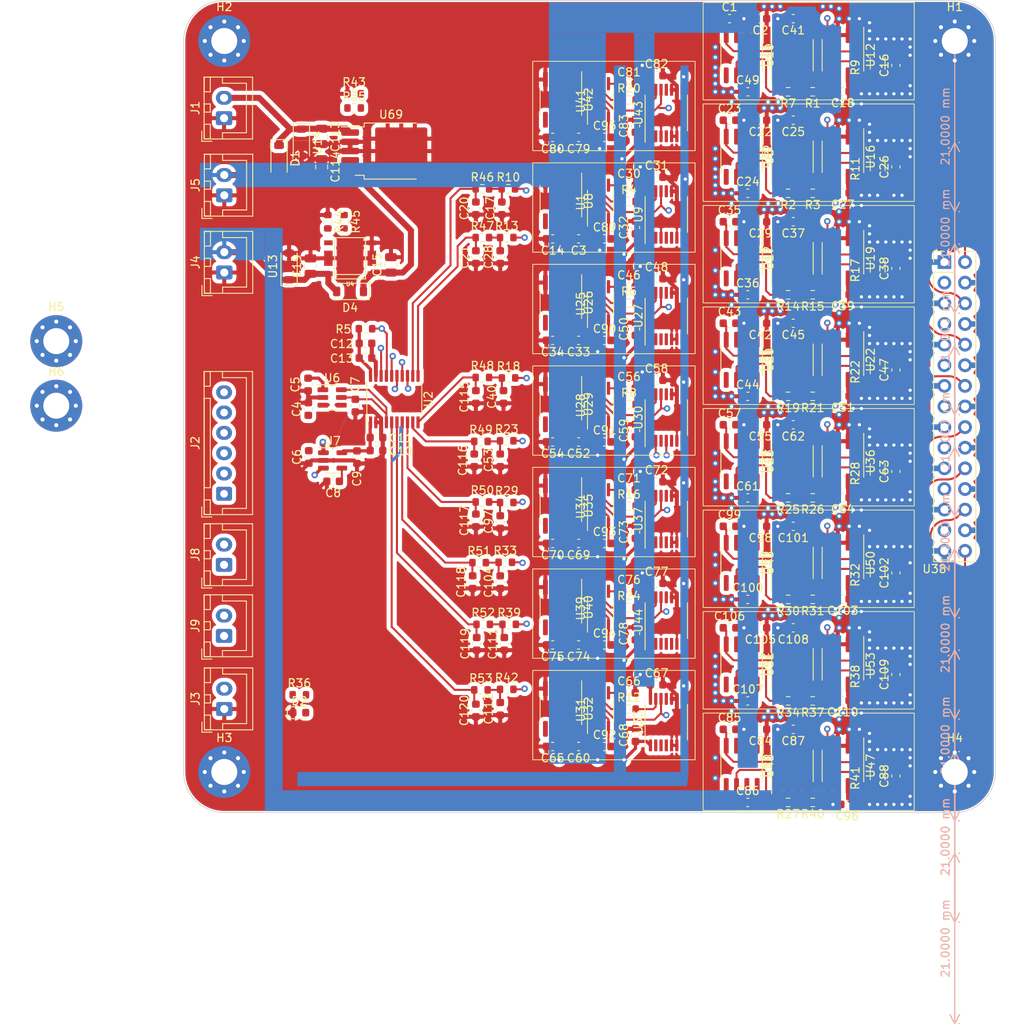
<source format=kicad_pcb>
(kicad_pcb (version 20221018) (generator pcbnew)
  (layers (0 "F.Cu" signal) (1 "In1.Cu" signal) (2 "In2.Cu" signal) (31 "B.Cu" signal) (34 "B.Paste" user) (35 "F.Paste" user) (36 "B.SilkS" user "B.Silkscreen") (37 "F.SilkS" user "F.Silkscreen") (38 "B.Mask" user) (39 "F.Mask" user) (44 "Edge.Cuts" user))
  (net 0 "")
  (net 1 "ADC_CH0")
  (net 2 "5V")
  (net 3 "Net-(U6-FILTER)")
  (net 4 "Net-(U7-BP)")
  (net 5 "/ADC_AVDD")
  (net 6 "VL")
  (net 7 "ADC_CH1")
  (net 8 "ADC_CH2")
  (net 9 "Net-(U10-NR)")
  (net 10 "/amp1/REFGND_0.5V")
  (net 11 "GND")
  (net 12 "ADC_CH3")
  (net 13 "ADC_CH4")
  (net 14 "ADC_CH5")
  (net 15 "ADC_CS")
  (net 16 "ADC_SCK")
  (net 17 "ADC_SDI")
  (net 18 "ADC_SDO")
  (net 19 "ADC_INT")
  (net 20 "ADC_MCK")
  (net 21 "Net-(D2-A)")
  (net 22 "ADC_CH6")
  (net 23 "/amp2/REFGND_0.5V")
  (net 32 "Net-(U1-Trim{slash}NR)")
  (net 33 "/ADC_REFIN+")
  (net 34 "Net-(U3-NR)")
  (net 35 "Net-(U17-NR)")
  (net 36 "Net-(U20-NR)")
  (net 37 "/OLED_driver2/RELATIVE_2.048V_ABSOLTE_10V")
  (net 38 "Net-(U9-P0A)")
  (net 39 "Net-(U23-NR)")
  (net 41 "Net-(U45-NR)")
  (net 42 "Net-(U48-NR)")
  (net 43 "Net-(U51-NR)")
  (net 44 "ADC_CH7")
  (net 50 "OLED2")
  (net 53 "DPOT_A_SCL")
  (net 54 "DPOT_A_SDA")
  (net 57 "OLED3")
  (net 58 "OLED4")
  (net 59 "OLED7")
  (net 60 "DPOT_B_SCL")
  (net 61 "DPOT_B_SDA")
  (net 62 "OLED5")
  (net 63 "OLED6")
  (net 64 "OLED1")
  (net 68 "/OLED_driver2/OLED_8V_BUFFERED")
  (net 69 "13V")
  (net 70 "BATT_14V_24V")
  (net 71 "/amp3/REFGND_0.5V")
  (net 72 "/amp4/REFGND_0.5V")
  (net 73 "/amp5/REFGND_0.5V")
  (net 74 "/amp8/REFGND_0.5V")
  (net 75 "/amp6/REFGND_0.5V")
  (net 76 "/amp7/REFGND_0.5V")
  (net 77 "/amp1/ISRC_+IN_0.5V")
  (net 78 "/amp2/ISRC_+IN_0.5V")
  (net 79 "/amp2/REF_10.5V")
  (net 80 "/amp1/REF_10.5V")
  (net 81 "/amp3/ISRC_+IN_0.5V")
  (net 82 "/amp3/REF_10.5V")
  (net 83 "/amp4/ISRC_+IN_0.5V")
  (net 84 "/amp4/REF_10.5V")
  (net 117 "OPD1_CATHODE")
  (net 118 "OPD2_CATHODE")
  (net 119 "OPD3_CATHODE")
  (net 120 "OPD4_CATHODE")
  (net 121 "OPD5_CATHODE")
  (net 122 "OPD6_CATHODE")
  (net 123 "OPD7_CATHODE")
  (net 124 "OPD8_CATHODE")
  (net 145 "/amp5/ISRC_+IN_0.5V")
  (net 146 "/amp5/REF_10.5V")
  (net 147 "/amp8/ISRC_+IN_0.5V")
  (net 148 "/amp8/REF_10.5V")
  (net 149 "/amp6/ISRC_+IN_0.5V")
  (net 150 "/amp6/REF_10.5V")
  (net 151 "/amp7/ISRC_+IN_0.5V")
  (net 152 "/amp7/REF_10.5V")
  (net 153 "Net-(U25-Trim{slash}NR)")
  (net 154 "Net-(U28-Trim{slash}NR)")
  (net 155 "Net-(U31-Trim{slash}NR)")
  (net 156 "Net-(U34-Trim{slash}NR)")
  (net 157 "Net-(U39-Trim{slash}NR)")
  (net 158 "Net-(U41-Trim{slash}NR)")
  (net 159 "/OLED_driver3/OLED_8V_BUFFERED")
  (net 160 "/OLED_driver4/OLED_8V_BUFFERED")
  (net 161 "/OLED_driver7/OLED_8V_BUFFERED")
  (net 162 "/OLED_driver5/OLED_8V_BUFFERED")
  (net 163 "/OLED_driver6/OLED_8V_BUFFERED")
  (net 164 "/OLED_driver1/OLED_8V_BUFFERED")
  (net 165 "/OLED_driver3/RELATIVE_2.048V_ABSOLTE_10V")
  (net 166 "Net-(U27-P0A)")
  (net 167 "/OLED_driver4/RELATIVE_2.048V_ABSOLTE_10V")
  (net 168 "Net-(U30-P0A)")
  (net 169 "/OLED_driver7/RELATIVE_2.048V_ABSOLTE_10V")
  (net 170 "Net-(U33-P0A)")
  (net 171 "/OLED_driver5/RELATIVE_2.048V_ABSOLTE_10V")
  (net 172 "Net-(U37-P0A)")
  (net 173 "/OLED_driver1/RELATIVE_2.048V_ABSOLTE_10V")
  (net 174 "Net-(U43-P0A)")
  (net 175 "/OLED_driver6/RELATIVE_2.048V_ABSOLTE_10V")
  (net 176 "Net-(U44-P0A)")
  (net 231 "/5V_CE")
  (net 232 "/13V_CE")
  (net 233 "Net-(C17-Pad2)")
  (net 234 "Net-(C28-Pad2)")
  (net 235 "Net-(C40-Pad2)")
  (net 236 "Net-(C53-Pad2)")
  (net 237 "Net-(C97-Pad2)")
  (net 238 "Net-(C104-Pad2)")
  (net 239 "Net-(C111-Pad2)")
  (net 240 "Net-(C112-Pad2)")
  (net 241 "/amp1/AMPO")
  (net 242 "/amp2/AMPO")
  (net 243 "/amp3/AMPO")
  (net 244 "/amp4/AMPO")
  (net 245 "/amp5/AMPO")
  (net 246 "/amp8/AMPO")
  (net 247 "/amp6/AMPO")
  (net 248 "/amp7/AMPO")
  (footprint "Package_SO:MSOP-8_3x3mm_P0.65mm" (layer "F.Cu") (at 116.36 49.862001 90)
    (fp_text reference "U1")
    (fp_text value "REF5020IDGK")
  )
  (footprint "Capacitor_SMD:C_0603_1608Metric" (layer "F.Cu") (at 123.26 34.262)
    (fp_text reference "C82")
    (fp_text value "0.1μF")
  )
  (footprint "Capacitor_SMD:C_0603_1608Metric" (layer "F.Cu") (at 86.15 74.889 -90)
    (fp_text reference "C7")
    (fp_text value "0.1µF")
  )
  (footprint "Capacitor_SMD:C_0603_1608Metric" (layer "F.Cu") (at 123.26 109.262)
    (fp_text reference "C67")
    (fp_text value "0.1μF")
  )
  (footprint "Package_SO:SOIC-8_3.9x4.9mm_P1.27mm" (layer "F.Cu") (at 133.75 44.25 -90)
    (fp_text reference "U3")
    (fp_text value "REF102CU")
  )
  (footprint "Resistor_SMD:R_1206_3216Metric" (layer "F.Cu") (at 150.5 32.75 90)
    (fp_text reference "R9")
    (fp_text value "R")
  )
  (footprint "Capacitor_SMD:C_0603_1608Metric" (layer "F.Cu") (at 104 112.225 90)
    (fp_text reference "C112")
    (fp_text value "3.3uF")
  )
  (footprint "Package_SO:MSOP-8_3x3mm_P0.65mm" (layer "F.Cu") (at 116.36 62.362001 90)
    (fp_text reference "U25")
    (fp_text value "REF5020IDGK")
  )
  (footprint "Capacitor_SMD:C_0603_1608Metric" (layer "F.Cu") (at 134.5 123.75)
    (fp_text reference "C86")
    (fp_text value "1uF")
  )
  (footprint "Resistor_SMD:R_0603_1608Metric" (layer "F.Cu") (at 119.86 74.762001)
    (fp_text reference "R8")
    (fp_text value "2K")
  )
  (footprint "Capacitor_SMD:C_0603_1608Metric" (layer "F.Cu") (at 136.05 64.75 180)
    (fp_text reference "C42")
    (fp_text value "1uF")
  )
  (footprint "Package_SO:SOIC-8_3.9x4.9mm_P1.27mm" (layer "F.Cu") (at 140 56.75 90)
    (fp_text reference "U18")
    (fp_text value "OPA277UA")
  )
  (footprint "MountingHole:MountingHole_3.2mm_M3_Pad_Via" (layer "F.Cu") (at 70 120)
    (fp_text reference "H3")
    (fp_text value "MountingHole_Pad")
  )
  (footprint "Resistor_SMD:R_0603_1608Metric" (layer "F.Cu") (at 104.8 54.2)
    (fp_text reference "R13")
    (fp_text value "2K")
  )
  (footprint "Package_SO:SOIC-8_3.9x4.9mm_P1.27mm" (layer "F.Cu") (at 111.475 62.215097 -90)
    (fp_text reference "U26")
    (fp_text value "OPA277UA")
  )
  (footprint "Capacitor_SMD:C_0603_1608Metric" (layer "F.Cu") (at 104.2 50.6 90)
    (fp_text reference "C17")
    (fp_text value "3.3uF")
  )
  (footprint "h-ALO:OLED_Driver_Outline" (layer "F.Cu") (at 117.01 98.9995 180)
    (fp_text reference "U59" hide)
    (fp_text value "~" hide)
  )
  (footprint "Capacitor_SMD:C_0603_1608Metric" (layer "F.Cu") (at 101 89.025 90)
    (fp_text reference "C117")
    (fp_text value "3.3uF")
  )
  (footprint "Resistor_SMD:R_1206_3216Metric" (layer "F.Cu") (at 150.5 120.25 90)
    (fp_text reference "R41")
    (fp_text value "R")
  )
  (footprint "Connector_JST:JST_XH_B6B-XH-A_1x06_P2.50mm_Vertical" (layer "F.Cu") (at 69.975 85.75 90)
    (fp_text reference "J2")
    (fp_text value "Conn_01x06_Male")
  )
  (footprint "Package_TO_SOT_SMD:TO-252-5_TabPin3" (layer "F.Cu") (at 90.545 43.55)
    (fp_text reference "U69")
    (fp_text value "R1501J130B-T1-JE")
  )
  (footprint "Capacitor_SMD:C_0603_1608Metric" (layer "F.Cu") (at 136.05 89.75 180)
    (fp_text reference "C98")
    (fp_text value "1uF")
  )
  (footprint "Capacitor_SMD:C_0603_1608Metric" (layer "F.Cu") (at 119.86 97.762001)
    (fp_text reference "C76")
    (fp_text value "1µF")
  )
  (footprint "Capacitor_SMD:C_0603_1608Metric" (layer "F.Cu") (at 123.26 46.762)
    (fp_text reference "C31")
    (fp_text value "0.1μF")
  )
  (footprint "h-ALO:OPD_TIA_Outline" (layer "F.Cu") (at 140 31.25)
    (fp_text reference "U61" hide)
    (fp_text value "~" hide)
  )
  (footprint "Capacitor_SMD:C_0603_1608Metric" (layer "F.Cu") (at 152.75 33 90)
    (fp_text reference "C16")
    (fp_text value "22pF")
  )
  (footprint "Connector_PinHeader_2.54mm:PinHeader_2x15_P2.54mm_Vertical" (layer "F.Cu") (at 158.725 57.22)
    (fp_text reference "U38")
    (fp_text value "~")
  )
  (footprint "Package_SO:TSSOP-14_4.4x5mm_P0.65mm" (layer "F.Cu") (at 124.46 113.862 90)
    (fp_text reference "U33")
    (fp_text value "MCP45HV31-ST")
  )
  (footprint "Capacitor_SMD:C_0603_1608Metric" (layer "F.Cu") (at 101 50.6 90)
    (fp_text reference "C20")
    (fp_text value "3.3uF")
  )
  (footprint "Resistor_SMD:R_1206_3216Metric" (layer "F.Cu") (at 150.5 82.75 90)
    (fp_text reference "R28")
    (fp_text value "R")
  )
  (footprint "Resistor_SMD:R_0603_1608Metric" (layer "F.Cu") (at 101.8 86.755)
    (fp_text reference "R50")
    (fp_text value "2K")
  )
  (footprint "Capacitor_SMD:C_0805_2012Metric" (layer "F.Cu") (at 90.5352 57.5628 90)
    (fp_text reference "C15")
    (fp_text value "1uF")
  )
  (footprint "Capacitor_SMD:C_0603_1608Metric" (layer "F.Cu") (at 110.46 116.862 180)
    (fp_text reference "C65")
    (fp_text value "0.1μF")
  )
  (footprint "Capacitor_SMD:C_0603_1608Metric" (layer "F.Cu") (at 104 89.225 90)
    (fp_text reference "C97")
    (fp_text value "3.3uF")
  )
  (footprint "Capacitor_SMD:C_0603_1608Metric" (layer "F.Cu") (at 80.35 75.314 90)
    (fp_text reference "C4")
    (fp_text value "0.1µF")
  )
  (footprint "Capacitor_SMD:C_0603_1608Metric" (layer "F.Cu") (at 146.2 111.2 180)
    (fp_text reference "C110")
    (fp_text value "1µF")
  )
  (footprint "Capacitor_SMD:C_0603_1608Metric" (layer "F.Cu") (at 136.05 52.25 180)
    (fp_text reference "C29")
    (fp_text value "1uF")
  )
  (footprint "Package_SO:SOIC-8_3.9x4.9mm_P1.27mm" (layer "F.Cu") (at 140 81.75 90)
    (fp_text reference "U24")
    (fp_text value "OPA277UA")
  )
  (footprint "LED_SMD:LED_0603_1608Metric" (layer "F.Cu") (at 79.25 112.7)
    (fp_text reference "D2")
    (fp_text value "LED")
  )
  (footprint "Package_SO:SOIC-8_3.9x4.9mm_P1.27mm" (layer "F.Cu") (at 111.475 49.715097 -90)
    (fp_text reference "U8")
    (fp_text value "OPA277UA")
  )
  (footprint "Package_SO:SOIC-8_3.9x4.9mm_P1.27mm" (layer "F.Cu") (at 111.475 112.215097 -90)
    (fp_text reference "U32")
    (fp_text value "OPA277UA")
  )
  (footprint "Capacitor_SMD:C_0603_1608Metric" (layer "F.Cu") (at 134.5 111.25)
    (fp_text reference "C107")
    (fp_text value "1uF")
  )
  (footprint "Capacitor_SMD:C_0603_1608Metric" (layer "F.Cu") (at 152.75 108 90)
    (fp_text reference "C109")
    (fp_text value "22pF")
  )
  (footprint "Capacitor_SMD:C_0603_1608Metric" (layer "F.Cu") (at 132.25 89.75)
    (fp_text reference "C99")
    (fp_text value "1uF")
  )
  (footprint "Package_TO_SOT_SMD:SOT-23-6" (layer "F.Cu") (at 83.2875 73.889)
    (fp_text reference "U6")
    (fp_text value "MAX6070AAUT12+T")
  )
  (footprint "Capacitor_SMD:C_0805_2012Metric" (layer "F.Cu") (at 82 45.5 -90)
    (fp_text reference "C114")
    (fp_text value "1uF")
  )
  (footprint "Resistor_SMD:R_0603_1608Metric" (layer "F.Cu") (at 139.475 48.75 180)
    (fp_text reference "R2")
    (fp_text value "10M")
  )
  (footprint "Package_SO:SOIC-8_3.9x4.9mm_P1.27mm" (layer "F.Cu") (at 133.75 69.25 -90)
    (fp_text reference "U20")
    (fp_text value "REF102CU")
  )
  (footprint "Resistor_SMD:R_0603_1608Metric" (layer "F.Cu") (at 139.475 86.25 180)
    (fp_text reference "R25")
    (fp_text value "10M")
  )
  (footprint "h-ALO:OPD_TIA_Outline" (layer "F.Cu") (at 140 81.25)
    (fp_text reference "U65" hide)
    (fp_text value "~" hide)
  )
  (footprint "Resistor_SMD:R_0603_1608Metric" (layer "F.Cu") (at 101.8 71.425)
    (fp_text reference "R48")
    (fp_text value "2K")
  )
  (footprint "Capacitor_SMD:C_0603_1608Metric" (layer "F.Cu") (at 123.26 84.262)
    (fp_text reference "C72")
    (fp_text value "0.1μF")
  )
  (footprint "Capacitor_SMD:C_0603_1608Metric" (layer "F.Cu") (at 116.860001 66.862)
    (fp_text reference "C90")
    (fp_text value "1µF")
  )
  (footprint "Capacitor_SMD:C_0603_1608Metric" (layer "F.Cu") (at 140.1 27.25 180)
    (fp_text reference "C41")
    (fp_text value "1uF")
  )
  (footprint "Capacitor_SMD:C_0603_1608Metric" (layer "F.Cu") (at 104.5 104.225 90)
    (fp_text reference "C111")
    (fp_text value "3.3uF")
  )
  (footprint "Package_SO:TSSOP-20_4.4x6.5mm_P0.65mm" (layer "F.Cu") (at 90.95 74.089 90)
    (fp_text reference "U2")
    (fp_text value "MCP3564-E/ST")
  )
  (footprint "Resistor_SMD:R_1206_3216Metric" (layer "F.Cu") (at 150.5 70.25 90)
    (fp_text reference "R22")
    (fp_text value "R")
  )
  (footprint "h-ALO:OPD_TIA_Outline" (layer "F.Cu") (at 140 106.25)
    (fp_text reference "U67" hide)
    (fp_text value "~" hide)
  )
  (footprint "Resistor_SMD:R_0603_1608Metric" (layer "F.Cu") (at 139.475 36.25 180)
    (fp_text reference "R7")
    (fp_text value "10M")
  )
  (footprint "Capacitor_SMD:C_0603_1608Metric" (layer "F.Cu") (at 146.2 61.2 180)
    (fp_text reference "C39")
    (fp_text value "1µF")
  )
  (footprint "Resistor_SMD:R_0603_1608Metric" (layer "F.Cu") (at 87.4 65.4265)
    (fp_text reference "R5")
    (fp_text value "10k")
  )
  (footprint "Package_SO:TSSOP-14_4.4x5mm_P0.65mm" (layer "F.Cu") (at 124.46 51.362 90)
    (fp_text reference "U9")
    (fp_text value "MCP45HV31-ST")
  )
  (footprint "h-ALO:OPD_TIA_Outline" (layer "F.Cu") (at 140 68.75)
    (fp_text reference "U64" hide)
    (fp_text value "~" hide)
  )
  (footprint "MountingHole:MountingHole_3.2mm_M3_Pad_Via" (layer "F.Cu") (at 160 120)
    (fp_text reference "H4")
    (fp_text value "MountingHole_Pad")
  )
  (footprint "Package_SO:SOIC-8_3.9x4.9mm_P1.27mm" (layer "F.Cu") (at 133.75 56.75 -90)
    (fp_text reference "U17")
    (fp_text value "REF102CU")
  )
  (footprint "Resistor_SMD:R_0603_1608Metric" (layer "F.Cu") (at 101.625 109.895)
    (fp_text reference "R53")
    (fp_text value "2K")
  )
  (footprint "Capacitor_SMD:C_0603_1608Metric" (layer "F.Cu") (at 113.66 116.862 180)
    (fp_text reference "C60")
    (fp_text value "1µF")
  )
  (footprint "Capacitor_SMD:C_0603_1608Metric" (layer "F.Cu") (at 152.75 120.5 90)
    (fp_text reference "C88")
    (fp_text value "22pF")
  )
  (footprint "Capacitor_SMD:C_0603_1608Metric" (layer "F.Cu") (at 134.5 86.25)
    (fp_text reference "C61")
    (fp_text value "1uF")
  )
  (footprint "Capacitor_SMD:C_0603_1608Metric" (layer "F.Cu") (at 146.2 73.7 180)
    (fp_text reference "C51")
    (fp_text value "1µF")
  )
  (footprint "Resistor_SMD:R_0603_1608Metric" (layer "F.Cu") (at 101.8 54.2)
    (fp_text reference "R47")
    (fp_text value "2K")
  )
  (footprint "Capacitor_SMD:C_0603_1608Metric" (layer "F.Cu") (at 132.25 64.75)
    (fp_text reference "C43")
    (fp_text value "1uF")
  )
  (footprint "Capacitor_SMD:C_0603_1608Metric" (layer "F.Cu") (at 120.660001 52.962 90)
    (fp_text reference "C32")
    (fp_text value "0.1μF")
  )
  (footprint "Capacitor_SMD:C_0603_1608Metric" (layer "F.Cu") (at 83.4125 84.214 180)
    (fp_text reference "C8")
    (fp_text value "10nF")
  )
  (footprint "Capacitor_SMD:C_0805_2012Metric" (layer "F.Cu") (at 80.6232 57.7152 90)
    (fp_text reference "C19")
    (fp_text value "10uF")
  )
  (footprint "MountingHole:MountingHole_3.2mm_M3_Pad_Via" (layer "F.Cu") (at 160 30)
    (fp_text reference "H1")
    (fp_text value "MountingHole_Pad")
  )
  (footprint "Capacitor_SMD:C_0603_1608Metric" (layer "F.Cu") (at 116.860001 91.862)
    (fp_text reference "C93")
    (fp_text value "1µF")
  )
  (footprint "Resistor_SMD:R_0603_1608Metric" (layer "F.Cu") (at 82.75 52.25 -90)
    (fp_text reference "R44")
    (fp_text value "10k")
  )
  (footprint "Capacitor_SMD:C_0603_1608Metric" (layer "F.Cu") (at 134.5 48.75)
    (fp_text reference "C24")
    (fp_text value "1uF")
  )
  (footprint "Package_SO:TSSOP-14_4.4x5mm_P0.65mm" (layer "F.Cu") (at 124.46 38.862 90)
    (fp_text reference "U43")
    (fp_text value "MCP45HV31-ST")
  )
  (footprint "Package_SO:MSOP-8_3x3mm_P0.65mm" (layer "F.Cu") (at 116.36 99.862001 90)
    (fp_text reference "U39")
    (fp_text value "REF5020IDGK")
  )
  (footprint "h-ALO:OLED_Driver_Outline" (layer "F.Cu") (at 117.01 111.4995 180)
    (fp_text reference "U60" hide)
    (fp_text value "~" hide)
  )
  (footprint "Capacitor_SMD:C_0603_1608Metric" (layer "F.Cu") (at 113.66 41.862 180)
    (fp_text reference "C79")
    (fp_text value "1µF")
  )
  (footprint "Package_SO:SOIC-8_3.9x4.9mm_P1.27mm" (layer "F.Cu") (at 133.75 119.25 -90)
    (fp_text reference "U45")
    (fp_text value "REF102CU")
  )
  (footprint "Capacitor_SMD:C_0603_1608Metric" (layer "F.Cu") (at 119.86 72.762001)
    (fp_text reference "C56")
    (fp_text value "1µF")
  )
  (footprint "h-ALO:HSOP-6J-6" (layer "F.Cu") (at 85.5 56.75 90)
    (fp_text reference "U4")
    (fp_text value "R1501S050B-E2-FE")
  )
  (footprint "h-ALO:OPD_TIA_Outline" (layer "F.Cu") (at 140 93.75)
    (fp_text reference "U66" hide)
    (fp_text value "~" hide)
  )
  (footprint "Diode_SMD:D_SOD-123" (layer "F.Cu") (at 77.9816 57.75 90)
    (fp_text reference "U13")
    (fp_text value "1N5819HW-7-F")
  )
  (footprint "Package_SO:MSOP-8_3x3mm_P0.65mm" (layer "F.Cu") (at 116.36 37.362001 90)
    (fp_text reference "U41")
    (fp_text value "REF5020IDGK")
  )
  (footprint "Capacitor_SMD:C_0603_1608Metric" (layer "F.Cu") (at 116.860001 104.362)
    (fp_text reference "C94")
    (fp_text value "1µF")
  )
  (footprint "Resistor_SMD:R_0603_1608Metric" (layer "F.Cu") (at 142.5 123.75 180)
    (fp_text reference "R40")
    (fp_text value "500K")
  )
  (footprint "Resistor_SMD:R_0603_1608Metric" (layer "F.Cu") (at 119.86 87.262001)
    (fp_text reference "R16")
    (fp_text value "2K")
  )
  (footprint "Package_SO:SOIC-8_3.9x4.9mm_P1.27mm" (layer "F.Cu") (at 140 94.25 90)
    (fp_text reference "U49")
    (fp_text value "OPA277UA")
  )
  (footprint "Connector_JST:JST_XH_B2B-XH-A_1x02_P2.50mm_Vertical" (layer "F.Cu") (at 69.975 103.25 90)
    (fp_text reference "J9")
    (fp_text value "Conn_01x02_Male")
  )
  (footprint "Connector_JST:JST_XH_B2B-XH-A_1x02_P2.50mm_Vertical" (layer "F.Cu") (at 70 58.5 90)
    (fp_text reference "J4")
    (fp_text value "Conn_01x02_Male")
  )
  (footprint "Capacitor_SMD:C_0603_1608Metric" (layer "F.Cu") (at 113.66 66.862 180)
    (fp_text reference "C33")
    (fp_text value "1µF")
  )
  (footprint "Package_SO:SOIC-8_3.9x4.9mm_P1.27mm" (layer "F.Cu") (at 111.475 87.215097 -90)
    (fp_text reference "U35")
    (fp_text value "OPA277UA")
  )
  (footprint "Capacitor_SMD:C_0603_1608Metric" (layer "F.Cu") (at 140.1 102.25 180)
    (fp_text reference "C108")
    (fp_text value "1uF")
  )
  (footprint "Package_SO:SOIC-8_3.9x4.9mm_P1.27mm" (layer "F.Cu") (at 140 31.75 90)
    (fp_text reference "U11")
    (fp_text value "OPA277UA")
  )
  (footprint "Capacitor_SMD:C_0603_1608Metric" (layer "F.Cu") (at 140.1 77.25 180)
    (fp_text reference "C62")
    (fp_text value "1uF")
  )
  (footprint "Capacitor_SMD:C_0603_1608Metric" (layer "F.Cu") (at 86.35 81.239 -90)
    (fp_text reference "C9")
    (fp_text value "2.2uF")
  )
  (footprint "Capacitor_SMD:C_0603_1608Metric" (layer "F.Cu") (at 134.5 73.75)
    (fp_text reference "C44")
    (fp_text value "1uF")
  )
  (footprint "Package_SO:MSOP-8_3x3mm_P0.65mm" (layer "F.Cu") (at 116.36 112.362001 90)
    (fp_text reference "U31")
    (fp_text value "REF5020IDGK")
  )
  (footprint "Capacitor_SMD:C_0603_1608Metric" (layer "F.Cu") (at 146.2 36.2 180)
    (fp_text reference "C18")
    (fp_text value "1µF")
  )
  (footprint "Resistor_SMD:R_0603_1608Metric" (layer "F.Cu") (at 142.5 48.75 180)
    (fp_text reference "R3")
    (fp_text value "500K")
  )
  (footprint "Package_SO:TSSOP-14_4.4x5mm_P0.65mm" (layer "F.Cu") (at 124.46 88.862 90)
    (fp_text reference "U37")
    (fp_text value "MCP45HV31-ST")
  )
  (footprint "Capacitor_SMD:C_0603_1608Metric" (layer "F.Cu") (at 88.75 80.4265 180)
    (fp_text reference "C10")
    (fp_text value "1µF")
  )
  (footprint "Resistor_SMD:R_0603_1608Metric" (layer "F.Cu") (at 119.86 99.762001)
    (fp_text reference "R24")
    (fp_text value "2K")
  )
  (footprint "Capacitor_SMD:C_0603_1608Metric" (layer "F.Cu") (at 134.5 98.75)
    (fp_text reference "C100")
    (fp_text value "1uF")
  )
  (footprint "Resistor_SMD:R_0603_1608Metric" (layer "F.Cu") (at 101.625 79.295)
    (fp_text reference "R49")
    (fp_text value "2K")
  )
  (footprint "Capacitor_SMD:C_0603_1608Metric" (layer "F.Cu") (at 116.860001 54.362)
    (fp_text reference "C89")
    (fp_text value "1µF")
  )
  (footprint "h-ALO:OLED_Driver_Outline" (layer "F.Cu") (at 117.01 86.4995 180)
    (fp_text reference "U58" hide)
    (fp_text value "~" hide)
  )
  (footprint "Resistor_SMD:R_0603_1608Metric" (layer "F.Cu") (at 119.86 62.262001)
    (fp_text reference "R6")
    (fp_text value "2K")
  )
  (footprint "Capacitor_SMD:C_0603_1608Metric" (layer "F.Cu") (at 123.26 71.762)
    (fp_text reference "C58")
    (fp_text value "0.1μF")
  )
  (footprint "Resistor_SMD:R_0603_1608Metric" (layer "F.Cu") (at 142.5 73.75 180)
    (fp_text reference "R21")
    (fp_text value "500K")
  )
  (footprint "Capacitor_SMD:C_0603_1608Metric" (layer "F.Cu") (at 104 56.6 90)
    (fp_text reference "C28")
    (fp_text value "3.3uF")
  )
  (footprint "Capacitor_SMD:C_0603_1608Metric" (layer "F.Cu") (at 110.46 66.862 180)
    (fp_text reference "C34")
    (fp_text value "0.1μF")
  )
  (footprint "Package_SO:TSSOP-14_4.4x5mm_P0.65mm" (layer "F.Cu") (at 124.46 76.362 90)
    (fp_text reference "U30")
    (fp_text value "MCP45HV31-ST")
  )
  (footprint "Capacitor_SMD:C_0603_1608Metric" (layer "F.Cu") (at 132.25 114.75)
    (fp_text reference "C85")
    (fp_text value "1uF")
  )
  (footprint "Resistor_SMD:R_0603_1608Metric" (layer "F.Cu") (at 86 36.5)
    (fp_text reference "R43")
    (fp_text value "10k")
  )
  (footprint "Capacitor_SMD:C_0603_1608Metric" (layer "F.Cu") (at 110.46 79.362 180)
    (fp_text reference "C54")
    (fp_text value "0.1μF")
  )
  (footprint "Package_SO:SOIC-8_3.9x4.9mm_P1.27mm" (layer "F.Cu") (at 140 69.25 90)
    (fp_text reference "U21")
    (fp_text value "OPA277UA")
  )
  (footprint "Package_SO:MSOP-8_3x3mm_P0.65mm" (layer "F.Cu") (at 116.36 74.862001 90)
    (fp_text reference "U28")
    (fp_text value "REF5020IDGK")
  )
  (footprint "Capacitor_SMD:C_0603_1608Metric" (layer "F.Cu") (at 104 81.625 90)
    (fp_text reference "C53")
    (fp_text value "3.3uF")
  )
  (footprint "Package_SO:SOIC-8_3.9x4.9mm_P1.27mm" (layer "F.Cu") (at 111.475 99.715097 -90)
    (fp_text reference "U40")
    (fp_text value "OPA277UA")
  )
  (footprint "Capacitor_SMD:C_0603_1608Metric" (layer "F.Cu") (at 120.660001 102.962 90)
    (fp_text reference "C78")
    (fp_text value "0.1μF")
  )
  (footprint "Capacitor_SMD:C_0603_1608Metric" (layer "F.Cu") (at 110.46 54.362 180)
    (fp_text reference "C14")
    (fp_text value "0.1μF")
  )
  (footprint "Package_SO:TSSOP-14_4.4x5mm_P0.65mm" (layer "F.Cu") (at 124.46 101.362 90)
    (fp_text reference "U44")
    (fp_text value "MCP45HV31-ST")
  )
  (footprint "MountingHole:MountingHole_3.2mm_M3_Pad_Via" (layer "F.Cu") (at 49.302944 66.952944)
    (fp_text reference "H5")
    (fp_text value "MountingHole_Pad")
  )
  (footprint "Package_TO_SOT_SMD:SOT-23-5" (layer "F.Cu") (at 83.35 81.639)
    (fp_text reference "U7")
    (fp_text value "LP2985-3.3")
  )
  (footprint "Resistor_SMD:R_0603_1608Metric" (layer "F.Cu") (at 84.75 52.25 -90)
    (fp_text reference "R45")
    (fp_text value "10k")
  )
  (footprint "Capacitor_SMD:C_0603_1608Metric" (layer "F.Cu") (at 88.75 78.8265 180)
    (fp_text reference "C11")
    (fp_text value "0.1µF")
  )
  (footprint "Package_SO:SOIC-8_3.9x4.9mm_P1.27mm" (layer "F.Cu") (at 133.75 31.75 -90)
    (fp_text reference "U10")
    (fp_text value "REF102CU")
  )
  (footprint "Resistor_SMD:R_0603_1608Metric" (layer "F.Cu") (at 139.475 123.75 180)
    (fp_text reference "R27")
    (fp_text value "10M")
  )
  (footprint "Capacitor_SMD:C_0603_1608Metric" (layer "F.Cu") (at 110.46 104.362 180)
    (fp_text reference "C75")
    (fp_text value "0.1μF")
  )
  (footprint "Capacitor_SMD:C_0603_1608Metric" (layer "F.Cu") (at 119.86 85.262001)
    (fp_text reference "C71")
    (fp_text value "1µF")
  )
  (footprint "Capacitor_SMD:C_0603_1608Metric" (layer "F.Cu") (at 113.66 104.362 180)
    (fp_text reference "C74")
    (fp_text value "1µF")
  )
  (footprint "Capacitor_SMD:C_0603_1608Metric" (layer "F.Cu") (at 132.25 27.25)
    (fp_text reference "C1")
    (fp_text value "1uF")
  )
  (footprint "Resistor_SMD:R_0603_1608Metric" (layer "F.Cu") (at 119.86 49.762001)
    (fp_text reference "R4")
    (fp_text value "2K")
  )
  (footprint "h-ALO:OLED_Driver_Outline" (layer "F.Cu") (at 117.01 61.4995 180)
    (fp_text reference "U56" hide)
    (fp_text value "~" hide)
  )
  (footprint "Resistor_SMD:R_0603_1608Metric" (layer "F.Cu") (at 119.86 112.262001)
    (fp_text reference "R12")
    (fp_text value "2K")
  )
  (footprint "Resistor_SMD:R_0603_1608Metric" (layer "F.Cu") (at 142.5 86.25 180)
    (fp_text reference "R26")
    (fp_text value "500K")
  )
  (footprint "Resistor_SMD:R_0603_1608Metric" (layer "F.Cu") (at 139.475 61.25 180)
    (fp_text reference "R14")
    (fp_text value "10M")
  )
  (footprint "Capacitor_SMD:C_0603_1608Metric" (layer "F.Cu") (at 113.66 54.362 180)
    (fp_text reference "C3")
    (fp_text value "1µF")
  )
  (footprint "Capacitor_SMD:C_0603_1608Metric" (layer "F.Cu") (at 132.25 77.25)
    (fp_text reference "C57")
    (fp_text value "1uF")
  )
  (footprint "Connector_JST:JST_XH_B2B-XH-A_1x02_P2.50mm_Vertical" (layer "F.Cu") (at 70 112.25 90)
    (fp_text reference "J3")
    (fp_text value "Conn_01x02_Male")
  )
  (footprint "Capacitor_SMD:C_0603_1608Metric" (layer "F.Cu") (at 152.75 58 90)
    (fp_text reference "C38")
    (fp_text value "22pF")
  )
  (footprint "Capacitor_SMD:C_0603_1608Metric" (layer "F.Cu") (at 146.2 48.7 180)
    (fp_text reference "C27")
    (fp_text value "1µF")
  )
  (footprint "Capacitor_SMD:C_0603_1608Metric" (layer "F.Cu") (at 87.4 69.0265)
    (fp_text reference "C13")
    (fp_text value "0.1µF")
  )
  (footprint "Capacitor_SMD:C_0603_1608Metric" (layer "F.Cu") (at 152.75 83 90)
    (fp_text reference "C63")
    (fp_text value "22pF")
  )
  (footprint "Capacitor_SMD:C_0603_1608Metric" (layer "F.Cu") (at 119.86 47.762001)
    (fp_text reference "C30")
    (fp_text value "1µF")
  )
  (footprint "Resistor_SMD:R_0603_1608Metric" (layer "F.Cu") (at 101.8 48.2)
    (fp_text reference "R46")
    (fp_text value "2K")
  )
  (footprint "Package_SO:SOIC-8_3.9x4.9mm_P1.27mm" (layer "F.Cu") (at 133.75 94.25 -90)
    (fp_text reference "U48")
    (fp_text value "REF102CU")
  )
  (footprint "Capacitor_SMD:C_0603_1608Metric" (layer "F.Cu") (at 113.66 79.362 180)
    (fp_text reference "C52")
    (fp_text value "1µF")
  )
  (footprint "Package_SO:TSSOP-14_4.4x5mm_P0.65mm" (layer "F.Cu") (at 124.46 63.862 90)
    (fp_text reference "U27")
    (fp_text value "MCP45HV31-ST")
  )
  (footprint "Package_SO:SOIC-8_3.9x4.9mm_P1.27mm" (layer "F.Cu") (at 146.225 94.25 -90)
    (fp_text reference "U50")
    (fp_text value "LMP7721MA")
  )
  (footprint "Resistor_SMD:R_0603_1608Metric" (layer "F.Cu") (at 142.5 98.75 180)
    (fp_text reference "R31")
    (fp_text value "500K")
  )
  (footprint "Capacitor_SMD:C_0603_1608Metric" (layer "F.Cu") (at 120.660001 115.462 90)
    (fp_text reference "C68")
    (fp_text value "0.1μF")
  )
  (footprint "Capacitor_SMD:C_0603_1608Metric" (layer "F.Cu") (at 113.66 91.862 180)
    (fp_text reference "C69")
    (fp_text value "1µF")
  )
  (footprint "Resistor_SMD:R_0603_1608Metric" (layer "F.Cu") (at 101.9 101.825)
    (fp_text reference "R52")
    (fp_text value "2K")
  )
  (footprint "Resistor_SMD:R_0603_1608Metric" (layer "F.Cu") (at 142.5 61.25 180)
    (fp_text reference "R15")
    (fp_text value "500K")
  )
  (footprint "Capacitor_SMD:C_0603_1608Metric" (layer "F.Cu") (at 134.5 61.25)
    (fp_text reference "C36")
    (fp_text value "1uF")
  )
  (footprint "Package_SO:SOIC-8_3.9x4.9mm_P1.27mm" (layer "F.Cu") (at 140 44.25 90)
    (fp_text reference "U15")
    (fp_text value "OPA277UA")
  )
  (footprint "Package_SO:MSOP-8_3x3mm_P0.65mm" (layer "F.Cu") (at 116.36 87.362001 90)
    (fp_text reference "U34")
    (fp_text value "REF5020IDGK")
  )
  (footprint "Diode_SMD:D_SOD-123" (layer "F.Cu") (at 79.5 42.5 -90)
    (fp_text reference "U14")
    (fp_text value "1N5819HW-7-F")
  )
  (footprint "Resistor_SMD:R_0603_1608Metric" (layer "F.Cu") (at 105 48.2)
    (fp_text reference "R10")
    (fp_text value "2K")
  )
  (footprint "Capacitor_SMD:C_0603_1608Metric" (layer "F.Cu") (at 110.46 91.862 180)
    (fp_text reference "C70")
    (fp_text value "0.1μF")
  )
  (footprint "Package_SO:SOIC-8_3.9x4.9mm_P1.27mm" (layer "F.Cu") (at 133.75 106.75 -90)
    (fp_text reference "U51")
    (fp_text value "REF102CU")
  )
  (footprint "Capacitor_SMD:C_0603_1608Metric" (layer "F.Cu") (at 101 112.425 90)
    (fp_text reference "C120")
    (fp_text value "3.3uF")
  )
  (footprint "h-ALO:OLED_Driver_Outline" (layer "F.Cu") (at 117.01 73.9995 180)
    (fp_text reference "U57" hide)
    (fp_text value "~" hide)
  )
  (footprint "Capacitor_SMD:C_0603_1608Metric" (layer "F.Cu") (at 123.26 59.262)
    (fp_text reference "C48")
    (fp_text value "0.1μF")
  )
  (footprint "Capacitor_SMD:C_0603_1608Metric" (layer "F.Cu") (at 100.8 81.625 90)
    (fp_text reference "C116")
    (fp_text value "3.3uF")
  )
  (footprint "Capacitor_SMD:C_0603_1608Metric" (layer "F.Cu") (at 120.660001 65.462 90)
    (fp_text reference "C50")
    (fp_text value "0.1μF")
  )
  (footprint "Package_SO:SOIC-8_3.9x4.9mm_P1.27mm" (layer "F.Cu") (at 146.225 69.25 -90)
    (fp_text reference "U22")
    (fp_text value "LMP7721MA")
  )
  (footprint "Package_SO:SOIC-8_3.9x4.9mm_P1.27mm" (layer "F.Cu") (at 133.75 81.75 -90)
    (fp_text reference "U23")
    (fp_text value "REF102CU")
  )
  (footprint "Package_SO:SOIC-8_3.9x4.9mm_P1.27mm" (layer "F.Cu") (at 146.225 106.75 -90)
    (fp_text reference "U53")
    (fp_text value "LMP7721MA")
  )
  (footprint "Package_SO:SOIC-8_3.9x4.9mm_P1.27mm" (layer "F.Cu") (at 111.475 37.215097 -90)
    (fp_text reference "U42")
    (fp_text value "OPA277UA")
  )
  (footprint "Capacitor_SMD:C_0603_1608Metric" (layer "F.Cu") (at 134.5 36.25)
    (fp_text reference "C49")
    (fp_text value "1uF")
  )
  (footprint "h-ALO:OLED_Driver_Outline" (layer "F.Cu") (at 117.01 48.9995 180)
    (fp_text reference "U55" hide)
    (fp_text value "~" hide)
  )
  (footprint "Capacitor_SMD:C_0603_1608Metric" (layer "F.Cu") (at 101.1 104.225 90)
    (fp_text reference "C119")
    (fp_text value "3.3uF")
  )
  (footprint "Resistor_SMD:R_1206_3216Metric" (layer "F.Cu") (at 150.5 57.75 90)
    (fp_text reference "R17")
    (fp_text value "R")
  )
  (footprint "Diode_SMD:D_SOD-123" (layer "F.Cu") (at 85.5 60.8348 180)
    (fp_text reference "D4")
    (fp_text value "1N4148W")
  )
  (footprint "Package_SO:SOIC-8_3.9x4.9mm_P1.27mm" (layer "F.Cu") (at 111.475 74.715097 -90)
    (fp_text reference "U29")
    (fp_text value "OPA277UA")
  )
  (footprint "Capacitor_SMD:C_0603_1608Metric" (layer "F.Cu") (at 152.75 70.5 90)
    (fp_text reference "C47")
    (fp_text value "22pF")
  )
  (footprint "Capacitor_SMD:C_0603_1608Metric" (layer "F.Cu") (at 87.4 67.2265)
    (fp_text reference "C12")
    (fp_text value "1µF")
  )
  (footprint "Package_SO:SOIC-8_3.9x4.9mm_P1.27mm" (layer "F.Cu") (at 146.225 31.75 -90)
    (fp_text reference "U12")
    (fp_text value "LMP7721MA")
  )
  (footprint "Capacitor_SMD:C_0603_1608Metric" (layer "F.Cu") (at 146.75 124 180)
    (fp_text reference "C96")
    (fp_text value "1µF")
  )
  (footprint "Package_SO:SOIC-8_3.9x4.9mm_P1.27mm" (layer "F.Cu") (at 140 106.75 90)
    (fp_text reference "U52")
    (fp_text value "OPA277UA")
  )
  (footprint "Resistor_SMD:R_0603_1608Metric" (layer "F.Cu") (at 101.4 94.225)
    (fp_text reference "R51")
    (fp_text value "2K")
  )
  (footprint "Capacitor_SMD:C_0603_1608Metric" (layer "F.Cu") (at 80.325 72.289 -90)
    (fp_text reference "C5")
    (fp_text value "0.1µF")
  )
  (footprint "Capacitor_SMD:C_0805_2012Metric" (layer "F.Cu") (at 82 41.75 -90)
    (fp_text reference "C113")
    (fp_text value "1uF")
  )
  (footprint "Package_SO:SOIC-8_3.9x4.9mm_P1.27mm" (layer "F.Cu") (at 146.225 119.25 -90)
    (fp_text reference "U47")
    (fp_text value "LMP7721MA")
  )
  (footprint "Capacitor_SMD:C_0603_1608Metric" (layer "F.Cu") (at 80.4125 81.214 -90)
    (fp_text reference "C6")
    (fp_text value "1uF")
  )
  (footprint "Capacitor_SMD:C_0603_1608Metric" (layer "F.Cu") (at 119.86 35.262001)
    (fp_text reference "C81")
    (fp_text value "1µF")
  )
  (footprint "Capacitor_SMD:C_0603_1608Metric" (layer "F.Cu") (at 120.660001 40.462 90)
    (fp_text reference "C83")
    (fp_text value "0.1μF")
  )
  (footprint "Capacitor_SMD:C_0603_1608Metric" (layer "F.Cu") (at 116.860001 116.862)
    (fp_text reference "C92")
    (fp_text value "1µF")
  )
  (footprint "Resistor_SMD:R_1206_3216Metric" (layer "F.Cu") (at 150.5 45.25 90)
    (fp_text reference "R11")
    (fp_text value "R")
  )
  (footprint "Resistor_SMD:R_0603_1608Metric" (layer "F.Cu") (at 105.1 101.825)
    (fp_text reference "R39")
    (fp_text value "2K")
  )
  (footprint "Capacitor_SMD:C_0603_1608Metric" (layer "F.Cu") (at 140.1 89.75 180)
    (fp_text reference "C101")
    (fp_text value "1uF")
  )
  (footprint "Resistor_SMD:R_0603_1608Metric" (layer "F.Cu") (at 86 38.25)
    (fp_text reference "R35")
    (fp_text value "10k")
  )
  (footprint "Capacitor_SMD:C_0603_1608Metric" (layer "F.Cu") (at 146.2 98.7 180)
    (fp_text reference "C103")
    (fp_text value "1µF")
  )
  (footprint "Resistor_SMD:R_1206_3216Metric" (layer "F.Cu") (at 150.5 107.75 90)
    (fp_text reference "R38")
    (fp_text value "R")
  )
  (footprint "Resistor_SMD:R_0603_1608Metric" (layer "F.Cu") (at 139.475 98.75 180)
    (fp_text reference "R30")
    (fp_text value "10M")
  )
  (footprint "Capacitor_SMD:C_0603_1608Metric" (layer "F.Cu") (at 101 56.6 90)
    (fp_text reference "C21")
    (fp_text value "3.3uF")
  )
  (footprint "Resistor_SMD:R_0603_1608Metric" (layer "F.Cu") (at 105.025 71.485)
    (fp_text reference "R18")
    (fp_text value "2K")
  )
  (footprint "Capacitor_SMD:C_0603_1608Metric" (layer "F.Cu") (at 152.75 45.5 90)
    (fp_text reference "C26")
    (fp_text value "22pF")
  )
  (footprint "Capacitor_SMD:C_0603_1608Metric" (layer "F.Cu") (at 136.05 77.25 180)
    (fp_text reference "C55")
    (fp_text value "1uF")
  )
  (footprint "Resistor_SMD:R_0603_1608Metric" (layer "F.Cu") (at 104.8 109.825)
    (fp_text reference "R42")
    (fp_text value "2K")
  )
  (footprint "Resistor_SMD:R_0603_1608Metric" (layer "F.Cu") (at 104.625 94.185)
    (fp_text reference "R33")
    (fp_text value "2K")
  )
  (footprint "Capacitor_SMD:C_0603_1608Metric" (layer "F.Cu") (at 119.86 60.262001)
    (fp_text reference "C46")
    (fp_text value "1µF")
  )
  (footprint "Capacitor_SMD:C_0603_1608Metric" (layer "F.Cu") (at 132.25 52.25)
    (fp_text reference "C35")
    (fp_text value "1uF")
  )
  (footprint "Package_SO:SOIC-8_3.9x4.9mm_P1.27mm" (layer "F.Cu") (at 146.225 44.25 -90)
    (fp_text reference "U16")
    (fp_text value "LMP7721MA")
  )
  (footprint "Capacitor_SMD:C_0603_1608Metric" (layer "F.Cu") (at 140.1 52.25 180)
    (fp_text reference "C37")
    (fp_text value "1uF")
  )
  (footprint "Resistor_SMD:R_0603_1608Metric" (layer "F.Cu") (at 119.86 37.262001)
    (fp_text reference "R20")
    (fp_text value "2K")
  )
  (footprint "Capacitor_SMD:C_0603_1608Metric" (layer "F.Cu") (at 136.05 39.75 180)
    (fp_text reference "C22")
    (fp_text value "1uF")
  )
  (footprint "Connector_JST:JST_XH_B2B-XH-A_1x02_P2.50mm_Vertical" (layer "F.Cu") (at 69.975 39.5 90)
    (fp_text reference "J1")
    (fp_text value "Conn_01x02_Male")
  )
  (footprint "h-ALO:OPD_TIA_Outline" (layer "F.Cu") (at 140 43.75)
    (fp_text reference "U62" hide)
    (fp_text value "~" hide)
  )
  (footprint "h-ALO:OLED_Driver_Outline" (layer "F.Cu") (at 117.01 36.4995 180)
    (fp_text reference "U54" hide)
    (fp_text value "~" hide)
  )
  (footprint "Capacitor_SMD:C_0603_1608Metric" (layer "F.Cu") (at 120.660001 77.962 90)
    (fp_text reference "C59")
    (fp_text value "0.1μF")
  )
  (footprint "Capacitor_SMD:C_0603_1608Metric" (layer "F.Cu") (at 140.1 114.75 180)
    (fp_text reference "C87")
    (fp_text value "1uF")
  )
  (footprint "Capacitor_SMD:C_0603_1608Metric" (layer "F.Cu") (at 119.86 110.262001)
    (fp_text reference "C66")
    (fp_text value "1µF")
  )
  (footprint "Connector_JST:JST_XH_B2B-XH-A_1x02_P2.50mm_Vertical" (layer "F.Cu") (at 69.975 94.5 90)
    (fp_text reference "J8")
    (fp_text value "Conn_01x02_Male")
  )
  (footprint "Resistor_SMD:R_0603_1608Metric" (layer "F.Cu") (at 139.475 73.75 180)
    (fp_text reference "R19")
    (fp_text value "10M")
  )
  (footprint "Connector_JST:JST_XH_B2B-XH-A_1x02_P2.50mm_Vertical" (layer "F.Cu") (at 70 49 90)
    (fp_text reference "J5")
    (fp_text value "Conn_01x02_Male")
  )
  (footprint "MountingHole:MountingHole_3.2mm_M3_Pad_Via" (layer "F.Cu") (at 49.302944 74.902944)
    (fp_text reference "H6")
    (fp_text value "MountingHole_Pad")
  )
  (footprint "Capacitor_SMD:C_0603_1608Metric" (layer "F.Cu") (at 136.05 114.75 180)
    (fp_text reference "C84")
    (fp_text value "1uF")
  )
  (footprint "Resistor_SMD:R_0603_1608Metric" (layer "F.Cu") (at 142.5 111.25 180)
    (fp_text reference "R37")
    (fp_text value "500K")
  )
  (footprint "Resistor_SMD:R_0603_1608Metric" (layer "F.Cu") (at 104.8 79.225)
    (fp_text reference "R23")
    (fp_text value "2K")
  )
  (footprint "Capacitor_SMD:C_0603_1608Metric" (layer "F.Cu") (at 136.05 102.25 180)
    (fp_text reference "C105")
    (fp_text value "1uF")
  )
  (footprint "Capacitor_SMD:C_0603_1608Metric" (layer "F.Cu") (at 120.660001 90.462 90)
    (fp_text reference "C73")
    (fp_text value "0.1μF")
  )
  (footprint "Package_SO:SOIC-8_3.9x4.9mm_P1.27mm" (layer "F.Cu") (at 146.225 56.75 -90)
    (fp_text reference "U19")
    (fp_text value "LMP7721MA")
  )
  (footprint "Capacitor_SMD:C_0603_1608Metric" (layer "F.Cu") (at 101 73.825 90)
    (fp_text reference "C115")
    (fp_text value "3.3uF")
  )
  (footprint "Capacitor_SMD:C_0603_1608Metric" (layer "F.Cu") (at 132.25 39.75)
    (fp_text reference "C23")
    (fp_text value "1uF")
  )
  (footprint "MountingHole:MountingHole_3.2mm_M3_Pad_Via" (layer "F.Cu") (at 70 30)
    (fp_text reference "H2")
    (fp_text value "MountingHole_Pad")
  )
  (footprint "Capacitor_SMD:C_0603_1608Metric" (layer "F.Cu") (at 140.1 39.75 180)
    (fp_text reference "C25")
    (fp_text value "1uF")
  )
  (footprint "Resistor_SMD:R_0603_1608Metric" (layer "F.Cu") (at 139.475 111.25 180)
    (fp_text reference "R34")
    (fp_text value "10M")
  )
  (footprint "Capacitor_SMD:C_0603_1608Metric" (layer "F.Cu") (at 136.05 27.25 180)
    (fp_text reference "C2")
    (fp_text value "1uF")
  )
  (footprint "Capacitor_SMD:C_0603_1608Metric" (layer "F.Cu") (at 110.46 41.862 180)
    (fp_text reference "C80")
    (fp_text value "0.1μF")
  )
  (footprint "Resistor_SMD:R_0603_1608Metric" (layer "F.Cu") (at 104.8 86.825)
    (fp_text reference "R29")
    (fp_text value "2K")
  )
  (footprint "Package_SO:SOIC-8_3.9x4.9mm_P1.27mm" (layer "F.Cu") (at 140 119.25 90)
    (fp_text reference "U46")
    (fp_text value "OPA277UA")
  )
  (footprint "h-ALO:OPD_TIA_Outline" (layer "F.Cu") (at 140 56.25)
    (fp_text reference "U63" hide)
    (fp_text value "~" hide)
  )
  (footprint "Capacitor_SMD:C_0603_1608Metric" (layer "F.Cu") (at 104 96.625 90)
    (fp_text reference "C104")
    (fp_text value "3.3uF")
  )
  (footprint "Capacitor_SMD:C_0603_1608Metric" (layer "F.Cu") (at 116.860001 41.862)
    (fp_text reference "C95")
    (fp_text value "1µF")
  )
  (footprint "Capacitor_SMD:C_0603_1608Metric" (layer "F.Cu") (at 152.75 95.5 90)
    (fp_text reference "C102")
    (fp_text value "22pF")
  )
  (footprint "Resistor_SMD:R_1206_3216Metric" (layer "F.Cu") (at 150.5 95.25 90)
    (fp_text reference "R32")
    (fp_text value "R")
  )
  (footprint "Capacitor_SMD:C_0603_1608Metric" (layer "F.Cu") (at 100.6 96.625 90)
    (fp_text reference "C118")
    (fp_text value "3.3uF")
  )
  (footprint "Capacitor_SMD:C_0603_1608Metric" (layer "F.Cu") (at 132.25 102.25)
    (fp_text reference "C106")
    (fp_text value "1uF")
  )
  (footprint "Diode_SMD:D_SOD-123" (layer "F.Cu") (at 76.75 44.5 -90)
    (fp_text reference "D1")
    (fp_text value "1N4148W")
  )
  (footprint "Capacitor_SMD:C_0603_1608Metric" (layer "F.Cu") (at 116.860001 79.362)
    (fp_text reference "C91")
    (fp_text value "1µF")
  )
  (footprint "Capacitor_SMD:C_0603_1608Metric" (layer "F.Cu") (at 140.1 64.75 180)
    (fp_text reference "C45")
    (fp_text value "1uF")
  )
  (footprint "Capacitor_SMD:C_0603_1608Metric" (layer "F.Cu") (at 146.2 86.2 180)
    (fp_text reference "C64")
    (fp_text value "1µF")
  )
  (footprint "Capacitor_SMD:C_0603_1608Metric" (layer "F.Cu") (at 123.26 96.762)
    (fp_text reference "C77")
    (fp_text value "0.1μF")
  )
  (footprint "h-ALO:OPD_TIA_Outline" (layer "F.Cu") (at 140 118.75)
    (fp_text reference "U68" hide)
    (fp_text value "~" hide)
  )
  (footprint "Capacitor_SMD:C_0603_1608Metric" (layer "F.Cu") (at 104.4 73.825 90)
    (fp_text reference "C40")
    (fp_text value "3.3uF")
  )
  (footprint "Resistor_SMD:R_0603_1608Metric" (layer "F.Cu") (at 142.5 36.25 180)
    (fp_text reference "R1")
    (fp_text value "500K")
  )
  (footprint "Resistor_SMD:R_0603_1608Metric" (layer "F.Cu") (at 79.25 110.5)
    (fp_text reference "R36")
    (fp_text value "R")
  )
  (footprint "Package_SO:SOIC-8_3.9x4.9mm_P1.27mm" (layer "F.Cu") (at 146.225 81.75 -90)
    (fp_text reference "U36")
    (fp_text value "LMP7721MA")
  )
  (gr_arc locked (start 70 125) (mid 66.464466 123.535534) (end 65 120) (stroke (width 0.1)) (layer "Edge.Cuts"))
  (gr_line locked (start 70 25) (end 160 25) (stroke (width 0.1)) (layer "Edge.Cuts"))
  (gr_arc locked (start 165 120) (mid 163.535534 123.535534) (end 160 125) (stroke (width 0.1)) (layer "Edge.Cuts"))
  (gr_line locked (start 160 125) (end 70 125) (stroke (width 0.1)) (layer "Edge.Cuts"))
  (gr_arc locked (start 160 25) (mid 163.535534 26.464466) (end 165 30) (stroke (width 0.1)) (layer "Edge.Cuts"))
  (gr_line locked (start 65 120) (end 65 30) (stroke (width 0.1)) (layer "Edge.Cuts"))
  (gr_line locked (start 165 30) (end 165 120) (stroke (width 0.1)) (layer "Edge.Cuts"))
  (gr_arc locked (start 65 30) (mid 66.464466 26.464466) (end 70 25) (stroke (width 0.1)) (layer "Edge.Cuts"))
  (dimension (type aligned) (layer "B.SilkS") (pts (xy 160 105) (xy 160 126)) (height 0) (gr_text "21,0000 mm" (at 158.85 115.5 90) (layer "B.SilkS") (effects (font (size 1 1) (thickness 0.15)))) (format (prefix "") (suffix "") (units 3) (units_format 1) (precision 4)) (style (thickness 0.15) (arrow_length 1.27) (text_position_mode 0) (extension_height 0.58642) (extension_offset 0.5) keep_text_aligned))
  (dimension (type aligned) (layer "B.SilkS") (pts (xy 160 105) (xy 160 126)) (height 0) (gr_text "21,0000 mm" (at 158.85 115.5 90) (layer "B.SilkS") (effects (font (size 1 1) (thickness 0.15)))) (format (prefix "") (suffix "") (units 3) (units_format 1) (precision 4)) (style (thickness 0.15) (arrow_length 1.27) (text_position_mode 0) (extension_height 0.58642) (extension_offset 0.5) keep_text_aligned))
  (dimension (type aligned) (layer "B.SilkS") (pts (xy 160 30) (xy 160 51)) (height 0) (gr_text "21,0000 mm" (at 158.85 40.5 90) (layer "B.SilkS") (effects (font (size 1 1) (thickness 0.15)))) (format (prefix "") (suffix "") (units 3) (units_format 1) (precision 4)) (style (thickness 0.15) (arrow_length 1.27) (text_position_mode 0) (extension_height 0.58642) (extension_offset 0.5) keep_text_aligned))
  (dimension (type aligned) (layer "B.SilkS") (pts (xy 160 55) (xy 160 76)) (height 0) (gr_text "21,0000 mm" (at 158.85 65.5 90) (layer "B.SilkS") (effects (font (size 1 1) (thickness 0.15)))) (format (prefix "") (suffix "") (units 3) (units_format 1) (precision 4)) (style (thickness 0.15) (arrow_length 1.27) (text_position_mode 0) (extension_height 0.58642) (extension_offset 0.5) keep_text_aligned))
  (dimension (type aligned) (layer "B.SilkS") (pts (xy 160 67.5) (xy 160 88.5)) (height 0) (gr_text "21,0000 mm" (at 158.85 78 90) (layer "B.SilkS") (effects (font (size 1 1) (thickness 0.15)))) (format (prefix "") (suffix "") (units 3) (units_format 1) (precision 4)) (style (thickness 0.15) (arrow_length 1.27) (text_position_mode 0) (extension_height 0.58642) (extension_offset 0.5) keep_text_aligned))
  (dimension (type aligned) (layer "B.SilkS") (pts (xy 160 117.5) (xy 160 138.5)) (height 0) (gr_text "21,0000 mm" (at 158.85 128 90) (layer "B.SilkS") (effects (font (size 1 1) (thickness 0.15)))) (format (prefix "") (suffix "") (units 3) (units_format 1) (precision 4)) (style (thickness 0.15) (arrow_length 1.27) (text_position_mode 0) (extension_height 0.58642) (extension_offset 0.5) keep_text_aligned))
  (dimension (type aligned) (layer "B.SilkS") (pts (xy 160 130) (xy 160 151)) (height 0) (gr_text "21,0000 mm" (at 158.85 140.5 90) (layer "B.SilkS") (effects (font (size 1 1) (thickness 0.15)))) (format (prefix "") (suffix "") (units 3) (units_format 1) (precision 4)) (style (thickness 0.15) (arrow_length 1.27) (text_position_mode 0) (extension_height 0.58642) (extension_offset 0.5) keep_text_aligned))
  (dimension (type aligned) (layer "B.SilkS") (pts (xy 160 42.5) (xy 160 63.5)) (height 0) (gr_text "21,0000 mm" (at 158.85 53 90) (layer "B.SilkS") (effects (font (size 1 1) (thickness 0.15)))) (format (prefix "") (suffix "") (units 3) (units_format 1) (precision 4)) (style (thickness 0.15) (arrow_length 1.27) (text_position_mode 0) (extension_height 0.58642) (extension_offset 0.5) keep_text_aligned))
  (dimension (type aligned) (layer "B.SilkS") (pts (xy 160 80) (xy 160 101)) (height 0) (gr_text "21,0000 mm" (at 158.85 90.5 90) (layer "B.SilkS") (effects (font (size 1 1) (thickness 0.15)))) (format (prefix "") (suffix "") (units 3) (units_format 1) (precision 4)) (style (thickness 0.15) (arrow_length 1.27) (text_position_mode 0) (extension_height 0.58642) (extension_offset 0.5) keep_text_aligned))
  (dimension (type aligned) (layer "B.SilkS") (pts (xy 160 92.5) (xy 160 113.5)) (height 0) (gr_text "21,0000 mm" (at 158.85 103 90) (layer "B.SilkS") (effects (font (size 1 1) (thickness 0.15)))) (format (prefix "") (suffix "") (units 3) (units_format 1) (precision 4)) (style (thickness 0.15) (arrow_length 1.27) (text_position_mode 0) (extension_height 0.58642) (extension_offset 0.5) keep_text_aligned))
  (dimension (type aligned) (layer "B.SilkS") (pts (xy 160 92.5) (xy 160 113.5)) (height 0) (gr_text "21,0000 mm" (at 158.85 103 90) (layer "B.SilkS") (effects (font (size 1 1) (thickness 0.15)))) (format (prefix "") (suffix "") (units 3) (units_format 1) (precision 4)) (style (thickness 0.15) (arrow_length 1.27) (text_position_mode 0) (extension_height 0.58642) (extension_offset 0.5) keep_text_aligned))
  (dimension (type aligned) (layer "B.SilkS") (pts (xy 160 117.5) (xy 160 138.5)) (height 0) (gr_text "21,0000 mm" (at 158.85 128 90) (layer "B.SilkS") (effects (font (size 1 1) (thickness 0.15)))) (format (prefix "") (suffix "") (units 3) (units_format 1) (precision 4)) (style (thickness 0.15) (arrow_length 1.27) (text_position_mode 0) (extension_height 0.58642) (extension_offset 0.5) keep_text_aligned))
  (dimension (type aligned) (layer "B.SilkS") (pts (xy 160 67.5) (xy 160 88.5)) (height 0) (gr_text "21,0000 mm" (at 158.85 78 90) (layer "B.SilkS") (effects (font (size 1 1) (thickness 0.15)))) (format (prefix "") (suffix "") (units 3) (units_format 1) (precision 4)) (style (thickness 0.15) (arrow_length 1.27) (text_position_mode 0) (extension_height 0.58642) (extension_offset 0.5) keep_text_aligned))
  (dimension (type aligned) (layer "B.SilkS") (pts (xy 160 80) (xy 160 101)) (height 0) (gr_text "21,0000 mm" (at 158.85 90.5 90) (layer "B.SilkS") (effects (font (size 1 1) (thickness 0.15)))) (format (prefix "") (suffix "") (units 3) (units_format 1) (precision 4)) (style (thickness 0.15) (arrow_length 1.27) (text_position_mode 0) (extension_height 0.58642) (extension_offset 0.5) keep_text_aligned))
  (dimension (type aligned) (layer "B.SilkS") (pts (xy 160 55) (xy 160 76)) (height 0) (gr_text "21,0000 mm" (at 158.85 65.5 90) (layer "B.SilkS") (effects (font (size 1 1) (thickness 0.15)))) (format (prefix "") (suffix "") (units 3) (units_format 1) (precision 4)) (style (thickness 0.15) (arrow_length 1.27) (text_position_mode 0) (extension_height 0.58642) (extension_offset 0.5) keep_text_aligned))
  (segment (start 97.875 49.375) (end 99.05 48.2) (width 0.25) (layer "F.Cu") (net 1))
  (segment (start 93.225 71.2265) (end 93.225 62.275) (width 0.25) (layer "F.Cu") (net 1))
  (segment (start 93.225 62.275) (end 97.875 57.625) (width 0.25) (layer "F.Cu") (net 1))
  (segment (start 97.875 57.625) (end 97.875 49.375) (width 0.25) (layer "F.Cu") (net 1))
  (segment (start 99.05 48.2) (end 100.975 48.2) (width 0.25) (layer "F.Cu") (net 1))
  (segment (start 100.975 49.8) (end 101 49.825) (width 0.25) (layer "F.Cu") (net 1))
  (segment (start 100.975 48.2) (end 100.975 49.8) (width 0.25) (layer "F.Cu") (net 1))
  (segment (start 139.325 41.735) (end 139.365 41.775) (width 0.4) (layer "F.Cu") (net 2))
  (segment (start 145.59 36.035) (end 145.425 36.2) (width 0.4) (layer "F.Cu") (net 2))
  (segment (start 139.325 89.75) (end 139.325 91.735) (width 0.4) (layer "F.Cu") (net 2))
  (segment (start 139.325 116.735) (end 139.365 116.775) (width 0.4) (layer "F.Cu") (net 2))
  (segment (start 145.425 61.975) (end 145.425 61.2) (width 0.4) (layer "F.Cu") (net 2))
  (segment (start 145.301314 49.598686) (end 145.425 49.475) (width 0.4) (layer "F.Cu") (net 2))
  (segment (start 145.59 48.535) (end 145.425 48.7) (width 0.4) (layer "F.Cu") (net 2))
  (segment (start 139.325 27.25) (end 139.325 29.235) (width 0.4) (layer "F.Cu") (net 2))
  (segment (start 145.425 86.975) (end 145.425 86.2) (width 0.4) (layer "F.Cu") (net 2))
  (segment (start 145.59 109.225) (end 145.59 111.035) (width 0.4) (layer "F.Cu") (net 2))
  (segment (start 82.8148 58.6652) (end 82.825 58.655) (width 0.75) (layer "F.Cu") (net 2))
  (segment (start 70 56) (end 73.25 56) (width 0.75) (layer "F.Cu") (net 2))
  (segment (start 145.59 86.035) (end 145.425 86.2) (width 0.4) (layer "F.Cu") (net 2))
  (segment (start 145.59 59.225) (end 145.59 61.035) (width 0.4) (layer "F.Cu") (net 2))
  (segment (start 138.2 89.75) (end 139.325 89.75) (width 0.4) (layer "F.Cu") (net 2))
  (segment (start 82.2125 82.589) (end 81.989 82.589) (width 0.4) (layer "F.Cu") (net 2))
  (segment (start 82.825 59.8098) (end 83.85 60.8348) (width 0.75) (layer "F.Cu") (net 2))
  (segment (start 139.325 64.75) (end 139.325 66.735) (width 0.4) (layer "F.Cu") (net 2))
  (segment (start 145.425 36.975) (end 145.425 36.2) (width 0.4) (layer "F.Cu") (net 2))
  (segment (start 79.8884 59.4) (end 80.6232 58.6652) (width 0.75) (layer "F.Cu") (net 2))
  (segment (start 145.301314 112.433772) (end 145.301314 112.098686) (width 0.4) (layer "F.Cu") (net 2))
  (segment (start 81.989 82.589) (end 81.138 83.44) (width 0.4) (layer "F.Cu") (net 2))
  (segment (start 139.325 54.235) (end 139.365 54.275) (width 0.4) (layer "F.Cu") (net 2))
  (segment (start 139.325 39.75) (end 139.325 41.735) (width 0.4) (layer "F.Cu") (net 2))
  (segment (start 139.325 104.235) (end 139.365 104.275) (width 0.4) (layer "F.Cu") (net 2))
  (segment (start 145.425 99.475) (end 145.425 98.7) (width 0.4) (layer "F.Cu") (net 2))
  (segment (start 145.425 111.975) (end 145.425 111.2) (width 0.4) (layer "F.Cu") (net 2))
  (segment (start 145.59 34.225) (end 145.59 36.035) (width 0.4) (layer "F.Cu") (net 2))
  (segment (start 145.301314 112.098686) (end 145.425 111.975) (width 0.4) (layer "F.Cu") (net 2))
  (segment (start 145.59 111.035) (end 145.425 111.2) (width 0.4) (layer "F.Cu") (net 2))
  (segment (start 145.301314 99.598686) (end 145.425 99.475) (width 0.4) (layer "F.Cu") (net 2))
  (segment (start 145.292293 62.462246) (end 145.292293 62.107707) (width 0.4) (layer "F.Cu") (net 2))
  (segment (start 80.6232 58.6652) (end 82.8148 58.6652) (width 0.75) (layer "F.Cu") (net 2))
  (segment (start 139.325 52.25) (end 139.325 54.235) (width 0.4) (layer "F.Cu") (net 2))
  (segment (start 139.325 91.735) (end 139.365 91.775) (width 0.4) (layer "F.Cu") (net 2))
  (segment (start 82.825 58.655) (end 82.825 59.8098) (width 0.75) (layer "F.Cu") (net 2))
  (segment (start 139.325 29.235) (end 139.365 29.275) (width 0.4) (layer "F.Cu") (net 2))
  (segment (start 138.2 64.75) (end 139.325 64.75) (width 0.4) (layer "F.Cu") (net 2))
  (segment (start 138.2 77.25) (end 139.325 77.25) (width 0.4) (layer "F.Cu") (net 2))
  (segment (start 145.301314 74.933771) (end 145.301314 74.598686) (width 0.4) (layer "F.Cu") (net 2))
  (segment (start 77.9816 59.4) (end 79.8884 59.4) (width 0.75) (layer "F.Cu") (net 2))
  (segment (start 145.5 37.05) (end 145.425 36.975) (width 0.4) (layer "F.Cu") (net 2))
  (segment (start 139.325 114.75) (end 139.325 116.735) (width 0.4) (layer "F.Cu") (net 2))
  (segment (start 145.292293 62.107707) (end 145.425 61.975) (width 0.4) (layer "F.Cu") (net 2))
  (segment (start 145.301314 87.433771) (end 145.301314 87.098686) (width 0.4) (layer "F.Cu") (net 2))
  (segment (start 145.59 46.725) (end 145.59 48.535) (width 0.4) (layer "F.Cu") (net 2))
  (segment (start 145.301314 99.933771) (end 145.301314 99.598686) (width 0.4) (layer "F.Cu") (net 2))
  (segment (start 139.325 66.735) (end 139.365 66.775) (width 0.4) (layer "F.Cu") (net 2))
  (segment (start 145.301314 87.098686) (end 145.425 86.975) (width 0.4) (layer "F.Cu") (net 2))
  (segment (start 138.2 39.75) (end 139.325 39.75) (width 0.4) (layer "F.Cu") (net 2))
  (segment (start 145.59 84.225) (end 145.59 86.035) (width 0.4) (layer "F.Cu") (net 2))
  (segment (start 145.59 61.035) (end 145.425 61.2) (width 0.4) (layer "F.Cu") (net 2))
  (segment (start 145.425 74.475) (end 145.425 73.7) (width 0.4) (layer "F.Cu") (net 2))
  (segment (start 76.65 59.4) (end 77.9816 59.4) (width 0.75) (layer "F.Cu") (net 2))
  (segment (start 138.2 114.75) (end 139.325 114.75) (width 0.4) (layer "F.Cu") (net 2))
  (segment (start 138.2 27.25) (end 139.325 27.25) (width 0.4) (layer "F.Cu") (net 2))
  (segment (start 139.325 77.25) (end 139.325 79.235) (width 0.4) (layer "F.Cu") (net 2))
  (segment (start 145.5 37.25) (end 145.5 37.05) (width 0.4) (layer "F.Cu") (net 2))
  (segment (start 145.59 71.725) (end 145.59 73.535) (width 0.4) (layer "F.Cu") (net 2))
  (segment (start 145.59 123.615) (end 145.975 124) (width 0.4) (layer "F.Cu") (net 2))
  (segment (start 139.325 79.235) (end 139.365 79.275) (width 0.4) (layer "F.Cu") (net 2))
  (segment (start 145.59 121.725) (end 145.59 123.615) (width 0.4) (layer "F.Cu") (net 2))
  (segment (start 145.59 96.725) (end 145.59 98.535) (width 0.4) (layer "F.Cu") (net 2))
  (segment (start 138.2 102.25) (end 139.325 102.25) (width 0.4) (layer "F.Cu") (net 2))
  (segment (start 145.59 98.535) (end 145.425 98.7) (width 0.4) (layer "F.Cu") (net 2))
  (segment (start 145.301314 74.598686) (end 145.425 74.475) (width 0.4) (layer "F.Cu") (net 2))
  (segment (start 73.25 56) (end 76.65 59.4) (width 0.75) (layer "F.Cu") (net 2))
  (segment (start 145.425 49.475) (end 145.425 48.7) (width 0.4) (layer "F.Cu") (net 2))
  (segment (start 138.2 52.25) (end 139.325 52.25) (width 0.4) (layer "F.Cu") (net 2))
  (segment (start 145.975 124) (end 145 124) (width 0.4) (layer "F.Cu") (net 2))
  (segment (start 139.325 102.25) (end 139.325 104.235) (width 0.4) (layer "F.Cu") (net 2))
  (segment (start 145.59 73.535) (end 145.425 73.7) (width 0.4) (layer "F.Cu") (net 2))
  (segment (start 145.301314 49.933772) (end 145.301314 49.598686) (width 0.4) (layer "F.Cu") (net 2))
  (via (at 145.301314 99.933771) (size 0.8) (drill 0.4) (layers "F.Cu" "B.Cu") (net 2))
  (via (at 138.2 52.25) (size 0.8) (drill 0.4) (layers "F.Cu" "B.Cu") (net 2))
  (via (at 138.2 102.25) (size 0.8) (drill 0.4) (layers "F.Cu" "B.Cu") (net 2))
  (via (at 145.5 37.25) (size 0.8) (drill 0.4) (layers "F.Cu" "B.Cu") (net 2))
  (via (at 145.301314 112.433772) (size 0.8) (drill 0.4) (layers "F.Cu" "B.Cu") (net 2))
  (via (at 81.138 83.44) (size 0.8) (drill 0.4) (layers "F.Cu" "B.Cu") (net 2))
  (via (at 138.2 89.75) (size 0.8) (drill 0.4) (layers "F.Cu" "B.Cu") (net 2))
  (via (at 138.2 39.75) (size 0.8) (drill 0.4) (layers "F.Cu" "B.Cu") (net 2))
  (via (at 145.292293 62.462246) (size 0.8) (drill 0.4) (layers "F.Cu" "B.Cu") (net 2))
  (via (at 138.2 77.25) (size 0.8) (drill 0.4) (layers "F.Cu" "B.Cu") (net 2))
  (via (at 145.301314 74.933771) (size 0.8) (drill 0.4) (layers "F.Cu" "B.Cu") (net 2))
  (via (at 138.2 27.25) (size 0.8) (drill 0.4) (layers "F.Cu" "B.Cu") (net 2))
  (via (at 138.2 64.75) (size 0.8) (drill 0.4) (layers "F.Cu" "B.Cu") (net 2))
  (via (at 82.154 79.376) (size 0.8) (drill 0.4) (layers "F.Cu" "B.Cu") (net 2))
  (via (at 145.301314 87.433771) (size 0.8) (drill 0.4) (layers "F.Cu" "B.Cu") (net 2))
  (via (at 145.301314 49.933772) (size 0.8) (drill 0.4) (layers "F.Cu" "B.Cu") (net 2))
  (via (at 145 124) (size 0.8) (drill 0.4) (layers "F.Cu" "B.Cu") (net 2))
  (via (at 138.2 114.75) (size 0.8) (drill 0.4) (layers "F.Cu" "B.Cu") (net 2))
  (segment (start 90.738 81.64) (end 91.754 80.624) (width 0.4) (layer "B.Cu") (net 2))
  (segment (start 91.754 80.624) (end 91.754 77.576) (width 0.4) (layer "B.Cu") (net 2))
  (segment (start 81.614 71.514) (end 82.15 72.05) (width 0.4) (layer "F.Cu") (net 3))
  (segment (start 82.15 72.05) (end 82.15 72.939) (width 0.4) (layer "F.Cu") (net 3))
  (segment (start 80.325 71.514) (end 81.614 71.514) (width 0.4) (layer "F.Cu") (net 3))
  (segment (start 84.4875 82.589) (end 84.4875 83.914) (width 0.25) (layer "F.Cu") (net 4))
  (segment (start 84.4875 83.914) (end 84.1875 84.214) (width 0.25) (layer "F.Cu") (net 4))
  (segment (start 87.9375 80.464) (end 87.975 80.4265) (width 0.4) (layer "F.Cu") (net 5))
  (segment (start 84.7125 80.464) (end 84.4875 80.689) (width 0.4) (layer "F.Cu") (net 5))
  (segment (start 86.35 80.464) (end 84.7125 80.464) (width 0.4) (layer "F.Cu") (net 5))
  (segment (start 87.975 78.8265) (end 87.975 77.0015) (width 0.4) (layer "F.Cu") (net 5))
  (segment (start 87.975 80.4265) (end 87.975 78.8265) (width 0.4) (layer "F.Cu") (net 5))
  (segment (start 86.35 80.464) (end 87.9375 80.464) (width 0.4) (layer "F.Cu") (net 5))
  (segment (start 87.975 77.0015) (end 88.025 76.9515) (width 0.4) (layer "F.Cu") (net 5))
  (segment (start 120.660001 91.237) (end 120.660001 92.339999) (width 0.4) (layer "F.Cu") (net 6))
  (segment (start 122.0225 53.737) (end 122.51 54.2245) (width 0.4) (layer "F.Cu") (net 6))
  (segment (start 122.0225 103.737) (end 122.51 104.2245) (width 0.4) (layer "F.Cu") (net 6))
  (segment (start 120.660001 91.237) (end 122.0225 91.237) (width 0.4) (layer "F.Cu") (net 6))
  (segment (start 122.0225 41.237) (end 122.51 41.7245) (width 0.4) (layer "F.Cu") (net 6))
  (segment (start 122.0225 66.237) (end 122.51 66.7245) (width 0.4) (layer "F.Cu") (net 6))
  (segment (start 120.660001 104.839999) (end 119.25 106.25) (width 0.4) (layer "F.Cu") (net 6))
  (segment (start 86.625 67.2265) (end 86.625 69.0265) (width 0.4) (layer "F.Cu") (net 6))
  (segment (start 126.41 96.99) (end 126.6 96.8) (width 0.25) (layer "F.Cu") (net 6))
  (segment (start 122.51 79.2245) (end 121.147501 79.2245) (width 0.4) (layer "F.Cu") (net 6))
  (segment (start 121.147501 79.2245) (end 120.660001 78.737) (width 0.4) (layer "F.Cu") (net 6))
  (segment (start 120.660001 103.737) (end 122.0225 103.737) (width 0.4) (layer "F.Cu") (net 6))
  (segment (start 120.660001 66.237) (end 120.660001 67.589999) (width 0.4) (layer "F.Cu") (net 6))
  (segment (start 126.41 73.4995) (end 126.41 72.19) (width 0.25) (layer "F.Cu") (net 6))
  (segment (start 120.660001 80.089999) (end 119.25 81.5) (width 0.4) (layer "F.Cu") (net 6))
  (segment (start 120.660001 54.839999) (end 120.660001 53.737) (width 0.4) (layer "F.Cu") (net 6))
  (segment (start 120.660001 103.737) (end 120.660001 104.839999) (width 0.4) (layer "F.Cu") (net 6))
  (segment (start 126.41 60.9995) (end 126.41 59.59) (width 0.25) (layer "F.Cu") (net 6))
  (segment (start 122.0225 116.237) (end 122.51 116.7245) (width 0.4) (layer "F.Cu") (net 6))
  (segment (start 86.575 65.4265) (end 86.625 65.4765) (width 0.4) (layer "F.Cu") (net 6))
  (segment (start 119.25 56.25) (end 120.660001 54.839999) (width 0.4) (layer "F.Cu") (net 6))
  (segment (start 120.660001 67.589999) (end 119.25 69) (width 0.4) (layer "F.Cu") (net 6))
  (segment (start 120.660001 53.737) (end 122.0225 53.737) (width 0.4) (layer "F.Cu") (net 6))
  (segment (start 120.660001 92.339999) (end 119.25 93.75) (width 0.4) (layer "F.Cu") (net 6))
  (segment (start 86.625 65.4765) (end 86.625 67.2265) (width 0.4) (layer "F.Cu") (net 6))
  (segment (start 120.660001 116.237) (end 122.0225 116.237) (width 0.4) (layer "F.Cu") (net 6))
  (segment (start 126.41 34.59) (end 126.6 34.4) (width 0.25) (layer "F.Cu") (net 6))
  (segment (start 126.41 110.9995) (end 126.41 109.59) (width 0.25) (layer "F.Cu") (net 6))
  (segment (start 126.41 98.4995) (end 126.41 96.99) (width 0.25) (layer "F.Cu") (net 6))
  (segment (start 126.41 85.9995) (end 126.41 84.59) (width 0.25) (layer "F.Cu") (net 6))
  (segment (start 120.660001 78.737) (end 120.660001 80.089999) (width 0.4) (layer "F.Cu") (net 6))
  (segment (start 126.41 59.59) (end 126.6 59.4) (width 0.25) (layer "F.Cu") (net 6))
  (segment (start 126.41 47.39) (end 126.8 47) (width 0.25) (layer "F.Cu") (net 6))
  (segment (start 120.660001 66.237) (end 122.0225 66.237) (width 0.4) (layer "F.Cu") (net 6))
  (segment (start 120.660001 42.839999) (end 120.660001 41.237) (width 0.4) (layer "F.Cu") (net 6))
  (segment (start 126.41 72.19) (end 126.6 72) (width 0.25) (layer "F.Cu") (net 6))
  (segment (start 126.41 35.9995) (end 126.41 34.59) (width 0.25) (layer "F.Cu") (net 6))
  (segment (start 88.025 71.2265) (end 88.025 70.4265) (width 0.4) (layer "F.Cu") (net 6))
  (segment (start 88.025 70.4265) (end 86.625 69.0265) (width 0.4) (layer "F.Cu") (net 6))
  (segment (start 120.660001 117.089999) (end 119.25 118.5) (width 0.4) (layer "F.Cu") (net 6))
  (segment (start 119 44.5) (end 120.660001 42.839999) (width 0.4) (layer "F.Cu") (net 6))
  (segment (start 126.41 109.59) (end 126.6 109.4) (width 0.25) (layer "F.Cu") (net 6))
  (segment (start 120.660001 116.237) (end 120.660001 117.089999) (width 0.4) (layer "F.Cu") (net 6))
  (segment (start 126.41 84.59) (end 126.6 84.4) (width 0.25) (layer "F.Cu") (net 6))
  (segment (start 120.660001 41.237) (end 122.0225 41.237) (width 0.4) (layer "F.Cu") (net 6))
  (segment (start 122.0225 91.237) (end 122.51 91.7245) (width 0.4) (layer "F.Cu") (net 6))
  (segment (start 126.41 48.4995) (end 126.41 47.39) (width 0.25) (layer "F.Cu") (net 6))
  (via (at 126.6 84.4) (size 0.8) (drill 0.4) (layers "F.Cu" "B.Cu") (net 6))
  (via (at 119.25 106.25) (size 0.8) (drill 0.4) (layers "F.Cu" "B.Cu") (net 6))
  (via (at 119.25 118.5) (size 0.8) (drill 0.4) (layers "F.Cu" "B.Cu") (net 6))
  (via (at 119 44.5) (size 0.8) (drill 0.4) (layers "F.Cu" "B.Cu") (net 6))
  (via (at 119.25 81.5) (size 0.8) (drill 0.4) (layers "F.Cu" "B.Cu") (net 6))
  (via (at 126.6 109.4) (size 0.8) (drill 0.4) (layers "F.Cu" "B.Cu") (net 6))
  (via (at 119.25 69) (size 0.8) (drill 0.4) (layers "F.Cu" "B.Cu") (net 6))
  (via (at 126.6 72) (size 0.8) (drill 0.4) (layers "F.Cu" "B.Cu") (net 6))
  (via (at 119.25 93.75) (size 0.8) (drill 0.4) (layers "F.Cu" "B.Cu") (net 6))
  (via (at 126.6 34.4) (size 0.8) (drill 0.4) (layers "F.Cu" "B.Cu") (net 6))
  (via (at 126.8 47) (size 0.8) (drill 0.4) (layers "F.Cu" "B.Cu") (net 6))
  (via (at 119.25 56.25) (size 0.8) (drill 0.4) (layers "F.Cu" "B.Cu") (net 6))
  (via (at 126.6 59.4) (size 0.8) (drill 0.4) (layers "F.Cu" "B.Cu") (net 6))
  (via (at 126.6 96.8) (size 0.8) (drill 0.4) (layers "F.Cu" "B.Cu") (net 6))
  (segment (start 99.8 54.2) (end 98.75 55.25) (width 0.25) (layer "F.Cu") (net 7))
  (segment (start 101 54.225) (end 100.975 54.2) (width 0.25) (layer "F.Cu") (net 7))
  (segment (start 98.75 55.25) (end 98.75 57.75) (width 0.25) (layer "F.Cu") (net 7))
  (segment (start 100.975 54.2) (end 99.8 54.2) (width 0.25) (layer "F.Cu") (net 7))
  (segment (start 93.875 62.625) (end 93.875 71.2265) (width 0.25) (layer "F.Cu") (net 7))
  (segment (start 101 55.825) (end 101 54.225) (width 0.25) (layer "F.Cu") (net 7))
  (segment (start 98.75 57.75) (end 93.875 62.625) (width 0.25) (layer "F.Cu") (net 7))
  (segment (start 93.875 76.9515) (end 99.4015 71.425) (width 0.25) (layer "F.Cu") (net 8))
  (segment (start 100.975 73.025) (end 101 73.05) (width 0.25) (layer "F.Cu") (net 8))
  (segment (start 99.4015 71.425) (end 100.975 71.425) (width 0.25) (layer "F.Cu") (net 8))
  (segment (start 100.975 71.425) (end 100.975 73.025) (width 0.25) (layer "F.Cu") (net 8))
  (segment (start 135.655 34.225) (end 135.655 35.87) (width 0.25) (layer "F.Cu") (net 9))
  (segment (start 135.655 35.87) (end 135.275 36.25) (width 0.25) (layer "F.Cu") (net 9))
  (segment (start 135.655 34.225) (end 135.655 33.445) (width 0.25) (layer "F.Cu") (net 9))
  (segment (start 139.365 31.385) (end 139.365 34.225) (width 0.25) (layer "F.Cu") (net 10))
  (segment (start 131.845 30.345) (end 132.75 31.25) (width 0.25) (layer "F.Cu") (net 10))
  (segment (start 140.635 29.275) (end 140.635 30.115) (width 0.25) (layer "F.Cu") (net 10))
  (segment (start 131.845 29.275) (end 131.845 27.62) (width 0.25) (layer "F.Cu") (net 10))
  (segment (start 132.75 31.25) (end 139.25 31.25) (width 0.25) (layer "F.Cu") (net 10))
  (segment (start 131.845 29.275) (end 131.845 30.345) (width 0.25) (layer "F.Cu") (net 10))
  (segment (start 140.635 30.115) (end 139.375 31.375) (width 0.25) (layer "F.Cu") (net 10))
  (segment (start 139.375 31.375) (end 139.365 31.385) (width 0.25) (layer "F.Cu") (net 10))
  (segment (start 131.845 27.62) (end 131.475 27.25) (width 0.25) (layer "F.Cu") (net 10))
  (segment (start 139.25 31.25) (end 139.375 31.375) (width 0.25) (layer "F.Cu") (net 10))
  (segment (start 80.325 74.514) (end 80.35 74.539) (width 0.5) (layer "F.Cu") (net 11))
  (segment (start 124.485 59.262) (end 125.76 60.537) (width 0.5) (layer "F.Cu") (net 11))
  (segment (start 125.76 76.29) (end 125.15 76.9) (width 0.5) (layer "F.Cu") (net 11))
  (segment (start 123.81 91.7245) (end 123.81 89.697) (width 0.25) (layer "F.Cu") (net 11))
  (segment (start 125.2 39.2) (end 124.713 39.687) (width 0.5) (layer "F.Cu") (net 11))
  (segment (start 125.76 60.537) (end 125.76 60.9995) (width 0.5) (layer "F.Cu") (net 11))
  (segment (start 125.11 48.4995) (end 125.76 48.4995) (width 0.5) (layer "F.Cu") (net 11))
  (segment (start 122.2 44.2) (end 120.6 44.2) (width 0.5) (layer "F.Cu") (net 11))
  (segment (start 146.975 47.625) (end 146.975 48.7) (width 0.5) (layer "F.Cu") (net 11))
  (segment (start 125.76 64.96) (end 124.751041 63.951041) (width 0.25) (layer "F.Cu") (net 11))
  (segment (start 125.76 52.36) (end 125.2 51.8) (width 0.25) (layer "F.Cu") (net 11))
  (segment (start 124.035 84.262) (end 124.485 84.262) (width 0.5) (layer "F.Cu") (net 11))
  (segment (start 146.86 84.225) (end 146.86 85.01) (width 0.5) (layer "F.Cu") (net 11))
  (segment (start 124.713 39.687) (end 123.8 39.687) (width 0.5) (layer "F.Cu") (net 11))
  (segment (start 82.2125 81.639) (end 80.7625 81.639) (width 0.5) (layer "F.Cu") (net 11))
  (segment (start 124.035 109.262) (end 124.485 109.262) (width 0.5) (layer "F.Cu") (net 11))
  (segment (start 146.975 60.125) (end 146.975 61.2) (width 0.5) (layer "F.Cu") (net 11))
  (segment (start 119.8 46) (end 120.635 46.835) (width 0.5) (layer "F.Cu") (net 11))
  (segment (start 124.613 102.187) (end 120.660001 102.187) (width 0.5) (layer "F.Cu") (net 11))
  (segment (start 124.035 46.762) (end 124.035 46.035) (width 0.5) (layer "F.Cu") (net 11))
  (segment (start 81.65 85.05) (end 80.15 85.05) (width 0.5) (layer "F.Cu") (net 11))
  (segment (start 146.975 110.125) (end 146.975 111.2) (width 0.5) (layer "F.Cu") (net 11))
  (segment (start 146.86 34.225) (end 146.86 35.01) (width 0.5) (layer "F.Cu") (net 11))
  (segment (start 82.6375 84.214) (end 82.486 84.214) (width 0.5) (layer "F.Cu") (net 11))
  (segment (start 146.86 47.51) (end 146.975 47.625) (width 0.5) (layer "F.Cu") (net 11))
  (segment (start 124.485 96.762) (end 125.76 98.037) (width 0.5) (layer "F.Cu") (net 11))
  (segment (start 125.11 115.31) (end 124.226041 114.426041) (width 0.25) (layer "F.Cu") (net 11))
  (segment (start 124.751041 63.951041) (end 125.76 62.942082) (width 0.5) (layer "F.Cu") (net 11))
  (segment (start 146.86 110.01) (end 146.975 110.125) (width 0.5) (layer "F.Cu") (net 11))
  (segment (start 88.509794 75.664) (end 89.325 76.479206) (width 0.5) (layer "F.Cu") (net 11))
  (segment (start 119.6 33.6) (end 119.6 31.8) (width 0.5) (layer "F.Cu") (net 11))
  (segment (start 124.813 52.187) (end 123.8 52.187) (width 0.5) (layer "F.Cu") (net 11))
  (segment (start 124.015082 64.687) (end 124.351041 64.351041) (width 0.5) (layer "F.Cu") (net 11))
  (segment (start 125.76 98.037) (end 125.76 98.4995) (width 0.5) (layer "F.Cu") (net 11))
  (segment (start 124.035 32.835) (end 124.035 34.262) (width 0.5) (layer "F.Cu") (net 11))
  (segment (start 146.975 97.625) (end 146.975 98.7) (width 0.5) (layer "F.Cu") (net 11))
  (segment (start 125.76 77.51) (end 125.15 76.9) (width 0.25) (layer "F.Cu") (net 11))
  (segment (start 124.485 34.262) (end 125.76 35.537) (width 0.5) (layer "F.Cu") (net 11))
  (segment (start 125.76 39.76) (end 125.2 39.2) (width 0.25) (layer "F.Cu") (net 11))
  (segment (start 125.11 40.084) (end 124.713 39.687) (width 0.25) (layer "F.Cu") (net 11))
  (segment (start 125.76 41.7245) (end 125.76 39.76) (width 0.25) (layer "F.Cu") (net 11))
  (segment (start 125.11 35.9995) (end 125.76 35.9995) (width 0.5) (layer "F.Cu") (net 11))
  (segment (start 125.76 98.4995) (end 125.11 98.4995) (width 0.5) (layer "F.Cu") (net 11))
  (segment (start 125.76 89.96) (end 125.1 89.3) (width 0.25) (layer "F.Cu") (net 11))
  (segment (start 125.1 89.3) (end 124.713 89.687) (width 0.5) (layer "F.Cu") (net 11))
  (segment (start 125.76 73.4995) (end 125.11 73.4995) (width 0.5) (layer "F.Cu") (net 11))
  (segment (start 120.660001 64.687) (end 124.015082 64.687) (width 0.5) (layer "F.Cu") (net 11))
  (segment (start 80.325 73.8) (end 80.325 74.514) (width 0.5) (layer "F.Cu") (net 11))
  (segment (start 89.525 80.925) (end 89.525 80.4265) (width 0.5) (layer "F.Cu") (net 11))
  (segment (start 82.15 73.889) (end 80.414 73.889) (width 0.5) (layer "F.Cu") (net 11))
  (segment (start 125.11 66.7245) (end 125.11 65.11) (width 0.25) (layer "F.Cu") (net 11))
  (segment (start 119.8 45) (end 119.8 46) (width 0.5) (layer "F.Cu") (net 11))
  (segment (start 125.3 51.7) (end 125.2 51.8) (width 0.5) (layer "F.Cu") (net 11))
  (segment (start 80.7625 81.639) (end 80.4125 81.989) (width 0.5) (layer "F.Cu") (net 11))
  (segment (start 120 57) (end 120.4 56.6) (width 0.5) (layer "F.Cu") (net 11))
  (segment (start 146.86 71.725) (end 146.86 72.51) (width 0.5) (layer "F.Cu") (net 11))
  (segment (start 125.76 116.7245) (end 125.76 114.76) (width 0.25) (layer "F.Cu") (net 11))
  (segment (start 125.11 116.7245) (end 125.11 115.31) (width 0.25) (layer "F.Cu") (net 11))
  (segment (start 80.414 73.889) (end 80.325 73.8) (width 0.5) (layer "F.Cu") (net 11))
  (segment (start 125.76 48.4995) (end 125.76 51.24) (width 0.5) (layer "F.Cu") (net 11))
  (segment (start 125.76 88.64) (end 125.1 89.3) (width 0.5) (layer "F.Cu") (net 11))
  (segment (start 123.965082 114.687) (end 120.660001 114.687) (width 0.5) (layer "F.Cu") (net 11))
  (segment (start 86.15 75.664) (end 88.509794 75.664) (width 0.5) (layer "F.Cu") (net 11))
  (segment (start 120.6 44.2) (end 119.8 45) (width 0.5) (layer "F.Cu") (net 11))
  (segment (start 123.81 54.2245) (end 123.81 52.197) (width 0.25) (layer "F.Cu") (net 11))
  (segment (start 125.76 73.4995) (end 125.76 72.56) (width 0.5) (layer "F.Cu") (net 11))
  (segment (start 85.975 81.639) (end 86.35 82.014) (width 0.5) (layer "F.Cu") (net 11))
  (segment (start 125.11 60.9995) (end 125.76 60.9995) (width 0.5) (layer "F.Cu") (net 11))
  (segment (start 125.11 65.11) (end 124.351041 64.351041) (width 0.25) (layer "F.Cu") (net 11))
  (segment (start 120 58.4) (end 120 57) (width 0.5) (layer "F.Cu") (net 11))
  (segment (start 124.485 46.762) (end 125.76 48.037) (width 0.5) (layer "F.Cu") (net 11))
  (segment (start 124.826041 113.826041) (end 124.226041 114.426041) (width 0.5) (layer "F.Cu") (net 11))
  (segment (start 120.635 60.262001) (end 120.635 59.035) (width 0.5) (layer "F.Cu") (net 11))
  (segment (start 125.11 85.9995) (end 125.76 85.9995) (width 0.5) (layer "F.Cu") (net 11))
  (segment (start 89.325 76.479206) (end 89.325 76.9515) (width 0.5) (layer "F.Cu") (net 11))
  (segment (start 125.76 101.04) (end 125 101.8) (width 0.5) (layer "F.Cu") (net 11))
  (segment (start 80.15 85.05) (end 79.65 84.55) (width 0.5) (layer "F.Cu") (net 11))
  (segment (start 123.8 52.187) (end 120.660001 52.187) (width 0.5) (layer "F.Cu") (net 11))
  (segment (start 146.86 72.51) (end 146.975 72.625) (width 0.5) (layer "F.Cu") (net 11))
  (segment (start 120.635 35.262001) (end 120.635 34.635) (width 0.5) (layer "F.Cu") (net 11))
  (segment (start 146.86 35.01) (end 146.975 35.125) (width 0.5) (layer "F.Cu") (net 11))
  (segment (start 125.76 110.537) (end 125.76 110.9995) (width 0.5) (layer "F.Cu") (net 11))
  (segment (start 125.11 90.084) (end 124.713 89.687) (width 0.25) (layer "F.Cu") (net 11))
  (segment (start 89.325 78.6265) (end 89.525 78.8265) (width 0.5) (layer "F.Cu") (net 11))
  (segment (start 123.81 52.197) (end 123.8065 52.1935) (width 0.25) (layer "F.Cu") (net 11))
  (segment (start 124.035 57.835) (end 124.035 59.262) (width 0.5) (layer "F.Cu") (net 11))
  (segment (start 125.2 51.8) (end 124.813 52.187) (width 0.5) (layer "F.Cu") (net 11))
  (segment (start 123.81 39.697) (end 123.8 39.687) (width 0.25) (layer "F.Cu") (net 11))
  (segment (start 120.635 59.035) (end 120 58.4) (width 0.5) (layer "F.Cu") (net 11))
  (segment (start 124.035 96.762) (end 124.485 96.762) (width 0.5) (layer "F.Cu") (net 11))
  (segment (start 123.8065 52.1935) (end 123.8 52.187) (width 0.5) (layer "F.Cu") (net 11))
  (segment (start 125.76 66.7245) (end 125.76 64.96) (width 0.25) (layer "F.Cu") (net 11))
  (segment (start 125.76 73.4995) (end 125.76 76.29) (width 0.5) (layer "F.Cu") (net 11))
  (segment (start 124.035 46.035) (end 122.2 44.2) (width 0.5) (layer "F.Cu") (net 11))
  (segment (start 120.660001 39.687) (end 123.087 39.687) (width 0.5) (layer "F.Cu") (net 11))
  (segment (start 88.436 82.014) (end 89.525 80.925) (width 0.5) (layer "F.Cu") (net 11))
  (segment (start 125.76 48.037) (end 125.76 48.4995) (width 0.5) (layer "F.Cu") (net 11))
  (segment (start 125.76 110.9995) (end 125.76 112.892082) (width 0.5) (layer "F.Cu") (net 11))
  (segment (start 86.35 82.014) (end 88.436 82.014) (width 0.5) (layer "F.Cu") (net 11))
  (segment (start 89.325 76.9515) (end 89.325 78.6265) (width 0.5) (layer "F.Cu") (net 11))
  (segment (start 82.2125 81.639) (end 85.975 81.639) (width 0.5) (layer "F.Cu") (net 11))
  (segment (start 146.86 121.725) (end 146.86 123.335) (width 0.5) (layer "F.Cu") (net 11))
  (segment (start 125.11 41.7245) (end 125.11 40.084) (width 0.25) (layer "F.Cu") (net 11))
  (segment (start 88.175 67.2265) (end 88.175 69.0265) (width 0.5) (layer "F.Cu") (net 11))
  (segment (start 123.81 89.697) (end 123.8 89.687) (width 0.25) (layer "F.Cu") (net 11))
  (segment (start 146.975 35.125) (end 146.975 36.2) (width 0.5) (layer "F.Cu") (net 11))
  (segment (start 125.76 85.9995) (end 125.76 88.64) (width 0.5) (layer "F.Cu") (net 11))
  (segment (start 146.975 72.625) (end 146.975 73.7) (width 0.5) (layer "F.Cu") (net 11))
  (segment (start 146.975 85.125) (end 146.975 86.2) (width 0.5) (layer "F.Cu") (net 11))
  (segment (start 124.713 89.687) (end 123.8 89.687) (width 0.5) (layer "F.Cu") (net 11))
  (segment (start 120.947001 76.9) (end 125.15 76.9) (width 0.5) (layer "F.Cu") (net 11))
  (segment (start 124.351041 64.351041) (end 124.751041 63.951041) (width 0.5) (layer "F.Cu") (net 11))
  (segment (start 123.81 41.7245) (end 123.81 39.697) (width 0.25) (layer "F.Cu") (net 11))
  (segment (start 122.8 56.6) (end 124.035 57.835) (width 0.5) (layer "F.Cu") (net 11))
  (segment (start 125.76 104.2245) (end 125.76 102.56) (width 0.25) (layer "F.Cu") (net 11))
  (segment (start 120.4 56.6) (end 122.8 56.6) (width 0.5) (layer "F.Cu") (net 11))
  (segment (start 125.76 38.64) (end 125.2 39.2) (width 0.5) (layer "F.Cu") (net 11))
  (segment (start 120.635 34.635) (end 119.6 33.6) (width 0.5) (layer "F.Cu") (net 11))
  (segment (start 125.76 72.56) (end 124.962 71.762) (width 0.5) (layer "F.Cu") (net 11))
  (segment (start 146.86 60.01) (end 146.975 60.125) (width 0.5) (layer "F.Cu") (net 11))
  (segment (start 125.76 91.7245) (end 125.76 89.96) (width 0.25) (layer "F.Cu") (net 11))
  (segment (start 120.635 46.835) (end 120.635 47.762001) (width 0.5) (layer "F.Cu") (net 11))
  (segment (start 125.76 54.2245) (end 125.76 52.36) (width 0.25) (layer "F.Cu") (net 11))
  (segment (start 125.76 35.9995) (end 125.76 38.64) (width 0.5) (layer "F.Cu") (net 11))
  (segment (start 79.65 82.7515) (end 80.4125 81.989) (width 0.5) (layer "F.Cu") (net 11))
  (segment (start 82.486 84.214) (end 81.65 85.05) (width 0.5) (layer "F.Cu") (net 11))
  (segment (start 124.035 59.262) (end 124.485 59.262) (width 0.5) (layer "F.Cu") (net 11))
  (segment (start 125.76 112.892082) (end 124.826041 113.826041) (width 0.5) (layer "F.Cu") (net 11))
  (segment (start 88.675 69.5265) (end 88.175 69.0265) (width 0.5) (layer "F.Cu") (net 11))
  (segment (start 125.11 91.7245) (end 125.11 90.084) (width 0.25) (layer "F.Cu") (net 11))
  (segment (start 146.86 123.335) (end 147.525 124) (width 0.5) (layer "F.Cu") (net 11))
  (segment (start 125.76 35.537) (end 125.76 35.9995) (width 0.5) (layer "F.Cu") (net 11))
  (segment (start 146.86 46.725) (end 146.86 47.51) (width 0.5) (layer "F.Cu") (net 11))
  (segment (start 88.675 71.2265) (end 88.675 69.5265) (width 0.5) (layer "F.Cu") (net 11))
  (segment (start 146.86 59.225) (end 146.86 60.01) (width 0.5) (layer "F.Cu") (net 11))
  (segment (start 80.325 73.064) (end 80.325 73.8) (width 0.5) (layer "F.Cu") (net 11))
  (segment (start 125.76 85.537) (end 125.76 85.9995) (width 0.5) (layer "F.Cu") (net 11))
  (segment (start 89.325 76.9515) (end 88.675 76.9515) (width 0.5) (layer "F.Cu") (net 11))
  (segment (start 125.76 62.942082) (end 125.76 60.9995) (width 0.5) (layer "F.Cu") (net 11))
  (segment (start 146.86 97.51) (end 146.975 97.625) (width 0.5) (layer "F.Cu") (net 11))
  (segment (start 125.76 110.9995) (end 125.11 110.9995) (width 0.5) (layer "F.Cu") (net 11))
  (segment (start 125 101.8) (end 124.613 102.187) (width 0.5) (layer "F.Cu") (net 11))
  (segment (start 89.525 78.8265) (end 89.525 80.4265) (width 0.5) (layer "F.Cu") (net 11))
  (segment (start 119.6 31.8) (end 123 31.8) (width 0.5) (layer "F.Cu") (net 11))
  (segment (start 120.660001 77.187) (end 120.947001 76.9) (width 0.5) (layer "F.Cu") (net 11))
  (segment (start 79.65 84.55) (end 79.65 82.7515) (width 0.5) (layer "F.Cu") (net 11))
  (segment (start 125.76 98.4995) (end 125.76 101.04) (width 0.5) (layer "F.Cu") (net 11))
  (segment (start 123 31.8) (end 124.035 32.835) (width 0.5) (layer "F.Cu") (net 11))
  (segment (start 124.035 34.262) (end 124.485 34.262) (width 0.5) (layer "F.Cu") (net 11))
  (segment (start 124.485 109.262) (end 125.76 110.537) (width 0.5) (layer "F.Cu") (net 11))
  (segment (start 124.226041 114.426041) (end 123.965082 114.687) (width 0.5) (layer "F.Cu") (net 11))
  (segment (start 125.76 79.2245) (end 125.76 77.51) (width 0.25) (layer "F.Cu") (net 11))
  (segment (start 123.8 89.687) (end 120.660001 89.687) (width 0.5) (layer "F.Cu") (net 11))
  (segment (start 123.8 39.687) (end 123.087 39.687) (width 0.5) (layer "F.Cu") (net 11))
  (segment (start 89.325 77.6015) (end 89.325 78.6265) (width 0.5) (layer "F.Cu") (net 11))
  (segment (start 125.76 102.56) (end 125 101.8) (width 0.25) (layer "F.Cu") (net 11))
  (segment (start 146.86 109.225) (end 146.86 110.01) (width 0.5) (layer "F.Cu") (net 11))
  (segment (start 146.86 85.01) (end 146.975 85.125) (width 0.5) (layer "F.Cu") (net 11))
  (segment (start 124.962 71.762) (end 124.035 71.762) (width 0.5) (layer "F.Cu") (net 11))
  (segment (start 125.76 114.76) (end 124.826041 113.826041) (width 0.25) (layer "F.Cu") (net 11))
  (segment (start 125.76 51.24) (end 125.3 51.7) (width 0.5) (layer "F.Cu") (net 11))
  (segment (start 124.485 84.262) (end 125.76 85.537) (width 0.5) (layer "F.Cu") (net 11))
  (segment (start 146.86 96.725) (end 146.86 97.51) (width 0.5) (layer "F.Cu") (net 11))
  (segment (start 124.035 46.762) (end 124.485 46.762) (width 0.5) (layer "F.Cu") (net 11))
  (via (at 148.5 37.75) (size 0.8) (drill 0.4) (layers "F.Cu" "B.Cu") (net 11))
  (via (at 149.5 29.75) (size 0.8) (drill 0.4) (layers "F.Cu" "B.Cu") (net 11))
  (via (at 151.5 74) (size 0.8) (drill 0.4) (layers "F.Cu" "B.Cu") (net 11))
  (via (at 149.5 27.75) (size 0.8) (drill 0.4) (layers "F.Cu" "B.Cu") (net 11))
  (via (at 150.5 74) (size 0.8) (drill 0.4) (layers "F.Cu" "B.Cu") (net 11))
  (via (at 151.5 104.75) (size 0.8) (drill 0.4) (layers "F.Cu" "B.Cu") (net 11))
  (via (at 151.5 124) (size 0.8) (drill 0.4) (layers "F.Cu" "B.Cu") (net 11))
  (via (at 130.5 68.25) (size 0.8) (drill 0.4) (layers "F.Cu" "B.Cu") (net 11))
  (via (at 131.5 48.75) (size 0.8) (drill 0.4) (layers "F.Cu" "B.Cu") (net 11))
  (via (at 154.5 118.25) (size 0.8) (drill 0.4) (layers "F.Cu" "B.Cu") (net 11))
  (via (at 152.5 42.25) (size 0.8) (drill 0.4) (layers "F.Cu" "B.Cu") (net 11))
  (via (at 152.5 92.25) (size 0.8) (drill 0.4) (layers "F.Cu" "B.Cu") (net 11))
  (via (at 130.5 108.25) (size 0.8) (drill 0.4) (layers "F.Cu" "B.Cu") (net 11))
  (via (at 148.5 111.5) (size 0.8) (drill 0.4) (layers "F.Cu" "B.Cu") (net 11))
  (via (at 148.5 36.5) (size 0.8) (drill 0.4) (layers "F.Cu" "B.Cu") (net 11))
  (via (at 148.25 114.75) (size 0.8) (drill 0.4) (layers "F.Cu" "B.Cu") (net 11))
  (via (at 146.25 100.25) (size 0.8) (drill 0.4) (layers "F.Cu" "B.Cu") (net 11))
  (via (at 152.5 36.5) (size 0.8) (drill 0.4) (layers "F.Cu" "B.Cu") (net 11))
  (via (at 147 27.25) (size 0.8) (drill 0.4) (layers "F.Cu" "B.Cu") (net 11))
  (via (at 148.25 102.25) (size 0.8) (drill 0.4) (layers "F.Cu" "B.Cu") (net 11))
  (via (at 137 50) (size 0.8) (drill 0.4) (layers "F.Cu" "B.Cu") (net 11))
  (via (at 152.5 124) (size 0.8) (drill 0.4) (layers "F.Cu" "B.Cu") (net 11))
  (via (at 136.5 100.75) (size 0.8) (drill 0.4) (layers "F.Cu" "B.Cu") (net 11))
  (via (at 138.25 37.5) (size 0.8) (drill 0.4) (layers "F.Cu" "B.Cu") (net 11))
  (via (at 136.5 63.25) (size 0.8) (drill 0.4) (layers "F.Cu" "B.Cu") (net 11))
  (via (at 145.75 39.75) (size 0.8) (drill 0.4) (layers "F.Cu" "B.Cu") (net 11))
  (via (at 154.5 85.5) (size 0.8) (drill 0.4) (layers "F.Cu" "B.Cu") (net 11))
  (via (at 138.25 75) (size 0.8) (drill 0.4) (layers "F.Cu" "B.Cu") (net 11))
  (via (at 148.5 75.25) (size 0.8) (drill 0.4) (layers "F.Cu" "B.Cu") (net 11))
  (via (at 138.25 62.5) (size 0.8) (drill 0.4) (layers "F.Cu" "B.Cu") (net 11))
  (via (at 153.5 124) (size 0.8) (drill 0.4) (layers "F.Cu" "B.Cu") (net 11))
  (via (at 149.5 79.75) (size 0.8) (drill 0.4) (layers "F.Cu" "B.Cu") (net 11))
  (via (at 147.5 87.75) (size 0.8) (drill 0.4) (layers "F.Cu" "B.Cu") (net 11))
  (via (at 130.5 96.75) (size 0.8) (drill 0.4) (layers "F.Cu" "B.Cu") (net 11))
  (via (at 153.5 49) (size 0.8) (drill 0.4) (layers "F.Cu" "B.Cu") (net 11))
  (via (at 151.5 117.25) (size 0.8) (drill 0.4) (layers "F.Cu" "B.Cu") (net 11))
  (via (at 154.5 110.5) (size 0.8) (drill 0.4) (layers "F.Cu" "B.Cu") (net 11))
  (via (at 150.5 99) (size 0.8) (drill 0.4) (layers "F.Cu" "B.Cu") (net 11))
  (via (at 137 87.5) (size 0.8) (drill 0.4) (layers "F.Cu" "B.Cu") (net 11))
  (via (at 145.75 101) (size 0.8) (drill 0.4) (layers "F.Cu" "B.Cu") (net 11))
  (via (at 138.5 113.25) (size 0.8) (drill 0.4) (layers "F.Cu" "B.Cu") (net 11))
  (via (at 149.5 61.5) (size 0.8) (drill 0.4) (layers "F.Cu" "B.Cu") (net 11))
  (via (at 148.5 50.25) (size 0.8) (drill 0.4) (layers "F.Cu" "B.Cu") (net 11))
  (via (at 145.75 114.75) (size 0.8) (drill 0.4) (layers "F.Cu" "B.Cu") (net 11))
  (via (at 147 52.25) (size 0.8) (drill 0.4) (layers "F.Cu" "B.Cu") (net 11))
  (via (at 130.5 32) (size 0.8) (drill 0.4) (layers "F.Cu" "B.Cu") (net 11))
  (via (at 150.5 79.75) (size 0.8) (drill 0.4) (layers "F.Cu" "B.Cu") (net 11))
  (via (at 154.5 73) (size 0.8) (drill 0.4) (layers "F.Cu" "B.Cu") (net 11))
  (via (at 149.5 41.25) (size 0.8) (drill 0.4) (layers "F.Cu" "B.Cu") (net 11))
  (via (at 138.25 112.5) (size 0.8) (drill 0.4) (layers "F.Cu" "B.Cu") (net 11))
  (via (at 147.5 62.75) (size 0.8) (drill 0.4) (layers "F.Cu" "B.Cu") (net 11))
  (via (at 152.5 74) (size 0.8) (drill 0.4) (layers "F.Cu" "B.Cu") (net 11))
  (via (at 145.75 51) (size 0.8) (drill 0.4) (layers "F.Cu" "B.Cu") (net 11))
  (via (at 149.5 77.75) (size 0.8) (drill 0.4) (layers "F.Cu" "B.Cu") (net 11))
  (via (at 150.5 111.5) (size 0.8) (drill 0.4) (layers "F.Cu" "B.Cu") (net 11))
  (via (at 138.5 100.75) (size 0.8) (drill 0.4) (layers "F.Cu" "B.Cu") (net 11))
  (via (at 154.5 36.5) (size 0.8) (drill 0.4) (layers "F.Cu" "B.Cu") (net 11))
  (via (at 146.25 50.25) (size 0.8) (drill 0.4) (layers "F.Cu" "B.Cu") (net 11))
  (via (at 147.5 75.25) (size 0.8) (drill 0.4) (layers "F.Cu" "B.Cu") (net 11))
  (via (at 130.5 94.5) (size 0.8) (drill 0.4) (layers "F.Cu" "B.Cu") (net 11))
  (via (at 148.5 99) (size 0.8) (drill 0.4) (layers "F.Cu" "B.Cu") (net 11))
  (via (at 130.5 44.5) (size 0.8) (drill 0.4) (layers "F.Cu" "B.Cu") (net 11))
  (via (at 138.5 25.75) (size 0.8) (drill 0.4) (layers "F.Cu" "B.Cu") (net 11))
  (via (at 131.5 61.25) (size 0.8) (drill 0.4) (layers "F.Cu" "B.Cu") (net 11))
  (via (at 153.5 99) (size 0.8) (drill 0.4) (layers "F.Cu" "B.Cu") (net 11))
  (via (at 131.5 86.25) (size 0.8) (drill 0.4) (layers "F.Cu" "B.Cu") (net 11))
  (via (at 131.5 98.75) (size 0.8) (drill 0.4) (layers "F.Cu" "B.Cu") (net 11))
  (via (at 149.5 67.25) (size 0.8) (drill 0.4) (layers "F.Cu" "B.Cu") (net 11))
  (via (at 132.5 112.5) (size 0.8) (drill 0.4) (layers "F.Cu" "B.Cu") (net 11))
  (via (at 150.5 29.75) (size 0.8) (drill 0.4) (layers "F.Cu" "B.Cu") (net 11))
  (via (at 137 75) (size 0.8) (drill 0.4) (layers "F.Cu" "B.Cu") (net 11))
  (via (at 154.5 42.25) (size 0.8) (drill 0.4) (layers "F.Cu" "B.Cu") (net 11))
  (via (at 151.5 54.75) (size 0.8) (drill 0.4) (layers "F.Cu" "B.Cu") (net 11))
  (via (at 137.5 63.25) (size 0.8) (drill 0.4) (layers "F.Cu" "B.Cu") (net 11))
  (via (at 130.5 84.25) (size 0.8) (drill 0.4) (layers "F.Cu" "B.Cu") (net 11))
  (via (at 130.5 80.75) (size 0.8) (drill 0.4) (layers "F.Cu" "B.Cu") (net 11))
  (via (at 138.5 63.25) (size 0.8) (drill 0.4) (layers "F.Cu" "B.Cu") (net 11))
  (via (at 130.5 36.25) (size 0.8) (drill 0.4) (layers "F.Cu" "B.Cu") (net 11))
  (via (at 146.25 112.75) (size 0.8) (drill 0.4) (layers "F.Cu" "B.Cu") (net 11))
  (via (at 151.5 29.75) (size 0.8) (drill 0.4) (layers "F.Cu" "B.Cu") (net 11))
  (via (at 149.5 36.5) (size 0.8) (drill 0.4) (layers "F.Cu" "B.Cu") (net 11))
  (via (at 151.5 111.5) (size 0.8) (drill 0.4) (layers "F.Cu" "B.Cu") (net 11))
  (via (at 153.5 86.5) (size 0.8) (drill 0.4) (layers "F.Cu" "B.Cu") (net 11))
  (via (at 130.5 43.25) (size 0.8) (drill 0.4) (layers "F.Cu" "B.Cu") (net 11))
  (via (at 149.5 54.75) (size 0.8) (drill 0.4) (layers "F.Cu" "B.Cu") (net 11))
  (via (at 153.5 92.25) (size 0.8) (drill 0.4) (layers "F.Cu" "B.Cu") (net 11))
  (via (at 136.5 25.75) (size 0.8) (drill 0.4) (layers "F.Cu" "B.Cu") (net 11))
  (via (at 149.5 86.5) (size 0.8) (drill 0.4) (layers "F.Cu" "B.Cu") (net 11))
  (via (at 154.5 106.75) (size 0.8) (drill 0.4) (layers "F.Cu" "B.Cu") (net 11))
  (via (at 138.5 50.75) (size 0.8) (drill 0.4) (layers "F.Cu" "B.Cu") (net 11))
  (via (at 153.5 104.75) (size 0.8) (drill 0.4) (layers "F.Cu" "B.Cu") (net 11))
  (via (at 130.5 105.75) (size 0.8) (drill 0.4) (layers "F.Cu" "B.Cu") (net 11))
  (via (at 151.5 67.25) (size 0.8) (drill 0.4) (layers "F.Cu" "B.Cu") (net 11))
  (via (at 132.5 48.75) (size 0.8) (drill 0.4) (layers "F.Cu" "B.Cu") (net 11))
  (via (at 137.5 75.75) (size 0.8) (drill 0.4) (layers "F.Cu" "B.Cu") (net 11))
  (via (at 154.5 30.75) (size 0.8) (drill 0.4) (layers "F.Cu" "B.Cu") (net 11))
  (via (at 148.5 100.25) (size 0.8) (drill 0.4) (layers "F.Cu" "B.Cu") (net 11))
  (via (at 145.75 52.25) (size 0.8) (drill 0.4) (layers "F.Cu" "B.Cu") (net 11))
  (via (at 136.5 50.75) (size 0.8) (drill 0.4) (layers "F.Cu" "B.Cu") (net 11))
  (via (at 132.5 37.5) (size 0.8) (drill 0.4) (layers "F.Cu" "B.Cu") (net 11))
  (via (at 153.5 67.25) (size 0.8) (drill 0.4) (layers "F.Cu" "B.Cu") (net 11))
  (via (at 131.5 73.75) (size 0.8) (drill 0.4) (layers "F.Cu" "B.Cu") (net 11))
  (via (at 150.5 42.25) (size 0.8) (drill 0.4) (layers "F.Cu" "B.Cu") (net 11))
  (via (at 153.5 36.5) (size 0.8) (drill 0.4) (layers "F.Cu" "B.Cu") (net 11))
  (via (at 153.5 54.75) (size 0.8) (drill 0.4) (layers "F.Cu" "B.Cu") (net 11))
  (via (at 150.5 67.25) (size 0.8) (drill 0.4) (layers "F.Cu" "B.Cu") (net 11))
  (via (at 147.5 112.75) (size 0.8) (drill 0.4) (layers "F.Cu" "B.Cu") (net 11))
  (via (at 130.5 46.75) (size 0.8) (drill 0.4) (layers "F.Cu" "B.Cu") (net 11))
  (via (at 130.5 107) (size 0.8) (drill 0.4) (layers "F.Cu" "B.Cu") (net 11))
  (via (at 151.5 61.5) (size 0.8) (drill 0.4) (layers "F.Cu" "B.Cu") (net 11))
  (via (at 150.5 92.25) (size 0.8) (drill 0.4) (layers "F.Cu" "B.Cu") (net 11))
  (via (at 138.25 50) (size 0.8) (drill 0.4) (layers "F.Cu" "B.Cu") (net 11))
  (via (at 145.75 89.75) (size 0.8) (drill 0.4) (layers "F.Cu" "B.Cu") (net 11))
  (via (at 137.5 38.25) (size 0.8) (drill 0.4) (layers "F.Cu" "B.Cu") (net 11))
  (via (at 130.5 109.25) (size 0.8) (drill 0.4) (layers "F.Cu" "B.Cu") (net 11))
  (via (at 130.5 111.25) (size 0.8) (drill 0.4) (layers "F.Cu" "B.Cu") (net 11))
  (via (at 145.75 27.25) (size 0.8) (drill 0.4) (layers "F.Cu" "B.Cu") (net 11))
  (via (at 154.5 104.75) (size 0.8) (drill 0.4) (layers "F.Cu" "B.Cu") (net 11))
  (via (at 132.5 98.75) (size 0.8) (drill 0.4) (layers "F.Cu" "B.Cu") (net 11))
  (via (at 149.5 52.75) (size 0.8) (drill 0.4) (layers "F.Cu" "B.Cu") (net 11))
  (via (at 154.5 111.5) (size 0.8) (drill 0.4) (layers "F.Cu" "B.Cu") (net 11))
  (via (at 154.5 29.75) (size 0.8) (drill 0.4) (layers "F.Cu" "B.Cu") (net 11))
  (via (at 130.5 45.75) (size 0.8) (drill 0.4) (layers "F.Cu" "B.Cu") (net 11))
  (via (at 152.5 61.5) (size 0.8) (drill 0.4) (layers "F.Cu" "B.Cu") (net 11))
  (via (at 145.75 64.75) (size 0.8) (drill 0.4) (layers "F.Cu" "B.Cu") (net 11))
  (via (at 138.5 38.25) (size 0.8) (drill 0.4) (layers "F.Cu" "B.Cu") (net 11))
  (via (at 132.5 61.25) (size 0.8) (drill 0.4) (layers "F.Cu" "B.Cu") (net 11))
  (via (at 149.5 90.25) (size 0.8) (drill 0.4) (layers "F.Cu" "B.Cu") (net 11))
  (via (at 154.5 99) (size 0.8) (drill 0.4) (layers "F.Cu" "B.Cu") (net 11))
  (via (at 153.5 42.25) (size 0.8) (drill 0.4) (layers "F.Cu" "B.Cu") (net 11))
  (via (at 153.5 79.75) (size 0.8) (drill 0.4) (layers "F.Cu" "B.Cu") (net 11))
  (via (at 136.5 38.25) (size 0.8) (drill 0.4) (layers "F.Cu" "B.Cu") (net 11))
  (via (at 149.5 104.75) (size 0.8) (drill 0.4) (layers "F.Cu" "B.Cu") (net 11))
  (via (at 154.5 74) (size 0.8) (drill 0.4) (layers "F.Cu" "B.Cu") (net 11))
  (via (at 132.5 86.25) (size 0.8) (drill 0.4) (layers "F.Cu" "B.Cu") (net 11))
  (via (at 130.5 120.75) (size 0.8) (drill 0.4) (layers "F.Cu" "B.Cu") (net 11))
  (via (at 154.5 98) (size 0.8) (drill 0.4) (layers "F.Cu" "B.Cu") (net 11))
  (via (at 144.75 25.75) (size 0.8) (drill 0.4) (layers "F.Cu" "B.Cu") (net 11))
  (via (at 130.5 118.25) (size 0.8) (drill 0.4) (layers "F.Cu" "B.Cu") (net 11))
  (via (at 149.5 40.25) (size 0.8) (drill 0.4) (layers "F.Cu" "B.Cu") (net 11))
  (via (at 154.5 31.75) (size 0.8) (drill 0.4) (layers "F.Cu" "B.Cu") (net 11))
  (via (at 152.5 86.5) (size 0.8) (drill 0.4) (layers "F.Cu" "B.Cu") (net 11))
  (via (at 154.5 55.75) (size 0.8) (drill 0.4) (layers "F.Cu" "B.Cu") (net 11))
  (via (at 150.5 54.75) (size 0.8) (drill 0.4) (layers "F.Cu" "B.Cu") (net 11))
  (via (at 152.5 104.75) (size 0.8) (drill 0.4) (layers "F.Cu" "B.Cu") (net 11))
  (via (at 154.5 56.75) (size 0.8) (drill 0.4) (layers "F.Cu" "B.Cu") (net 11))
  (via (at 148.5 62.75) (size 0.8) (drill 0.4) (layers "F.Cu" "B.Cu") (net 11))
  (via (at 154.5 117.25) (size 0.8) (drill 0.4) (layers "F.Cu" "B.Cu") (net 11))
  (via (at 131.5 36.25) (size 0.8) (drill 0.4) (layers "F.Cu" "B.Cu") (net 11))
  (via (at 154.5 105.75) (size 0.8) (drill 0.4) (layers "F.Cu" "B.Cu") (net 11))
  (via (at 145.75 113.5) (size 0.8) (drill 0.4) (layers "F.Cu" "B.Cu") (net 11))
  (via (at 151.5 42.25) (size 0.8) (drill 0.4) (layers "F.Cu" "B.Cu") (net 11))
  (via (at 130.5 55.75) (size 0.8) (drill 0.4) (layers "F.Cu" "B.Cu") (net 11))
  (via (at 152.5 79.75) (size 0.8) (drill 0.4) (layers "F.Cu" "B.Cu") (net 11))
  (via (at 149.5 111.5) (size 0.8) (drill 0.4) (layers "F.Cu" "B.Cu") (net 11))
  (via (at 151.5 79.75) (size 0.8) (drill 0.4) (layers "F.Cu" "B.Cu") (net 11))
  (via (at 132.5 111.25) (size 0.8) (drill 0.4) (layers "F.Cu" "B.Cu") (net 11))
  (via (at 145.75 88.5) (size 0.8) (drill 0.4) (layers "F.Cu" "B.Cu") (net 11))
  (via (at 147 77.25) (size 0.8) (drill 0.4) (layers "F.Cu" "B.Cu") (net 11))
  (via (at 149.5 117.25) (size 0.8) (drill 0.4) (layers "F.Cu" "B.Cu") (net 11))
  (via (at 153.5 61.5) (size 0.8) (drill 0.4) (layers "F.Cu" "B.Cu") (net 11))
  (via (at 152.5 54.75) (size 0.8) (drill 0.4) (layers "F.Cu" "B.Cu") (net 11))
  (via (at 148.25 27.25) (size 0.8) (drill 0.4) (layers "F.Cu" "B.Cu") (net 11))
  (via (at 149.5 53.75) (size 0.8) (drill 0.4) (layers "F.Cu" "B.Cu") (net 11))
  (via (at 132.5 73.75) (size 0.8) (drill 0.4) (layers "F.Cu" "B.Cu") (net 11))
  (via (at 132.5 36.25) (size 0.8) (drill 0.4) (layers "F.Cu" "B.Cu") (net 11))
  (via (at 145.75 26) (size 0.8) (drill 0.4) (layers "F.Cu" "B.Cu") (net 11))
  (via (at 153.5 117.25) (size 0.8) (drill 0.4) (layers "F.Cu" "B.Cu") (net 11))
  (via (at 137.5 25.75) (size 0.8) (drill 0.4) (layers "F.Cu" "B.Cu") (net 11))
  (via (at 130.5 72.75) (size 0.8) (drill 0.4) (layers "F.Cu" "B.Cu") (net 11))
  (via (at 130.5 47.75) (size 0.8) (drill 0.4) (layers "F.Cu" "B.Cu") (net 11))
  (via (at 149.5 42.25) (size 0.8) (drill 0.4) (layers "F.Cu" "B.Cu") (net 11))
  (via (at 130.5 70.75) (size 0.8) (drill 0.4) (layers "F.Cu" "B.Cu") (net 11))
  (via (at 148.25 77.25) (size 0.8) (drill 0.4) (layers "F.Cu" "B.Cu") (net 11))
  (via (at 132.5 75) (size 0.8) (drill 0.4) (layers "F.Cu" "B.Cu") (net 11))
  (via (at 147 114.75) (size 0.8) (drill 0.4) (layers "F.Cu" "B.Cu") (net 11))
  (via (at 147 102.25) (size 0.8) (drill 0.4) (layers "F.Cu" "B.Cu") (net 11))
  (via (at 149.5 92.25) (size 0.8) (drill 0.4) (layers "F.Cu" "B.Cu") (net 11))
  (via (at 149.5 115.25) (size 0.8) (drill 0.4) (layers "F.Cu" "B.Cu") (net 11))
  (via (at 147 39.75) (size 0.8) (drill 0.4) (layers "F.Cu" "B.Cu") (net 11))
  (via (at 147.5 50.25) (size 0.8) (drill 0.4) (layers "F.Cu" "B.Cu") (net 11))
  (via (at 146.25 62.75) (size 0.8) (drill 0.4) (layers "F.Cu" "B.Cu") (net 11))
  (via (at 147.5 37.75) (size 0.8) (drill 0.4) (layers "F.Cu" "B.Cu") (net 11))
  (via (at 130.5 30.75) (size 0.8) (drill 0.4) (layers "F.Cu" "B.Cu") (net 11))
  (via (at 149.5 124) (size 0.8) (drill 0.4) (layers "F.Cu" "B.Cu") (net 11))
  (via (at 152.5 67.25) (size 0.8) (drill 0.4) (layers "F.Cu" "B.Cu") (net 11))
  (via (at 145.75 102.25) (size 0.8) (drill 0.4) (layers "F.Cu" "B.Cu") (net 11))
  (via (at 154.5 119.25) (size 0.8) (drill 0.4) (layers "F.Cu" "B.Cu") (net 11))
  (via (at 138.5 88.25) (size 0.8) (drill 0.4) (layers "F.Cu" "B.Cu") (net 11))
  (via (at 152.5 99) (size 0.8) (drill 0.4) (layers "F.Cu" "B.Cu") (net 11))
  (via (at 146.25 87.75) (size 0.8) (drill 0.4) (layers "F.Cu" "B.Cu") (net 11))
  (via (at 154.5 80.75) (size 0.8) (drill 0.4) (layers "F.Cu" "B.Cu") (net 11))
  (via (at 147.5 100.25) (size 0.8) (drill 0.4) (layers "F.Cu" "B.Cu") (net 11))
  (via (at 148.25 39.75) (size 0.8) (drill 0.4) (layers "F.Cu" "B.Cu") (net 11))
  (via (at 151.5 36.5) (size 0.8) (drill 0.4) (layers "F.Cu" "B.Cu") (net 11))
  (via (at 131.5 111.25) (size 0.8) (drill 0.4) (layers "F.Cu" "B.Cu") (net 11))
  (via (at 148.5 74) (size 0.8) (drill 0.4) (layers "F.Cu" "B.Cu") (net 11))
  (via (at 137.5 113.25) (size 0.8) (drill 0.4) (layers "F.Cu" "B.Cu") (net 11))
  (via (at 137 37.5) (size 0.8) (drill 0.4) (layers "F.Cu" "B.Cu") (net 11))
  (via (at 152.5 49) (size 0.8) (drill 0.4) (layers "F.Cu" "B.Cu") (net 11))
  (via (at 132.5 87.5) (size 0.8) (drill 0.4) (layers "F.Cu" "B.Cu") (net 11))
  (via (at 153.5 74) (size 0.8) (drill 0.4) (layers "F.Cu" "B.Cu") (net 11))
  (via (at 149.5 103.75) (size 0.8) (drill 0.4) (layers "F.Cu" "B.Cu") (net 11))
  (via (at 132.5 100) (size 0.8) (drill 0.4) (layers "F.Cu" "B.Cu") (net 11))
  (via (at 150.5 49) (size 0.8) (drill 0.4) (layers "F.Cu" "B.Cu") (net 11))
  (via (at 152.5 117.25) (size 0.8) (drill 0.4) (layers "F.Cu" "B.Cu") (net 11))
  (via (at 154.5 54.75) (size 0.8) (drill 0.4) (layers "F.Cu" "B.Cu") (net 11))
  (via (at 154.5 35.5) (size 0.8) (drill 0.4) (layers "F.Cu" "B.Cu") (net 11))
  (via (at 152.5 29.75) (size 0.8) (drill 0.4) (layers "F.Cu" "B.Cu") (net 11))
  (via (at 130.5 85.25) (size 0.8) (drill 0.4) (layers "F.Cu" "B.Cu") (net 11))
  (via (at 149.5 116.25) (size 0.8) (drill 0.4) (layers "F.Cu" "B.Cu") (net 11))
  (via (at 137.5 88.25) (size 0.8) (drill 0.4) (layers "F.Cu" "B.Cu") (net 11))
  (via (at 147 89.75) (size 0.8) (drill 0.4) (layers "F.Cu" "B.Cu") (net 11))
  (via (at 154.5 124) (size 0.8) (drill 0.4) (layers "F.Cu" "B.Cu") (net 11))
  (via (at 150.5 61.5) (size 0.8) (drill 0.4) (layers "F.Cu" "B.Cu") (net 11))
  (via (at 154.5 67.25) (size 0.8) (drill 0.4) (layers "F.Cu" "B.Cu") (net 11))
  (via (at 154.5 94.25) (size 0.8) (drill 0.4) (layers "F.Cu" "B.Cu") (net 11))
  (via (at 145.75 76) (size 0.8) (drill 0.4) (layers "F.Cu" "B.Cu") (net 11))
  (via (at 154.5 79.75) (size 0.8) (drill 0.4) (layers "F.Cu" "B.Cu") (net 11))
  (via (at 136.5 75.75) (size 0.8) (drill 0.4) (layers "F.Cu" "B.Cu") (net 11))
  (via (at 151.5 92.25) (size 0.8) (drill 0.4) (layers "F.Cu" "B.Cu") (net 11))
  (via (at 154.5 68.25) (size 0.8) (drill 0.4) (layers "F.Cu" "B.Cu") (net 11))
  (via (at 149.5 49) (size 0.8) (drill 0.4) (layers "F.Cu" "B.Cu") (net 11))
  (via (at 137 100) (size 0.8) (drill 0.4) (layers "F.Cu" "B.Cu") (net 11))
  (via (at 149.5 66.25) (size 0.8) (drill 0.4) (layers "F.Cu" "B.Cu") (net 11))
  (via (at 136.5 88.25) (size 0.8) (drill 0.4) (layers "F.Cu" "B.Cu") (net 11))
  (via (at 137 112.5) (size 0.8) (drill 0.4) (layers "F.Cu" "B.Cu") (net 11))
  (via (at 154.5 44.25) (size 0.8) (drill 0.4) (layers "F.Cu" "B.Cu") (net 11))
  (via (at 130.5 34.25) (size 0.8) (drill 0.4) (layers "F.Cu" "B.Cu") (net 11))
  (via (at 145.75 77.25) (size 0.8) (drill 0.4) (layers "F.Cu" "B.Cu") (net 11))
  (via (at 137.5 100.75) (size 0.8) (drill 0.4) (layers "F.Cu" "B.Cu") (net 11))
  (via (at 130.5 33.25) (size 0.8) (drill 0.4) (layers "F.Cu" "B.Cu") (net 11))
  (via (at 149.5 78.75) (size 0.8) (drill 0.4) (layers "F.Cu" "B.Cu") (net 11))
  (via (at 146.25 75.25) (size 0.8) (drill 0.4) (layers "F.Cu" "B.Cu") (net 11))
  (via (at 149.5 99) (size 0.8) (drill 0.4) (layers "F.Cu" "B.Cu") (net 11))
  (via (at 154.5 69.25) (size 0.8) (drill 0.4) (layers "F.Cu" "B.Cu") (net 11))
  (via (at 130.5 82) (size 0.8) (drill 0.4) (layers "F.Cu" "B.Cu") (net 11))
  (via (at 151.5 86.5) (size 0.8) (drill 0.4) (layers "F.Cu" "B.Cu") (net 11))
  (via (at 149.5 102.75) (size 0.8) (drill 0.4) (layers "F.Cu" "B.Cu") (net 11))
  (via (at 143.75 25.75) (size 0.8) (drill 0.4) (layers "F.Cu" "B.Cu") (net 11))
  (via (at 148.5 49) (size 0.8) (drill 0.4) (layers "F.Cu" "B.Cu") (net 11))
  (via (at 148.5 61.5) (size 0.8) (drill 0.4) (layers "F.Cu" "B.Cu") (net 11))
  (via (at 137.5 50.75) (size 0.8) (drill 0.4) (layers "F.Cu" "B.Cu") (net 11))
  (via (at 149.5 65.25) (size 0.8) (drill 0.4) (layers "F.Cu" "B.Cu") (net 11))
  (via (at 130.5 48.75) (size 0.8) (drill 0.4) (layers "F.Cu" "B.Cu") (net 11))
  (via (at 148.25 89.75) (size 0.8) (drill 0.4) (layers "F.Cu" "B.Cu") (net 11))
  (via (at 138.25 87.5) (size 0.8) (drill 0.4) (layers "F.Cu" "B.Cu") (net 11))
  (via (at 130.5 60.25) (size 0.8) (drill 0.4) (layers "F.Cu" "B.Cu") (net 11))
  (via (at 154.5 43.25) (size 0.8) (drill 0.4) (layers "F.Cu" "B.Cu") (net 11))
  (via (at 154.5 81.75) (size 0.8) (drill 0.4) (layers "F.Cu" "B.Cu") (net 11))
  (via (at 153.5 29.75) (size 0.8) (drill 0.4) (layers "F.Cu" "B.Cu") (net 11))
  (via (at 150.5 36.5) (size 0.8) (drill 0.4) (layers "F.Cu" "B.Cu") (net 11))
  (via (at 154.5 86.5) (size 0.8) (drill 0.4) (layers "F.Cu" "B.Cu") (net 11))
  (via (at 148.5 112.75) (size 0.8) (drill 0.4) (layers "F.Cu" "B.Cu") (net 11))
  (via (at 132.5 50) (size 0.8) (drill 0.4) (layers "F.Cu" "B.Cu") (net 11))
  (via (at 130.5 86.25) (size 0.8) (drill 0.4) (layers "F.Cu" "B.Cu") (net 11))
  (via (at 132.5 62.5) (size 0.8) (drill 0.4) (layers "F.Cu" "B.Cu") (net 11))
  (via (at 130.5 93.25) (size 0.8) (drill 0.4) (layers "F.Cu" "B.Cu") (net 11))
  (via (at 150.5 117.25) (size 0.8) (drill 0.4) (layers "F.Cu" "B.Cu") (net 11))
  (via (at 147 64.75) (size 0.8) (drill 0.4) (layers "F.Cu" "B.Cu") (net 11))
  (via (at 148.5 86.5) (size 0.8) (drill 0.4) (layers "F.Cu" "B.Cu") (net 11))
  (via (at 150.5 124) (size 0.8) (drill 0.4) (layers "F.Cu" "B.Cu") (net 11))
  (via (at 138.5 75.75) (size 0.8) (drill 0.4) (layers "F.Cu" "B.Cu") (net 11))
  (via (at 130.5 73.75) (size 0.8) (drill 0.4) (layers "F.Cu" "B.Cu") (net 11))
  (via (at 148.5 87.75) (size 0.8) (drill 0.4) (layers "F.Cu" "B.Cu") (net 11))
  (via (at 151.5 99) (size 0.8) (drill 0.4) (layers "F.Cu" "B.Cu") (net 11))
  (via (at 130.5 98.75) (size 0.8) (drill 0.4) (layers "F.Cu" "B.Cu") (net 11))
  (via (at 150.5 104.75) (size 0.8) (drill 0.4) (layers "F.Cu" "B.Cu") (net 11))
  (via (at 136.5 113.25) (size 0.8) (drill 0.4) (layers "F.Cu" "B.Cu") (net 11))
  (via (at 145.75 63.5) (size 0.8) (drill 0.4) (layers "F.Cu" "B.Cu") (net 11))
  (via (at 154.5 123) (size 0.8) (drill 0.4) (layers "F.Cu" "B.Cu") (net 11))
  (via (at 137 62.5) (size 0.8) (drill 0.4) (layers "F.Cu" "B.Cu") (net 11))
  (via (at 148.25 52.25) (size 0.8) (drill 0.4) (layers "F.Cu" "B.Cu") (net 11))
  (via (at 130.5 58.25) (size 0.8) (drill 0.4) (layers "F.Cu" "B.Cu") (net 11))
  (via (at 130.5 110.25) (size 0.8) (drill 0.4) (layers "F.Cu" "B.Cu") (net 11))
  (via (at 149.5 74) (size 0.8) (drill 0.4) (layers "F.Cu" "B.Cu") (net 11))
  (via (at 153.5 111.5) (size 0.8) (drill 0.4) (layers "F.Cu" "B.Cu") (net 11))
  (via (at 149.5 28.75) (size 0.8) (drill 0.4) (layers "F.Cu" "B.Cu") (net 11))
  (via (at 130.5 35.25) (size 0.8) (drill 0.4) (layers "F.Cu" "B.Cu") (net 11))
  (via (at 150.5 86.5) (size 0.8) (drill 0.4) (layers "F.Cu" "B.Cu") (net 11))
  (via (at 154.5 92.25) (size 0.8) (drill 0.4) (layers "F.Cu" "B.Cu") (net 11))
  (via (at 138.25 100) (size 0.8) (drill 0.4) (layers "F.Cu" "B.Cu") (net 11))
  (via (at 152.5 111.5) (size 0.8) (drill 0.4) (layers "F.Cu" "B.Cu") (net 11))
  (via (at 148.25 64.75) (size 0.8) (drill 0.4) (layers "F.Cu" "B.Cu") (net 11))
  (via (at 130.5 61.25) (size 0.8) (drill 0.4) (layers "F.Cu" "B.Cu") (net 11))
  (segment (start 93.225 76.9515) (end 93.225 77.688999) (width 0.25) (layer "F.Cu") (net 12))
  (segment (start 100.8 79.295) (end 100.8 80.85) (width 0.25) (layer "F.Cu") (net 12))
  (segment (start 94.831001 79.295) (end 100.8 79.295) (width 0.25) (layer "F.Cu") (net 12))
  (segment (start 93.225 77.688999) (end 94.831001 79.295) (width 0.25) (layer "F.Cu") (net 12))
  (segment (start 100.975 86.755) (end 100.975 88.225) (width 0.25) (layer "F.Cu") (net 13))
  (segment (start 92.575 76.9515) (end 92.575 82.575) (width 0.25) (layer "F.Cu") (net 13))
  (segment (start 96.755 86.755) (end 100.975 86.755) (width 0.25) (layer "F.Cu") (net 13))
  (segment (start 100.975 88.225) (end 101 88.25) (width 0.25) (layer "F.Cu") (net 13))
  (segment (start 92.575 82.575) (end 96.755 86.755) (width 0.25) (layer "F.Cu") (net 13))
  (segment (start 100.575 95.825) (end 100.6 95.85) (width 0.25) (layer "F.Cu") (net 14))
  (segment (start 100.575 94.225) (end 100.575 95.825) (width 0.25) (layer "F.Cu") (net 14))
  (segment (start 97.225 94.225) (end 100.575 94.225) (width 0.25) (layer "F.Cu") (net 14))
  (segment (start 91.925 88.925) (end 97.225 94.225) (width 0.25) (layer "F.Cu") (net 14))
  (segment (start 91.925 76.9515) (end 91.925 88.925) (width 0.25) (layer "F.Cu") (net 14))
  (segment (start 92.65 72.8) (end 92.575 72.725) (width 0.25) (layer "F.Cu") (net 15))
  (segment (start 92.575 72.725) (end 92.575 71.2265) (width 0.25) (layer "F.Cu") (net 15))
  (via (at 92.65 72.8) (size 0.8) (drill 0.4) (layers "F.Cu" "B.Cu") (net 15))
  (segment (start 91.925 69.575) (end 91.925 71.2265) (width 0.25) (layer "F.Cu") (net 16))
  (segment (start 91.9 69.55) (end 91.925 69.575) (width 0.25) (layer "F.Cu") (net 16))
  (via (at 91.9 69.55) (size 0.8) (drill 0.4) (layers "F.Cu" "B.Cu") (net 16))
  (segment (start 91.275 71.2265) (end 91.275 72.597238) (width 0.25) (layer "F.Cu") (net 17))
  (segment (start 91.275 72.597238) (end 91.025182 72.847056) (width 0.25) (layer "F.Cu") (net 17))
  (via (at 91.025182 72.847056) (size 0.8) (drill 0.4) (layers "F.Cu" "B.Cu") (net 17))
  (segment (start 90.625 71.2265) (end 90.625 68.928) (width 0.25) (layer "F.Cu") (net 18))
  (segment (start 90.625 68.928) (end 90.753 68.8) (width 0.25) (layer "F.Cu") (net 18))
  (via (at 90.753 68.8) (size 0.8) (drill 0.4) (layers "F.Cu" "B.Cu") (net 18))
  (segment (start 90.028 66.034) (end 89.4 65.406) (width 0.25) (layer "F.Cu") (net 19))
  (segment (start 88.2455 65.406) (end 88.225 65.4265) (width 0.25) (layer "F.Cu") (net 19))
  (segment (start 89.4 65.406) (end 88.2455 65.406) (width 0.25) (layer "F.Cu") (net 19))
  (segment (start 90.028 71.1735) (end 90.028 66.034) (width 0.25) (layer "F.Cu") (net 19))
  (segment (start 89.975 71.2265) (end 90.028 71.1735) (width 0.25) (layer "F.Cu") (net 19))
  (via (at 89.4 65.406) (size 0.8) (drill 0.4) (layers "F.Cu" "B.Cu") (net 19))
  (segment (start 89.325 67.822) (end 89.303 67.8) (width 0.25) (layer "F.Cu") (net 20))
  (segment (start 89.325 71.2265) (end 89.325 67.822) (width 0.25) (layer "F.Cu") (net 20))
  (via (at 89.303 67.8) (size 0.8) (drill 0.4) (layers "F.Cu" "B.Cu") (net 20))
  (segment (start 101.075 103.425) (end 101.1 103.45) (width 0.25) (layer "F.Cu") (net 22))
  (segment (start 91.275 93.025) (end 100.075 101.825) (width 0.25) (layer "F.Cu") (net 22))
  (segment (start 100.075 101.825) (end 101.075 101.825) (width 0.25) (layer "F.Cu") (net 22))
  (segment (start 91.275 76.9515) (end 91.275 93.025) (width 0.25) (layer "F.Cu") (net 22))
  (segment (start 101.075 101.825) (end 101.075 103.425) (width 0.25) (layer "F.Cu") (net 22))
  (segment (start 139.365 43.885) (end 139.365 46.725) (width 0.25) (layer "F.Cu") (net 23))
  (segment (start 140.635 42.615) (end 139.375 43.875) (width 0.25) (layer "F.Cu") (net 23))
  (segment (start 132.75 43.75) (end 139.25 43.75) (width 0.25) (layer "F.Cu") (net 23))
  (segment (start 139.25 43.75) (end 139.375 43.875) (width 0.25) (layer "F.Cu") (net 23))
  (segment (start 131.845 41.775) (end 131.845 42.845) (width 0.25) (layer "F.Cu") (net 23))
  (segment (start 140.635 41.775) (end 140.635 42.615) (width 0.25) (layer "F.Cu") (net 23))
  (segment (start 131.845 40.12) (end 131.475 39.75) (width 0.25) (layer "F.Cu") (net 23))
  (segment (start 131.845 41.775) (end 131.845 40.12) (width 0.25) (layer "F.Cu") (net 23))
  (segment (start 131.845 42.845) (end 132.75 43.75) (width 0.25) (layer "F.Cu") (net 23))
  (segment (start 139.375 43.875) (end 139.365 43.885) (width 0.25) (layer "F.Cu") (net 23))
  (segment (start 119.085 47.762) (end 117.3475 47.762) (width 0.25) (layer "F.Cu") (net 32))
  (segment (start 117.3475 47.762) (end 117.335 47.7495) (width 0.25) (layer "F.Cu") (net 32))
  (segment (start 86.15 74.114) (end 88.169499 74.114) (width 0.25) (layer "F.Cu") (net 33))
  (segment (start 89.975 75.919501) (end 89.975 76.9515) (width 0.25) (layer "F.Cu") (net 33))
  (segment (start 85.925 73.889) (end 86.15 74.114) (width 0.25) (layer "F.Cu") (net 33))
  (segment (start 87.789 72.939) (end 89.975 75.125) (width 0.25) (layer "F.Cu") (net 33))
  (segment (start 88.169499 74.114) (end 89.975 75.919501) (width 0.25) (layer "F.Cu") (net 33))
  (segment (start 84.425 73.889) (end 85.925 73.889) (width 0.25) (layer "F.Cu") (net 33))
  (segment (start 84.425 72.939) (end 87.789 72.939) (width 0.25) (layer "F.Cu") (net 33))
  (segment (start 89.975 75.125) (end 89.975 76.9515) (width 0.25) (layer "F.Cu") (net 33))
  (segment (start 135.655 48.37) (end 135.275 48.75) (width 0.25) (layer "F.Cu") (net 34))
  (segment (start 135.655 46.725) (end 135.655 48.37) (width 0.25) (layer "F.Cu") (net 34))
  (segment (start 135.655 46.725) (end 135.655 45.945) (width 0.25) (layer "F.Cu") (net 34))
  (segment (start 135.655 60.87) (end 135.275 61.25) (width 0.25) (layer "F.Cu") (net 35))
  (segment (start 135.655 59.225) (end 135.655 60.87) (width 0.25) (layer "F.Cu") (net 35))
  (segment (start 135.655 59.225) (end 135.655 58.445) (width 0.25) (layer "F.Cu") (net 35))
  (segment (start 135.655 73.37) (end 135.275 73.75) (width 0.25) (layer "F.Cu") (net 36))
  (segment (start 135.655 71.725) (end 135.655 73.37) (width 0.25) (layer "F.Cu") (net 36))
  (segment (start 135.655 71.725) (end 135.655 70.945) (width 0.25) (layer "F.Cu") (net 36))
  (segment (start 117.66 49.762) (end 116.685 48.787) (width 0.25) (layer "F.Cu") (net 37))
  (segment (start 119.035 49.762) (end 117.66 49.762) (width 0.25) (layer "F.Cu") (net 37))
  (segment (start 116.685 48.787) (end 116.685 47.7495) (width 0.25) (layer "F.Cu") (net 37))
  (segment (start 120.685 49.762) (end 122.86 49.762) (width 0.25) (layer "F.Cu") (net 38))
  (segment (start 122.86 49.762) (end 123.16 49.462) (width 0.25) (layer "F.Cu") (net 38))
  (segment (start 123.16 49.462) (end 123.16 48.4995) (width 0.25) (layer "F.Cu") (net 38))
  (segment (start 135.655 84.225) (end 135.655 85.87) (width 0.25) (layer "F.Cu") (net 39))
  (segment (start 135.655 85.87) (end 135.275 86.25) (width 0.25) (layer "F.Cu") (net 39))
  (segment (start 135.655 84.225) (end 135.655 83.445) (width 0.25) (layer "F.Cu") (net 39))
  (segment (start 135.655 123.37) (end 135.275 123.75) (width 0.25) (layer "F.Cu") (net 41))
  (segment (start 135.655 121.725) (end 135.655 120.945) (width 0.25) (layer "F.Cu") (net 41))
  (segment (start 135.655 121.725) (end 135.655 123.37) (width 0.25) (layer "F.Cu") (net 41))
  (segment (start 135.655 96.725) (end 135.655 98.37) (width 0.25) (layer "F.Cu") (net 42))
  (segment (start 135.655 98.37) (end 135.275 98.75) (width 0.25) (layer "F.Cu") (net 42))
  (segment (start 135.655 96.725) (end 135.655 95.945) (width 0.25) (layer "F.Cu") (net 42))
  (segment (start 135.655 109.225) (end 135.655 108.445) (width 0.25) (layer "F.Cu") (net 43))
  (segment (start 135.655 110.87) (end 135.275 111.25) (width 0.25) (layer "F.Cu") (net 43))
  (segment (start 135.655 109.225) (end 135.655 110.87) (width 0.25) (layer "F.Cu") (net 43))
  (segment (start 98.395 109.895) (end 100.8 109.895) (width 0.25) (layer "F.Cu") (net 44))
  (segment (start 100.8 109.895) (end 100.8 111.45) (width 0.25) (layer "F.Cu") (net 44))
  (segment (start 100.8 111.45) (end 101 111.65) (width 0.25) (layer "F.Cu") (net 44))
  (segment (start 90.625 102.125) (end 98.395 109.895) (width 0.25) (layer "F.Cu") (net 44))
  (segment (start 90.625 76.9515) (end 90.625 102.125) (width 0.25) (layer "F.Cu") (net 44))
  (segment (start 113.7475 45.812) (end 114.4975 46.562) (width 0.25) (layer "F.Cu") (net 50))
  (segment (start 123.81 50.2495) (end 123.81 50) (width 0.25) (layer "F.Cu") (net 50))
  (segment (start 110.84 46.1695) (end 111.1975 45.812) (width 0.25) (layer "F.Cu") (net 50))
  (segment (start 116.6475 49.562) (end 118.1475 51.062) (width 0.25) (layer "F.Cu") (net 50))
  (segment (start 110.84 47.240097) (end 110.84 46.1695) (width 0.25) (layer "F.Cu") (net 50))
  (segment (start 124.4105 50.85) (end 123.81 50.2495) (width 0.25) (layer "F.Cu") (net 50))
  (segment (start 122.9975 51.062) (end 123.81 50.2495) (width 0.25) (layer "F.Cu") (net 50))
  (segment (start 115.4475 49.562) (end 116.6475 49.562) (width 0.25) (layer "F.Cu") (net 50))
  (segment (start 114.4975 46.562) (end 114.4975 48.612) (width 0.25) (layer "F.Cu") (net 50))
  (segment (start 118.1475 51.062) (end 122.9975 51.062) (width 0.25) (layer "F.Cu") (net 50))
  (segment (start 123.81 50) (end 123.81 48.4995) (width 0.25) (layer "F.Cu") (net 50))
  (segment (start 124.75 50.85) (end 124.4105 50.85) (width 0.25) (layer "F.Cu") (net 50))
  (segment (start 111.1975 45.812) (end 113.7475 45.812) (width 0.25) (layer "F.Cu") (net 50))
  (segment (start 114.4975 48.612) (end 115.4475 49.562) (width 0.25) (layer "F.Cu") (net 50))
  (via (at 124.75 50.85) (size 0.8) (drill 0.4) (layers "F.Cu" "B.Cu") (net 50))
  (segment (start 158.725 64.725) (end 158.6 64.6) (width 0.25) (layer "B.Cu") (net 50))
  (segment (start 123.16 79.2245) (end 123.16 80.91) (width 0.25) (layer "F.Cu") (net 53))
  (segment (start 123.16 80.91) (end 123.25 81) (width 0.25) (layer "F.Cu") (net 53))
  (via (at 123.25 81) (size 0.8) (drill 0.4) (layers "F.Cu" "B.Cu") (net 53))
  (segment (start 124.46 79.2245) (end 124.46 80.96) (width 0.25) (layer "F.Cu") (net 54))
  (segment (start 124.46 80.96) (end 124.5 81) (width 0.25) (layer "F.Cu") (net 54))
  (via (at 124.5 81) (size 0.8) (drill 0.4) (layers "F.Cu" "B.Cu") (net 54))
  (segment (start 116.6475 62.062) (end 118.1475 63.562) (width 0.25) (layer "F.Cu") (net 57))
  (segment (start 123.8105 62.75) (end 123.81 62.7495) (width 0.25) (layer "F.Cu") (net 57))
  (segment (start 113.7475 58.312) (end 114.4975 59.062) (width 0.25) (layer "F.Cu") (net 57))
  (segment (start 115.4475 62.062) (end 116.6475 62.062) (width 0.25) (layer "F.Cu") (net 57))
  (segment (start 110.84 59.740097) (end 110.84 58.6695) (width 0.25) (layer "F.Cu") (net 57))
  (segment (start 114.4975 61.112) (end 115.4475 62.062) (width 0.25) (layer "F.Cu") (net 57))
  (segment (start 123.81 62.7495) (end 123.81 60.9995) (width 0.25) (layer "F.Cu") (net 57))
  (segment (start 110.84 58.6695) (end 111.1975 58.312) (width 0.25) (layer "F.Cu") (net 57))
  (segment (start 111.1975 58.312) (end 113.7475 58.312) (width 0.25) (layer "F.Cu") (net 57))
  (segment (start 114.4975 59.062) (end 114.4975 61.112) (width 0.25) (layer "F.Cu") (net 57))
  (segment (start 124.75 62.75) (end 123.8105 62.75) (width 0.25) (layer "F.Cu") (net 57))
  (segment (start 118.1475 63.562) (end 122.9975 63.562) (width 0.25) (layer "F.Cu") (net 57))
  (segment (start 122.9975 63.562) (end 123.81 62.7495) (width 0.25) (layer "F.Cu") (net 57))
  (via (at 124.75 62.75) (size 0.8) (drill 0.4) (layers "F.Cu" "B.Cu") (net 57))
  (segment (start 158.725 69.92) (end 158.48 69.92) (width 0.25) (layer "B.Cu") (net 57))
  (segment (start 158.48 69.92) (end 158.4 70) (width 0.25) (layer "B.Cu") (net 57))
  (segment (start 118.1475 76.062) (end 122.9975 76.062) (width 0.25) (layer "F.Cu") (net 58))
  (segment (start 114.4975 73.612) (end 115.4475 74.562) (width 0.25) (layer "F.Cu") (net 58))
  (segment (start 113.7475 70.812) (end 114.4975 71.562) (width 0.25) (layer "F.Cu") (net 58))
  (segment (start 110.84 72.240097) (end 110.84 71.1695) (width 0.25) (layer "F.Cu") (net 58))
  (segment (start 123.81 75.2495) (end 124.5495 75.2495) (width 0.25) (layer "F.Cu") (net 58))
  (segment (start 124.5495 75.2495) (end 124.55 75.25) (width 0.25) (layer "F.Cu") (net 58))
  (segment (start 115.4475 74.562) (end 116.6475 74.562) (width 0.25) (layer "F.Cu") (net 58))
  (segment (start 123.81 75) (end 123.81 73.4995) (width 0.25) (layer "F.Cu") (net 58))
  (segment (start 123.81 75.2495) (end 123.81 75) (width 0.25) (layer "F.Cu") (net 58))
  (segment (start 114.4975 71.562) (end 114.4975 73.612) (width 0.25) (layer "F.Cu") (net 58))
  (segment (start 111.1975 70.812) (end 113.7475 70.812) (width 0.25) (layer "F.Cu") (net 58))
  (segment (start 122.9975 76.062) (end 123.81 75.2495) (width 0.25) (layer "F.Cu") (net 58))
  (segment (start 116.6475 74.562) (end 118.1475 76.062) (width 0.25) (layer "F.Cu") (net 58))
  (segment (start 110.84 71.1695) (end 111.1975 70.812) (width 0.25) (layer "F.Cu") (net 58))
  (via (at 124.55 75.25) (size 0.8) (drill 0.4) (layers "F.Cu" "B.Cu") (net 58))
  (segment (start 158.6 75) (end 158.4 74.8) (width 0.25) (layer "B.Cu") (net 58))
  (segment (start 116.6475 112.062) (end 118.1475 113.562) (width 0.25) (layer "F.Cu") (net 59))
  (segment (start 113.75 108) (end 114.4975 108.7475) (width 0.25) (layer "F.Cu") (net 59))
  (segment (start 123.81 112.7495) (end 123.81 112.5) (width 0.25) (layer "F.Cu") (net 59))
  (segment (start 122.9975 113.562) (end 123.81 112.7495) (width 0.25) (layer "F.Cu") (net 59))
  (segment (start 123.81 112.7495) (end 124.0605 113) (width 0.25) (layer "F.Cu") (net 59))
  (segment (start 118.1475 113.562) (end 122.9975 113.562) (width 0.25) (layer "F.Cu") (net 59))
  (segment (start 110.84 109.740097) (end 110.84 108.6695) (width 0.25) (layer "F.Cu") (net 59))
  (segment (start 114.4975 111.112) (end 115.4475 112.062) (width 0.25) (layer "F.Cu") (net 59))
  (segment (start 123.81 112.5) (end 123.81 110.9995) (width 0.25) (layer "F.Cu") (net 59))
  (segment (start 124.0605 113) (end 124.45 113) (width 0.25) (layer "F.Cu") (net 59))
  (segment (start 115.4475 112.062) (end 116.6475 112.062) (width 0.25) (layer "F.Cu") (net 59))
  (segment (start 110.84 108.6695) (end 111.5095 108) (width 0.25) (layer "F.Cu") (net 59))
  (segment (start 114.4975 108.7475) (end 114.4975 111.112) (width 0.25) (layer "F.Cu") (net 59))
  (segment (start 111.5095 108) (end 113.75 108) (width 0.25) (layer "F.Cu") (net 59))
  (via (at 124.45 113) (size 0.8) (drill 0.4) (layers "F.Cu" "B.Cu") (net 59))
  (segment (start 158.56 90.24) (end 158.4 90.4) (width 0.25) (layer "B.Cu") (net 59))
  (segment (start 124.5495 87.7495) (end 124.55 87.75) (width 0.25) (layer "F.Cu") (net 62))
  (segment (start 113.7475 83.312) (end 114.4975 84.062) (width 0.25) (layer "F.Cu") (net 62))
  (segment (start 123.81 87.7495) (end 124.5495 87.7495) (width 0.25) (layer "F.Cu") (net 62))
  (segment (start 123.81 87.5) (end 123.81 85.9995) (width 0.25) (layer "F.Cu") (net 62))
  (segment (start 116.6475 87.062) (end 118.1475 88.562) (width 0.25) (layer "F.Cu") (net 62))
  (segment (start 110.84 83.6695) (end 111.1975 83.312) (width 0.25) (layer "F.Cu") (net 62))
  (segment (start 114.4975 84.062) (end 114.4975 86.112) (width 0.25) (layer "F.Cu") (net 62))
  (segment (start 122.9975 88.562) (end 123.81 87.7495) (width 0.25) (layer "F.Cu") (net 62))
  (segment (start 123.81 87.7495) (end 123.81 87.5) (width 0.25) (layer "F.Cu") (net 62))
  (segment (start 115.4475 87.062) (end 116.6475 87.062) (width 0.25) (layer "F.Cu") (net 62))
  (segment (start 110.84 84.740097) (end 110.84 83.6695) (width 0.25) (layer "F.Cu") (net 62))
  (segment (start 118.1475 88.562) (end 122.9975 88.562) (width 0.25) (layer "F.Cu") (net 62))
  (segment (start 111.1975 83.312) (end 113.7475 83.312) (width 0.25) (layer "F.Cu") (net 62))
  (segment (start 114.4975 86.112) (end 115.4475 87.062) (width 0.25) (layer "F.Cu") (net 62))
  (via (at 124.55 87.75) (size 0.8) (drill 0.4) (layers "F.Cu" "B.Cu") (net 62))
  (segment (start 158.72 80.08) (end 158.6 80.2) (width 0.25) (layer "B.Cu") (net 62))
  (segment (start 118.1475 101.062) (end 122.9975 101.062) (width 0.25) (layer "F.Cu") (net 63))
  (segment (start 111.1975 95.812) (end 113.7475 95.812) (width 0.25) (layer "F.Cu") (net 63))
  (segment (start 110.84 96.1695) (end 111.1975 95.812) (width 0.25) (layer "F.Cu") (net 63))
  (segment (start 116.6475 99.562) (end 118.1475 101.062) (width 0.25) (layer "F.Cu") (net 63))
  (segment (start 110.84 97.240097) (end 110.84 96.1695) (width 0.25) (layer "F.Cu") (net 63))
  (segment (start 114.4975 98.612) (end 115.4475 99.562) (width 0.25) (layer "F.Cu") (net 63))
  (segment (start 124.4495 100.2495) (end 124.45 100.25) (width 0.25) (layer "F.Cu") (net 63))
  (segment (start 115.4475 99.562) (end 116.6475 99.562) (width 0.25) (layer "F.Cu") (net 63))
  (segment (start 123.81 100) (end 123.81 98.4995) (width 0.25) (layer "F.Cu") (net 63))
  (segment (start 114.4975 96.562) (end 114.4975 98.612) (width 0.25) (layer "F.Cu") (net 63))
  (segment (start 123.81 100.2495) (end 123.81 100) (width 0.25) (layer "F.Cu") (net 63))
  (segment (start 123.81 100.2495) (end 124.4495 100.2495) (width 0.25) (layer "F.Cu") (net 63))
  (segment (start 122.9975 101.062) (end 123.81 100.2495) (width 0.25) (layer "F.Cu") (net 63))
  (segment (start 113.7475 95.812) (end 114.4975 96.562) (width 0.25) (layer "F.Cu") (net 63))
  (via (at 124.45 100.25) (size 0.8) (drill 0.4) (layers "F.Cu" "B.Cu") (net 63))
  (segment (start 158.725 85.125) (end 158.6 85) (width 0.25) (layer "B.Cu") (net 63))
  (segment (start 123.45475 38.10475) (end 123.81 37.7495) (width 0.25) (layer "F.Cu") (net 64))
  (segment (start 114.4975 36.112) (end 115.4475 37.062) (width 0.25) (layer "F.Cu") (net 64))
  (segment (start 123.81 37.338) (end 123.81 35.9995) (width 0.25) (layer "F.Cu") (net 64))
  (segment (start 114.4975 34.062) (end 114.4975 36.112) (width 0.25) (layer "F.Cu") (net 64))
  (segment (start 123.6 38.25) (end 123.45475 38.10475) (width 0.25) (layer "F.Cu") (net 64))
  (segment (start 110.84 34.740097) (end 110.84 33.6695) (width 0.25) (layer "F.Cu") (net 64))
  (segment (start 111.1975 33.312) (end 113.7475 33.312) (width 0.25) (layer "F.Cu") (net 64))
  (segment (start 113.7475 33.312) (end 114.4975 34.062) (width 0.25) (layer "F.Cu") (net 64))
  (segment (start 115.4475 37.062) (end 116.6475 37.062) (width 0.25) (layer "F.Cu") (net 64))
  (segment (start 124.75 38.25) (end 123.6 38.25) (width 0.25) (layer "F.Cu") (net 64))
  (segment (start 118.1475 38.562) (end 122.9975 38.562) (width 0.25) (layer "F.Cu") (net 64))
  (segment (start 122.9975 38.562) (end 123.45475 38.10475) (width 0.25) (layer "F.Cu") (net 64))
  (segment (start 110.84 33.6695) (end 111.1975 33.312) (width 0.25) (layer "F.Cu") (net 64))
  (segment (start 123.81 37.7495) (end 123.81 37.338) (width 0.25) (layer "F.Cu") (net 64))
  (segment (start 116.6475 37.062) (end 118.1475 38.562) (width 0.25) (layer "F.Cu") (net 64))
  (via (at 124.75 38.25) (size 0.8) (drill 0.4) (layers "F.Cu" "B.Cu") (net 64))
  (segment (start 158.725 59.725) (end 158.6 59.6) (width 0.25) (layer "B.Cu") (net 64))
  (segment (start 112.11 50.312) (end 112.06 50.362) (width 0.25) (layer "F.Cu") (net 68))
  (segment (start 112.11 47.240096) (end 112.11 50.312) (width 0.25) (layer "F.Cu") (net 68))
  (segment (start 110.84 50.732) (end 110.84 52.190096) (width 0.25) (layer "F.Cu") (net 68))
  (segment (start 117.335 51.9745) (end 117.335 51.037) (width 0.25) (layer "F.Cu") (net 68))
  (segment (start 116.66 50.362) (end 111.21 50.362) (width 0.25) (layer "F.Cu") (net 68))
  (segment (start 111.21 50.362) (end 110.84 50.732) (width 0.25) (layer "F.Cu") (net 68))
  (segment (start 117.335 54.062) (end 117.635 54.362) (width 0.25) (layer "F.Cu") (net 68))
  (segment (start 117.335 51.9745) (end 117.335 54.062) (width 0.25) (layer "F.Cu") (net 68))
  (segment (start 112.06 50.362) (end 111.21 50.362) (width 0.25) (layer "F.Cu") (net 68))
  (segment (start 117.335 51.037) (end 116.66 50.362) (width 0.25) (layer "F.Cu") (net 68))
  (segment (start 112.11 103.487) (end 112.113096 103.490096) (width 0.4) (layer "F.Cu") (net 69))
  (segment (start 87.15 59.68) (end 88.175 58.655) (width 0.75) (layer "F.Cu") (net 69))
  (segment (start 112.113096 53.490096) (end 113.563096 53.490096) (width 0.4) (layer "F.Cu") (net 69))
  (segment (start 116.085 54.362) (end 114.435 54.362) (width 0.4) (layer "F.Cu") (net 69))
  (segment (start 112.11 40.987) (end 112.11 39.690096) (width 0.4) (layer "F.Cu") (net 69))
  (segment (start 116.035 104.312) (end 116.085 104.362) (width 0.4) (layer "F.Cu") (net 69))
  (segment (start 112.113096 78.490096) (end 113.563096 78.490096) (width 0.4) (layer "F.Cu") (net 69))
  (segment (start 76.4 46.5) (end 76.75 46.15) (width 0.75) (layer "F.Cu") (net 69))
  (segment (start 134.025 27.25) (end 133.025 27.25) (width 0.4) (layer "F.Cu") (net 69))
  (segment (start 111.235 116.862) (end 112.11 115.987) (width 0.4) (layer "F.Cu") (net 69))
  (segment (start 116.085 41.862) (end 114.435 41.862) (width 0.4) (layer "F.Cu") (net 69))
  (segment (start 112.11 115.987) (end 112.11 114.690096) (width 0.4) (layer "F.Cu") (net 69))
  (segment (start 122.51 110.9995) (end 122.51 109.287) (width 0.4) (layer "F.Cu") (net 69))
  (segment (start 134.385 65.11) (end 134.865 65.11) (width 0.4) (layer "F.Cu") (net 69))
  (segment (start 116.085001 66.862) (end 116.085001 68.164999) (width 0.4) (layer "F.Cu") (net 69))
  (segment (start 134.385 116.775) (end 134.385 115.11) (width 0.4) (layer "F.Cu") (net 69))
  (segment (start 70 46.5) (end 76.4 46.5) (width 0.75) (layer "F.Cu") (net 69))
  (segment (start 122.485 34.262) (end 122.485 33.985) (width 0.4) (layer "F.Cu") (net 69))
  (segment (start 134.865 77.61) (end 135.225 77.25) (width 0.4) (layer "F.Cu") (net 69))
  (segment (start 111.235 43.235) (end 111.25 43.25) (width 0.4) (layer "F.Cu") (net 69))
  (segment (start 116.085 116.862) (end 114.435 116.862) (width 0.4) (layer "F.Cu") (net 69))
  (segment (start 116.035 39.4745) (end 116.035 41.812) (width 0.4) (layer "F.Cu") (net 69))
  (segment (start 111.235 79.362) (end 112.11 78.487) (width 0.4) (layer "F.Cu") (net 69))
  (segment (start 116.085001 79.362) (end 116.085001 80.914999) (width 0.4) (layer "F.Cu") (net 69))
  (segment (start 112.11 115.987) (end 112.113096 115.990096) (width 0.4) (layer "F.Cu") (net 69))
  (segment (start 122.51 73.4995) (end 122.51 71.787) (width 0.4) (layer "F.Cu") (net 69))
  (segment (start 134.865 90.11) (end 135.225 89.75) (width 0.4) (layer "F.Cu") (net 69))
  (segment (start 112.11 53.487) (end 112.11 52.190096) (width 0.4) (layer "F.Cu") (net 69))
  (segment (start 113.563096 40.990096) (end 114.435 41.862) (width 0.4) (layer "F.Cu") (net 69))
  (segment (start 111.235 93.485) (end 111.25 93.5) (width 0.4) (layer "F.Cu") (net 69))
  (segment (start 116.035 79.312) (end 116.085 79.362) (width 0.4) (layer "F.Cu") (net 69))
  (segment (start 111.235 66.862) (end 111.235 68.485) (width 0.4) (layer "F.Cu") (net 69))
  (segment (start 122.51 84.287) (end 122.485 84.262) (width 0.4) (layer "F.Cu") (net 69))
  (segment (start 112.113096 65.990096) (end 113.563096 65.990096) (width 0.4) (layer "F.Cu") (net 69))
  (segment (start 113.563096 103.490096) (end 114.435 104.362) (width 0.4) (layer "F.Cu") (net 69))
  (segment (start 134.385 104.275) (end 134.385 102.61) (width 0.4) (layer "F.Cu") (net 69))
  (segment (start 116.085001 80.914999) (end 116 81) (width 0.4) (layer "F.Cu") (net 69))
  (segment (start 76.75 46.15) (end 81.7 46.15) (width 0.75) (layer "F.Cu") (net 69))
  (segment (start 121.5 95.5) (end 122.485 96.485) (width 0.4) (layer "F.Cu") (net 69))
  (segment (start 122.485 58.985) (end 121.25 57.75) (width 0.4) (layer "F.Cu") (net 69))
  (segment (start 122.51 60.9995) (end 122.51 59.287) (width 0.4) (layer "F.Cu") (net 69))
  (segment (start 111.235 104.362) (end 111.235 105.985) (width 0.4) (layer "F.Cu") (net 69))
  (segment (start 134.385 77.61) (end 134.025 77.25) (width 0.4) (layer "F.Cu") (net 69))
  (segment (start 113.563096 78.490096) (end 114.435 79.362) (width 0.4) (layer "F.Cu") (net 69))
  (segment (start 111.235 105.985) (end 111.25 106) (width 0.4) (layer "F.Cu") (net 69))
  (segment (start 122.485 84.235) (end 122.485 84.262) (width 0.4) (layer "F.Cu") (net 69))
  (segment (start 134.385 27.61) (end 134.865 27.61) (width 0.4) (layer "F.Cu") (net 69))
  (segment (start 134.025 39.75) (end 133.025 39.75) (width 0.4) (layer "F.Cu") (net 69))
  (segment (start 111.235 79.362) (end 111.235 80.985) (width 0.4) (layer "F.Cu") (net 69))
  (segment (start 116.085001 104.362) (end 116.085001 105.914999) (width 0.4) (layer "F.Cu") (net 69))
  (segment (start 122.51 85.9995) (end 122.51 84.287) (width 0.4) (layer "F.Cu") (net 69))
  (segment (start 134.025 52.25) (end 133.025 52.25) (width 0.4) (layer "F.Cu") (net 69))
  (segment (start 122.485 33.985) (end 121.5 33) (width 0.4) (layer "F.Cu") (net 69))
  (segment (start 122.51 109.287) (end 122.485 109.262) (width 0.4) (layer "F.Cu") (net 69))
  (segment (start 122.485 71.735) (end 121.5 70.75) (width 0.4) (layer "F.Cu") (net 69))
  (segment (start 116.085 79.362) (end 114.435 79.362) (width 0.4) (layer "F.Cu") (net 69))
  (segment (start 111.235 54.362) (end 112.11 53.487) (width 0.4) (layer "F.Cu") (net 69))
  (segment (start 116.085001 55.585001) (end 116.25 55.75) (width 0.4) (layer "F.Cu") (net 69))
  (segment (start 134.025 114.75) (end 133.025 114.75) (width 0.4) (layer "F.Cu") (net 69))
  (segment (start 116.085001 41.862) (end 116.085001 43.085001) (width 0.4) (layer "F.Cu") (net 69))
  (segment (start 111.235 91.862) (end 112.11 90.987) (width 0.4) (layer "F.Cu") (net 69))
  (segment (start 111.235 80.985) (end 111.25 81) (width 0.4) (layer "F.Cu") (net 69))
  (segment (start 134.385 115.11) (end 134.865 115.11) (width 0.4) (layer "F.Cu") (net 69))
  (segment (start 116.035 64.4745) (end 116.035 66.812) (width 0.4) (layer "F.Cu") (net 69))
  (segment (start 116.035 54.312) (end 116.085 54.362) (width 0.4) (layer "F.Cu") (net 69))
  (segment (start 121.25 108) (end 122.485 109.235) (width 0.4) (layer "F.Cu") (net 69))
  (segment (start 116.035 76.9745) (end 116.035 79.312) (width 0.4) (layer "F.Cu") (net 69))
  (segment (start 116.035 101.9745) (end 116.035 104.312) (width 0.4) (layer "F.Cu") (net 69))
  (segment (start 116.035 66.812) (end 116.085 66.862) (width 0.4) (layer "F.Cu") (net 69))
  (segment (start 111.235 66.862) (end 112.11 65.987) (width 0.4) (layer "F.Cu") (net 69))
  (segment (start 116.085001 118.414999) (end 116 118.5) (width 0.4) (layer "F.Cu") (net 69))
  (segment (start 122.51 46.787) (end 122.485 46.762) (width 0.4) (layer "F.Cu") (net 69))
  (segment (start 82 46.45) (end 84.885 46.45) (width 0.75) (layer "F.Cu") (net 69))
  (segment (start 134.865 102.61) (end 135.225 102.25) (width 0.4) (layer "F.Cu") (net 69))
  (segment (start 111.235 54.362) (end 111.235 55.735) (width 0.4) (layer "F.Cu") (net 69))
  (segment (start 134.385 90.11) (end 134.025 89.75) (width 0.4) (layer "F.Cu") (net 69))
  (segment (start 116.035 51.9745) (end 116.035 54.312) (width 0.4) (layer "F.Cu") (net 69))
  (segment (start 122.485 71.762) (end 122.485 71.735) (width 0.4) (layer "F.Cu") (net 69))
  (segment (start 134.385 77.61) (end 134.865 77.61) (width 0.4) (layer "F.Cu") (net 69))
  (segment (start 116.035 114.4745) (end 116.035 116.812) (width 0.4) (layer "F.Cu") (net 69))
  (segment (start 122.485 59.262) (end 122.485 58.985) (width 0.4) (layer "F.Cu") (net 69))
  (segment (start 113.563096 65.990096) (end 114.435 66.862) (width 0.4) (layer "F.Cu") (net 69))
  (segment (start 112.113096 90.990096) (end 113.563096 90.990096) (width 0.4) (layer "F.Cu") (net 69))
  (segment (start 134.385 40.11) (end 134.865 40.11) (width 0.4) (layer "F.Cu") (net 69))
  (segment (start 116.035 116.812) (end 116.085 116.862) (width 0.4) (layer "F.Cu") (net 69))
  (segment (start 112.11 90.987) (end 112.11 89.690096) (width 0.4) (layer "F.Cu") (net 69))
  (segment (start 122.485 109.235) (end 122.485 109.262) (width 0.4) (layer "F.Cu") (net 69))
  (segment (start 134.385 65.11) (end 134.025 64.75) (width 0.4) (layer "F.Cu") (net 69))
  (segment (start 88.3172 58.5128) (end 88.175 58.655) (width 0.75) (layer "F.Cu") (net 69))
  (segment (start 116.035 89.4745) (end 116.035 91.812) (width 0.4) (layer "F.Cu") (net 69))
  (segment (start 84.885 46.45) (end 85.505 45.83) (width 0.75) (layer "F.Cu") (net 69))
  (segment (start 112.11 103.487) (end 112.11 102.190096) (width 0.4) (layer "F.Cu") (net 69))
  (segment (start 134.385 115.11) (end 134.025 114.75) (width 0.4) (layer "F.Cu") (net 69))
  (segment (start 91.9872 58.5128) (end 90.5352 58.5128) (width 0.75) (layer "F.Cu") (net 69))
  (segment (start 134.385 79.275) (end 134.385 77.61) (width 0.4) (layer "F.Cu") (net 69))
  (segment (start 116.085001 93.414999) (end 116 93.5) (width 0.4) (layer "F.Cu") (net 69))
  (segment (start 122.485 46.762) (end 122.485 46.735) (width 0.4) (layer "F.Cu") (net 69))
  (segment (start 122.51 98.4995) (end 122.51 96.787) (width 0.4) (layer "F.Cu") (net 69))
  (segment (start 122.51 71.787) (end 122.485 71.762) (width 0.4) (layer "F.Cu") (net 69))
  (segment (start 134.385 66.775) (end 134.385 65.11) (width 0.4) (layer "F.Cu") (net 69))
  (segment (start 116.085001 68.164999) (end 116 68.25) (width 0.4) (layer "F.Cu") (net 69))
  (segment (start 85.505 45.83) (end 93 53.325) (width 0.75) (layer "F.Cu") (net 69))
  (segment (start 112.113096 103.490096) (end 113.563096 103.490096) (width 0.4) (layer "F.Cu") (net 69))
  (segment (start 112.113096 40.990096) (end 113.563096 40.990096) (width 0.4) (layer "F.Cu") (net 69))
  (segment (start 134.865 65.11) (end 135.225 64.75) (width 0.4) (layer "F.Cu") (net 69))
  (segment (start 112.11 65.987) (end 112.113096 65.990096) (width 0.4) (layer "F.Cu") (net 69))
  (segment (start 116.035 91.812) (end 116.085 91.862) (width 0.4) (layer "F.Cu") (net 69))
  (segment (start 112.11 78.487) (end 112.11 77.190096) (width 0.4) (layer "F.Cu") (net 69))
  (segment (start 134.385 91.775) (end 134.385 90.11) (width 0.4) (layer "F.Cu") (net 69))
  (segment (start 81.7 46.15) (end 82 46.45) (width 0.75) (layer "F.Cu") (net 69))
  (segment (start 134.385 102.61) (end 134.025 102.25) (width 0.4) (layer "F.Cu") (net 69))
  (segment (start 111.235 91.862) (end 111.235 93.485) (width 0.4) (layer "F.Cu") (net 69))
  (segment (start 134.865 52.61) (end 135.225 52.25) (width 0.4) (layer "F.Cu") (net 69))
  (segment (start 113.563096 53.490096) (end 114.435 54.362) (width 0.4) (layer "F.Cu") (net 69))
  (segment (start 90.5352 58.5128) (end 88.3172 58.5128) (width 0.75) (layer "F.Cu") (net 69))
  (segment (start 134.025 102.25) (end 133.025 102.25) (width 0.4) (layer "F.Cu") (net 69))
  (segment (start 134.025 77.25) (end 133.025 77.25) (width 0.4) (layer "F.Cu") (net 69))
  (segment (start 134.385 29.275) (end 134.385 27.61) (width 0.4) (layer "F.Cu") (net 69))
  (segment (start 112.11 53.487) (end 112.113096 53.490096) (width 0.4) (layer "F.Cu") (net 69))
  (segment (start 87.15 60.8348) (end 87.15 59.68) (width 0.75) (layer "F.Cu") (net 69))
  (segment (start 122.51 48.4995) (end 122.51 46.787) (width 0.4) (layer "F.Cu") (net 69))
  (segment (start 134.025 89.75) (end 133.025 89.75) (width 0.4) (layer "F.Cu") (net 69))
  (segment (start 111.235 41.862) (end 112.11 40.987) (width 0.4) (layer "F.Cu") (net 69))
  (segment (start 134.385 52.61) (end 134.865 52.61) (width 0.4) (layer "F.Cu") (net 69))
  (segment (start 116.035 41.812) (end 116.085 41.862) (width 0.4) (layer "F.Cu") (net 69))
  (segment (start 93 57.5) (end 91.9872 58.5128) (width 0.75) (layer "F.Cu") (net 69))
  (segment (start 134.025 64.75) (end 133.025 64.75) (width 0.4) (layer "F.Cu") (net 69))
  (segment (start 111.235 104.362) (end 112.11 103.487) (width 0.4) (layer "F.Cu") (net 69))
  (segment (start 116.085 104.362) (end 114.435 104.362) (width 0.4) (layer "F.Cu") (net 69))
  (segment (start 111.235 118.485) (end 111.25 118.5) (width 0.4) (layer "F.Cu") (net 69))
  (segment (start 121.25 83) (end 122.485 84.235) (width 0.4) (layer "F.Cu") (net 69))
  (segment (start 116.085001 116.862) (end 116.085001 118.414999) (width 0.4) (layer "F.Cu") (net 69))
  (segment (start 134.865 27.61) (end 135.225 27.25) (width 0.4) (layer "F.Cu") (net 69))
  (segment (start 116.085001 105.914999) (end 116 106) (width 0.4) (layer "F.Cu") (net 69))
  (segment (start 134.385 52.61) (end 134.025 52.25) (width 0.4) (layer "F.Cu") (net 69))
  (segment (start 111.235 116.862) (end 111.235 118.485) (width 0.4) (layer "F.Cu") (net 69))
  (segment (start 122.51 35.9995) (end 122.51 34.287) (width 0.4) (layer "F.Cu") (net 69))
  (segment (start 122.51 59.287) (end 122.485 59.262) (width 0.4) (layer "F.Cu") (net 69))
  (segment (start 134.385 102.61) (end 134.865 102.61) (width 0.4) (layer "F.Cu") (net 69))
  (segment (start 93 53.325) (end 93 57.5) (width 0.75) (layer "F.Cu") (net 69))
  (segment (start 113.563096 115.990096) (end 114.435 116.862) (width 0.4) (layer "F.Cu") (net 69))
  (segment (start 116.085001 54.362) (end 116.085001 55.585001) (width 0.4) (layer "F.Cu") (net 69))
  (segment (start 122.485 46.735) (end 121.25 45.5) (width 0.4) (layer "F.Cu") (net 69))
  (segment (start 116.085001 91.862) (end 116.085001 93.414999) (width 0.4) (layer "F.Cu") (net 69))
  (segment (start 113.563096 90.990096) (end 114.435 91.862) (width 0.4) (layer "F.Cu") (net 69))
  (segment (start 111.235 55.735) (end 111.25 55.75) (width 0.4) (layer "F.Cu") (net 69))
  (segment (start 134.385 90.11) (end 134.865 90.11) (width 0.4) (layer "F.Cu") (net 69))
  (segment (start 112.113096 115.990096) (end 113.563096 115.990096) (width 0.4) (layer "F.Cu") (net 69))
  (segment (start 122.51 96.787) (end 122.485 96.762) (width 0.4) (layer "F.Cu") (net 69))
  (segment (start 112.11 90.987) (end 112.113096 90.990096) (width 0.4) (layer "F.Cu") (net 69))
  (segment (start 112.11 65.987) (end 112.11 64.690096) (width 0.4) (layer "F.Cu") (net 69))
  (segment (start 134.385 41.775) (end 134.385 40.11) (width 0.4) (layer "F.Cu") (net 69))
  (segment (start 116.085 66.862) (end 114.435 66.862) (width 0.4) (layer "F.Cu") (net 69))
  (segment (start 116.085001 43.085001) (end 116.25 43.25) (width 0.4) (layer "F.Cu") (net 69))
  (segment (start 134.865 40.11) (end 135.225 39.75) (width 0.4) (layer "F.Cu") (net 69))
  (segment (start 122.485 96.485) (end 122.485 96.762) (width 0.4) (layer "F.Cu") (net 69))
  (segment (start 134.385 54.275) (end 134.385 52.61) (width 0.4) (layer "F.Cu") (net 69))
  (segment (start 134.865 115.11) (end 135.225 114.75) (width 0.4) (layer "F.Cu") (net 69))
  (segment (start 122.51 34.287) (end 122.485 34.262) (width 0.4) (layer "F.Cu") (net 69))
  (segment (start 112.11 78.487) (end 112.113096 78.490096) (width 0.4) (layer "F.Cu") (net 69))
  (segment (start 112.11 40.987) (end 112.113096 40.990096) (width 0.4) (layer "F.Cu") (net 69))
  (segment (start 134.385 40.11) (end 134.025 39.75) (width 0.4) (layer "F.Cu") (net 69))
  (segment (start 134.385 27.61) (end 134.025 27.25) (width 0.4) (layer "F.Cu") (net 69))
  (segment (start 116.085 91.862) (end 114.435 91.862) (width 0.4) (layer "F.Cu") (net 69))
  (segment (start 111.235 68.485) (end 111.25 68.5) (width 0.4) (layer "F.Cu") (net 69))
  (segment (start 111.235 41.862) (end 111.235 43.235) (width 0.4) (layer "F.Cu") (net 69))
  (via (at 116 118.5) (size 0.8) (drill 0.4) (layers "F.Cu" "B.Cu") (net 69))
  (via (at 134.025 77.25) (size 0.8) (drill 0.4) (layers "F.Cu" "B.Cu") (net 69))
  (via (at 134.025 89.75) (size 0.8) (drill 0.4) (layers "F.Cu" "B.Cu") (net 69))
  (via (at 111.25 68.5) (size 0.8) (drill 0.4) (layers "F.Cu" "B.Cu") (net 69))
  (via (at 134.025 39.75) (size 0.8) (drill 0.4) (layers "F.Cu" "B.Cu") (net 69))
  (via (at 116 93.5) (size 0.8) (drill 0.4) (layers "F.Cu" "B.Cu") (net 69))
  (via (at 116.25 43.25) (size 0.8) (drill 0.4) (layers "F.Cu" "B.Cu") (net 69))
  (via (at 121.25 83) (size 0.8) (drill 0.4) (layers "F.Cu" "B.Cu") (net 69))
  (via (at 111.25 106) (size 0.8) (drill 0.4) (layers "F.Cu" "B.Cu") (net 69))
  (via (at 116 106) (size 0.8) (drill 0.4) (layers "F.Cu" "B.Cu") (net 69))
  (via (at 134.025 114.75) (size 0.8) (drill 0.4) (layers "F.Cu" "B.Cu") (net 69))
  (via (at 121.25 45.5) (size 0.8) (drill 0.4) (layers "F.Cu" "B.Cu") (net 69))
  (via (at 121.5 33) (size 0.8) (drill 0.4) (layers "F.Cu" "B.Cu") (net 69))
  (via (at 111.25 81) (size 0.8) (drill 0.4) (layers "F.Cu" "B.Cu") (net 69))
  (via (at 134.025 27.25) (size 0.8) (drill 0.4) (layers "F.Cu" "B.Cu") (net 69))
  (via (at 121.5 70.75) (size 0.8) (drill 0.4) (layers "F.Cu" "B.Cu") (net 69))
  (via (at 134.025 52.25) (size 0.8) (drill 0.4) (layers "F.Cu" "B.Cu") (net 69))
  (via (at 121.25 108) (size 0.8) (drill 0.4) (layers "F.Cu" "B.Cu") (net 69))
  (via (at 116.25 55.75) (size 0.8) (drill 0.4) (layers "F.Cu" "B.Cu") (net 69))
  (via (at 111.25 55.75) (size 0.8) (drill 0.4) (layers "F.Cu" "B.Cu") (net 69))
  (via (at 111.25 93.5) (size 0.8) (drill 0.4) (layers "F.Cu" "B.Cu") (net 69))
  (via (at 134.025 64.75) (size 0.8) (drill 0.4) (layers "F.Cu" "B.Cu") (net 69))
  (via (at 111.25 118.5) (size 0.8) (drill 0.4) (layers "F.Cu" "B.Cu") (net 69))
  (via (at 121.5 95.5) (size 0.8) (drill 0.4) (layers "F.Cu" "B.Cu") (net 69))
  (via (at 111.25 43.25) (size 0.8) (drill 0.4) (layers "F.Cu" "B.Cu") (net 69))
  (via (at 116 68.25) (size 0.8) (drill 0.4) (layers "F.Cu" "B.Cu") (net 69))
  (via (at 121.25 57.75) (size 0.8) (drill 0.4) (layers "F.Cu" "B.Cu") (net 69))
  (via (at 134.025 102.25) (size 0.8) (drill 0.4) (layers "F.Cu" "B.Cu") (net 69))
  (via (at 116 81) (size 0.8) (drill 0.4) (layers "F.Cu" "B.Cu") (net 69))
  (segment (start 76.75 42.25) (end 78.15 40.85) (width 0.75) (layer "F.Cu") (net 70))
  (segment (start 78.15 40.85) (end 79.5 40.85) (width 0.75) (layer "F.Cu") (net 70))
  (segment (start 82 40.8) (end 79.55 40.8) (width 0.75) (layer "F.Cu") (net 70))
  (segment (start 74.3 37) (end 78.15 40.85) (width 0.75) (layer "F.Cu") (net 70))
  (segment (start 79.55 40.8) (end 79.5 40.85) (width 0.75) (layer "F.Cu") (net 70))
  (segment (start 76.75 42.85) (end 76.75 42.25) (width 0.75) (layer "F.Cu") (net 70))
  (segment (start 69.975 37) (end 74.3 37) (width 0.75) (layer "F.Cu") (net 70))
  (segment (start 85.035 40.8) (end 85.505 41.27) (width 0.75) (layer "F.Cu") (net 70))
  (segment (start 82 40.8) (end 85.035 40.8) (width 0.75) (layer "F.Cu") (net 70))
  (segment (start 139.365 56.385) (end 139.365 59.225) (width 0.25) (layer "F.Cu") (net 71))
  (segment (start 139.375 56.375) (end 139.365 56.385) (width 0.25) (layer "F.Cu") (net 71))
  (segment (start 131.845 54.275) (end 131.845 52.62) (width 0.25) (layer "F.Cu") (net 71))
  (segment (start 140.635 55.115) (end 139.375 56.375) (width 0.25) (layer "F.Cu") (net 71))
  (segment (start 131.845 55.345) (end 132.75 56.25) (width 0.25) (layer "F.Cu") (net 71))
  (segment (start 131.845 54.275) (end 131.845 55.345) (width 0.25) (layer "F.Cu") (net 71))
  (segment (start 131.845 52.62) (end 131.475 52.25) (width 0.25) (layer "F.Cu") (net 71))
  (segment (start 132.75 56.25) (end 139.25 56.25) (width 0.25) (layer "F.Cu") (net 71))
  (segment (start 140.635 54.275) (end 140.635 55.115) (width 0.25) (layer "F.Cu") (net 71))
  (segment (start 139.25 56.25) (end 139.375 56.375) (width 0.25) (layer "F.Cu") (net 71))
  (segment (start 139.365 68.885) (end 139.365 71.725) (width 0.25) (layer "F.Cu") (net 72))
  (segment (start 140.635 66.775) (end 140.635 67.615) (width 0.25) (layer "F.Cu") (net 72))
  (segment (start 131.845 66.775) (end 131.845 67.845) (width 0.25) (layer "F.Cu") (net 72))
  (segment (start 139.25 68.75) (end 139.375 68.875) (width 0.25) (layer "F.Cu") (net 72))
  (segment (start 131.845 66.775) (end 131.845 65.12) (width 0.25) (layer "F.Cu") (net 72))
  (segment (start 131.845 67.845) (end 132.75 68.75) (width 0.25) (layer "F.Cu") (net 72))
  (segment (start 140.635 67.615) (end 139.375 68.875) (width 0.25) (layer "F.Cu") (net 72))
  (segment (start 132.75 68.75) (end 139.25 68.75) (width 0.25) (layer "F.Cu") (net 72))
  (segment (start 139.375 68.875) (end 139.365 68.885) (width 0.25) (layer "F.Cu") (net 72))
  (segment (start 131.845 65.12) (end 131.475 64.75) (width 0.25) (layer "F.Cu") (net 72))
  (segment (start 139.375 81.375) (end 139.365 81.385) (width 0.25) (layer "F.Cu") (net 73))
  (segment (start 131.845 77.62) (end 131.475 77.25) (width 0.25) (layer "F.Cu") (net 73))
  (segment (start 131.845 79.275) (end 131.845 80.345) (width 0.25) (layer "F.Cu") (net 73))
  (segment (start 139.25 81.25) (end 139.375 81.375) (width 0.25) (layer "F.Cu") (net 73))
  (segment (start 131.845 80.345) (end 132.75 81.25) (width 0.25) (layer "F.Cu") (net 73))
  (segment (start 140.635 80.115) (end 139.375 81.375) (width 0.25) (layer "F.Cu") (net 73))
  (segment (start 132.75 81.25) (end 139.25 81.25) (width 0.25) (layer "F.Cu") (net 73))
  (segment (start 140.635 79.275) (end 140.635 80.115) (width 0.25) (layer "F.Cu") (net 73))
  (segment (start 131.845 79.275) (end 131.845 77.62) (width 0.25) (layer "F.Cu") (net 73))
  (segment (start 139.365 81.385) (end 139.365 84.225) (width 0.25) (layer "F.Cu") (net 73))
  (segment (start 139.365 118.885) (end 139.365 121.725) (width 0.25) (layer "F.Cu") (net 74))
  (segment (start 140.635 116.775) (end 140.635 117.615) (width 0.25) (layer "F.Cu") (net 74))
  (segment (start 131.845 116.775) (end 131.845 115.12) (width 0.25) (layer "F.Cu") (net 74))
  (segment (start 139.375 118.875) (end 139.365 118.885) (width 0.25) (layer "F.Cu") (net 74))
  (segment (start 139.25 118.75) (end 139.375 118.875) (width 0.25) (layer "F.Cu") (net 74))
  (segment (start 131.845 115.12) (end 131.475 114.75) (width 0.25) (layer "F.Cu") (net 74))
  (segment (start 132.75 118.75) (end 139.25 118.75) (width 0.25) (layer "F.Cu") (net 74))
  (segment (start 131.845 117.845) (end 132.75 118.75) (width 0.25) (layer "F.Cu") (net 74))
  (segment (start 140.635 117.615) (end 139.375 118.875) (width 0.25) (layer "F.Cu") (net 74))
  (segment (start 131.845 116.775) (end 131.845 117.845) (width 0.25) (layer "F.Cu") (net 74))
  (segment (start 132.75 93.75) (end 139.25 93.75) (width 0.25) (layer "F.Cu") (net 75))
  (segment (start 139.25 93.75) (end 139.375 93.875) (width 0.25) (layer "F.Cu") (net 75))
  (segment (start 139.365 93.885) (end 139.365 96.725) (width 0.25) (layer "F.Cu") (net 75))
  (segment (start 131.845 92.845) (end 132.75 93.75) (width 0.25) (layer "F.Cu") (net 75))
  (segment (start 131.845 90.12) (end 131.475 89.75) (width 0.25) (layer "F.Cu") (net 75))
  (segment (start 131.845 91.775) (end 131.845 90.12) (width 0.25) (layer "F.Cu") (net 75))
  (segment (start 131.845 91.775) (end 131.845 92.845) (width 0.25) (layer "F.Cu") (net 75))
  (segment (start 140.635 91.775) (end 140.635 92.615) (width 0.25) (layer "F.Cu") (net 75))
  (segment (start 139.375 93.875) (end 139.365 93.885) (width 0.25) (layer "F.Cu") (net 75))
  (segment (start 140.635 92.615) (end 139.375 93.875) (width 0.25) (layer "F.Cu") (net 75))
  (segment (start 139.365 106.385) (end 139.365 109.225) (width 0.25) (layer "F.Cu") (net 76))
  (segment (start 131.845 105.345) (end 132.75 106.25) (width 0.25) (layer "F.Cu") (net 76))
  (segment (start 139.375 106.375) (end 139.365 106.385) (width 0.25) (layer "F.Cu") (net 76))
  (segment (start 131.845 104.275) (end 131.845 102.62) (width 0.25) (layer "F.Cu") (net 76))
  (segment (start 132.75 106.25) (end 139.25 106.25) (width 0.25) (layer "F.Cu") (net 76))
  (segment (start 139.25 106.25) (end 139.375 106.375) (width 0.25) (layer "F.Cu") (net 76))
  (segment (start 140.635 105.115) (end 139.375 106.375) (width 0.25) (layer "F.Cu") (net 76))
  (segment (start 131.845 102.62) (end 131.475 102.25) (width 0.25) (layer "F.Cu") (net 76))
  (segment (start 131.845 104.275) (end 131.845 105.345) (width 0.25) (layer "F.Cu") (net 76))
  (segment (start 140.635 104.275) (end 140.635 105.115) (width 0.25) (layer "F.Cu") (net 76))
  (segment (start 140.635 34.225) (end 140.635 35.915) (width 0.25) (layer "F.Cu") (net 77))
  (segment (start 140.635 35.915) (end 140.3 36.25) (width 0.25) (layer "F.Cu") (net 77))
  (segment (start 140.3 36.25) (end 141.675 36.25) (width 0.25) (layer "F.Cu") (net 77))
  (segment (start 140.635 48.415) (end 140.3 48.75) (width 0.25) (layer "F.Cu") (net 78))
  (segment (start 140.3 48.75) (end 141.675 48.75) (width 0.25) (layer "F.Cu") (net 78))
  (segment (start 140.635 46.725) (end 140.635 48.415) (width 0.25) (layer "F.Cu") (net 78))
  (segment (start 136.75 45) (end 136.5 44.75) (width 0.25) (layer "F.Cu") (net 79))
  (segment (start 133.5 44.75) (end 133.115 45.135) (width 0.25) (layer "F.Cu") (net 79))
  (segment (start 137.25 48.75) (end 136.75 48.25) (width 0.25) (layer "F.Cu") (net 79))
  (segment (start 136.75 48.25) (end 136.75 45) (width 0.25) (layer "F.Cu") (net 79))
  (segment (start 136.5 44.75) (end 133.5 44.75) (width 0.25) (layer "F.Cu") (net 79))
  (segment (start 138.65 48.75) (end 137.25 48.75) (width 0.25) (layer "F.Cu") (net 79))
  (segment (start 133.115 45.135) (end 133.115 46.725) (width 0.25) (layer "F.Cu") (net 79))
  (segment (start 138.65 36.25) (end 137.25 36.25) (width 0.25) (layer "F.Cu") (net 80))
  (segment (start 136.75 32.5) (end 136.5 32.25) (width 0.25) (layer "F.Cu") (net 80))
  (segment (start 133.5 32.25) (end 133.115 32.635) (width 0.25) (layer "F.Cu") (net 80))
  (segment (start 133.115 32.635) (end 133.115 34.225) (width 0.25) (layer "F.Cu") (net 80))
  (segment (start 136.5 32.25) (end 133.5 32.25) (width 0.25) (layer "F.Cu") (net 80))
  (segment (start 137.25 36.25) (end 136.75 35.75) (width 0.25) (layer "F.Cu") (net 80))
  (segment (start 136.75 35.75) (end 136.75 32.5) (width 0.25) (layer "F.Cu") (net 80))
  (segment (start 140.635 60.915) (end 140.3 61.25) (width 0.25) (layer "F.Cu") (net 81))
  (segment (start 140.635 59.225) (end 140.635 60.915) (width 0.25) (layer "F.Cu") (net 81))
  (segment (start 140.3 61.25) (end 141.675 61.25) (width 0.25) (layer "F.Cu") (net 81))
  (segment (start 133.115 57.635) (end 133.115 59.225) (width 0.25) (layer "F.Cu") (net 82))
  (segment (start 136.75 57.5) (end 136.5 57.25) (width 0.25) (layer "F.Cu") (net 82))
  (segment (start 133.5 57.25) (end 133.115 57.635) (width 0.25) (layer "F.Cu") (net 82))
  (segment (start 137.25 61.25) (end 136.75 60.75) (width 0.25) (layer "F.Cu") (net 82))
  (segment (start 136.5 57.25) (end 133.5 57.25) (width 0.25) (layer "F.Cu") (net 82))
  (segment (start 136.75 60.75) (end 136.75 57.5) (width 0.25) (layer "F.Cu") (net 82))
  (segment (start 138.65 61.25) (end 137.25 61.25) (width 0.25) (layer "F.Cu") (net 82))
  (segment (start 140.635 71.725) (end 140.635 73.415) (width 0.25) (layer "F.Cu") (net 83))
  (segment (start 140.3 73.75) (end 141.675 73.75) (width 0.25) (layer "F.Cu") (net 83))
  (segment (start 140.635 73.415) (end 140.3 73.75) (width 0.25) (layer "F.Cu") (net 83))
  (segment (start 136.75 70) (end 136.5 69.75) (width 0.25) (layer "F.Cu") (net 84))
  (segment (start 136.75 73.25) (end 136.75 70) (width 0.25) (layer "F.Cu") (net 84))
  (segment (start 133.5 69.75) (end 133.115 70.135) (width 0.25) (layer "F.Cu") (net 84))
  (segment (start 136.5 69.75) (end 133.5 69.75) (width 0.25) (layer "F.Cu") (net 84))
  (segment (start 137.25 73.75) (end 136.75 73.25) (width 0.25) (layer "F.Cu") (net 84))
  (segment (start 138.65 73.75) (end 137.25 73.75) (width 0.25) (layer "F.Cu") (net 84))
  (segment (start 133.115 70.135) (end 133.115 71.725) (width 0.25) (layer "F.Cu") (net 84))
  (segment (start 150.5 34.2125) (end 152.3125 34.2125) (width 0.25) (layer "F.Cu") (net 117))
  (segment (start 161.265 44.593427) (end 161.265 57.22) (width 0.25) (layer "F.Cu") (net 117))
  (segment (start 152.75 33.775) (end 154.446573 33.775) (width 0.25) (layer "F.Cu") (net 117))
  (segment (start 159.585787 42.085787) (end 160.679214 43.179214) (width 0.25) (layer "F.Cu") (net 117))
  (segment (start 150.4875 34.225) (end 148.13 34.225) (width 0.25) (layer "F.Cu") (net 117))
  (segment (start 150.5 34.2125) (end 150.4875 34.225) (width 0.25) (layer "F.Cu") (net 117))
  (segment (start 152.3125 34.2125) (end 152.75 33.775) (width 0.25) (layer "F.Cu") (net 117))
  (segment (start 143.325 36.25) (end 143.25 36.175) (width 0.25) (layer "F.Cu") (net 117))
  (segment (start 143.75 32.5) (end 147.5 32.5) (width 0.25) (layer "F.Cu") (net 117))
  (segment (start 159 38.328427) (end 159 40.671573) (width 0.25) (layer "F.Cu") (net 117))
  (segment (start 148.13 33.13) (end 148.13 34.225) (width 0.25) (layer "F.Cu") (net 117))
  (segment (start 155.860787 34.360787) (end 158.414214 36.914214) (width 0.25) (layer "F.Cu") (net 117))
  (segment (start 147.5 32.5) (end 148.13 33.13) (width 0.25) (layer "F.Cu") (net 117))
  (segment (start 143.25 36.175) (end 143.25 33) (width 0.25) (layer "F.Cu") (net 117))
  (segment (start 143.25 33) (end 143.75 32.5) (width 0.25) (layer "F.Cu") (net 117))
  (arc (start 161.265 44.593427) (mid 161.112759 43.82806) (end 160.679214 43.179214) (width 0.25) (layer "F.Cu") (net 117))
  (arc (start 159.585787 42.085787) (mid 159.152241 41.43694) (end 159 40.671573) (width 0.25) (layer "F.Cu") (net 117))
  (arc (start 154.446573 33.775) (mid 155.21194 33.927241) (end 155.860787 34.360787) (width 0.25) (layer "F.Cu") (net 117))
  (arc (start 158.414214 36.914214) (mid 158.847759 37.56306) (end 159 38.328427) (width 0.25) (layer "F.Cu") (net 117))
  (segment (start 143.25 48.675) (end 143.25 45.5) (width 0.25) (layer "F.Cu") (net 118))
  (segment (start 150.4875 46.725) (end 148.13 46.725) (width 0.25) (layer "F.Cu") (net 118))
  (segment (start 143.25 45.5) (end 143.75 45) (width 0.25) (layer "F.Cu") (net 118))
  (segment (start 148.13 45.63) (end 148.13 46.725) (width 0.25) (layer "F.Cu") (net 118))
  (segment (start 152.971878 46.275) (end 152.75 46.275) (width 0.25) (layer "F.Cu") (net 118))
  (segment (start 161.265 62.3) (end 160.550786 61.585786) (width 0.25) (layer "F.Cu") (net 118))
  (segment (start 152.3125 46.7125) (end 152.75 46.275) (width 0.25) (layer "F.Cu") (net 118))
  (segment (start 157.414213 60.414213) (end 157.335786 60.335786) (width 0.25) (layer "F.Cu") (net 118))
  (segment (start 143.75 45) (end 147.5 45) (width 0.25) (layer "F.Cu") (net 118))
  (segment (start 150.5 46.7125) (end 150.4875 46.725) (width 0.25) (layer "F.Cu") (net 118))
  (segment (start 156.75 58.921573) (end 156.75 50.053122) (width 0.25) (layer "F.Cu") (net 118))
  (segment (start 147.5 45) (end 148.13 45.63) (width 0.25) (layer "F.Cu") (net 118))
  (segment (start 159.136573 61) (end 158.828427 61) (width 0.25) (layer "F.Cu") (net 118))
  (segment (start 150.5 46.7125) (end 152.3125 46.7125) (width 0.25) (layer "F.Cu") (net 118))
  (segment (start 156.164213 48.638908) (end 154.386091 46.860786) (width 0.25) (layer "F.Cu") (net 118))
  (segment (start 143.325 48.75) (end 143.25 48.675) (width 0.25) (layer "F.Cu") (net 118))
  (arc (start 159.136573 61) (mid 159.90194 61.152241) (end 160.550786 61.585786) (width 0.25) (layer "F.Cu") (net 118))
  (arc (start 156.164213 48.638908) (mid 156.597759 49.287755) (end 156.75 50.053122) (width 0.25) (layer "F.Cu") (net 118))
  (arc (start 158.828427 61) (mid 158.06306 60.847759) (end 157.414213 60.414213) (width 0.25) (layer "F.Cu") (net 118))
  (arc (start 154.386091 46.860786) (mid 153.737245 46.427241) (end 152.971878 46.275) (width 0.25) (layer "F.Cu") (net 118))
  (arc (start 156.75 58.921573) (mid 156.902241 59.68694) (end 157.335786 60.335786) (width 0.25) (layer "F.Cu") (net 118))
  (segment (start 155.75 63.171573) (end 155.75 60.828427) (width 0.25) (layer "F.Cu") (net 119))
  (segment (start 152.3125 59.2125) (end 152.75 58.775) (width 0.25) (layer "F.Cu") (net 119))
  (segment (start 143.25 58) (end 143.75 57.5) (width 0.25) (layer "F.Cu") (net 119))
  (segment (start 153.696573 58.775) (end 152.75 58.775) (width 0.25) (layer "F.Cu") (net 119))
  (segment (start 143.325 61.25) (end 143.25 61.175) (width 0.25) (layer "F.Cu") (net 119))
  (segment (start 161.265 67.38) (end 160.675786 66.790786) (width 0.25) (layer "F.Cu") (net 119))
  (segment (start 155.164213 59.414213) (end 155.110786 59.360786) (width 0.25) (layer "F.Cu") (net 119))
  (segment (start 143.75 57.5) (end 147.5 57.5) (width 0.25) (layer "F.Cu") (net 119))
  (segment (start 143.25 61.175) (end 143.25 58) (width 0.25) (layer "F.Cu") (net 119))
  (segment (start 159.261573 66.205) (end 158.783427 66.205) (width 0.25) (layer "F.Cu") (net 119))
  (segment (start 157.369213 65.619213) (end 156.335786 64.585786) (width 0.25) (layer "F.Cu") (net 119))
  (segment (start 150.5 59.2125) (end 152.3125 59.2125) (width 0.25) (layer "F.Cu") (net 119))
  (segment (start 147.5 57.5) (end 148.13 58.13) (width 0.25) (layer "F.Cu") (net 119))
  (segment (start 150.4875 59.225) (end 148.13 59.225) (width 0.25) (layer "F.Cu") (net 119))
  (segment (start 150.5 59.2125) (end 150.4875 59.225) (width 0.25) (layer "F.Cu") (net 119))
  (segment (start 148.13 58.13) (end 148.13 59.225) (width 0.25) (layer "F.Cu") (net 119))
  (arc (start 157.369213 65.619213) (mid 158.01806 66.052759) (end 158.783427 66.205) (width 0.25) (layer "F.Cu") (net 119))
  (arc (start 160.675786 66.790786) (mid 160.02694 66.357241) (end 159.261573 66.205) (width 0.25) (layer "F.Cu") (net 119))
  (arc (start 155.75 63.171573) (mid 155.902241 63.93694) (end 156.335786 64.585786) (width 0.25) (layer "F.Cu") (net 119))
  (arc (start 155.75 60.828427) (mid 155.597759 60.06306) (end 155.164213 59.414213) (width 0.25) (layer "F.Cu") (net 119))
  (arc (start 155.110786 59.360786) (mid 154.46194 58.927241) (end 153.696573 58.775) (width 0.25) (layer "F.Cu") (net 119))
  (segment (start 143.25 70.5) (end 143.75 70) (width 0.25) (layer "F.Cu") (net 120))
  (segment (start 147.5 70) (end 148.13 70.63) (width 0.25) (layer "F.Cu") (net 120))
  (segment (start 143.75 70) (end 147.5 70) (width 0.25) (layer "F.Cu") (net 120))
  (segment (start 159.251573 71.275) (end 152.75 71.275) (width 0.25) (layer "F.Cu") (net 120))
  (segment (start 143.325 73.75) (end 143.25 73.675) (width 0.25) (layer "F.Cu") (net 120))
  (segment (start 161.265 72.46) (end 160.665786 71.860786) (width 0.25) (layer "F.Cu") (net 120))
  (segment (start 150.5 71.7125) (end 152.3125 71.7125) (width 0.25) (layer "F.Cu") (net 120))
  (segment (start 150.4875 71.725) (end 148.13 71.725) (width 0.25) (layer "F.Cu") (net 120))
  (segment (start 143.25 73.675) (end 143.25 70.5) (width 0.25) (layer "F.Cu") (net 120))
  (segment (start 150.5 71.7125) (end 150.4875 71.725) (width 0.25) (layer "F.Cu") (net 120))
  (segment (start 152.3125 71.7125) (end 152.75 71.275) (width 0.25) (layer "F.Cu") (net 120))
  (segment (start 148.13 70.63) (end 148.13 71.725) (width 0.25) (layer "F.Cu") (net 120))
  (arc (start 160.665786 71.860786) (mid 160.01694 71.427241) (end 159.251573 71.275) (width 0.25) (layer "F.Cu") (net 120))
  (segment (start 143.75 82.5) (end 147.5 82.5) (width 0.25) (layer "F.Cu") (net 121))
  (segment (start 143.25 86.175) (end 143.25 83) (width 0.25) (layer "F.Cu") (net 121))
  (segment (start 143.25 83) (end 143.75 82.5) (width 0.25) (layer "F.Cu") (net 121))
  (segment (start 148.13 83.13) (end 148.13 84.225) (width 0.25) (layer "F.Cu") (net 121))
  (segment (start 161.265 77.54) (end 160.675786 78.129214) (width 0.25) (layer "F.Cu") (net 121))
  (segment (start 150.5 84.2125) (end 150.4875 84.225) (width 0.25) (layer "F.Cu") (net 121))
  (segment (start 159.261573 78.715) (end 158.363427 78.715) (width 0.25) (layer "F.Cu") (net 121))
  (segment (start 150.4875 84.225) (end 148.13 84.225) (width 0.25) (layer "F.Cu") (net 121))
  (segment (start 147.5 82.5) (end 148.13 83.13) (width 0.25) (layer "F.Cu") (net 121))
  (segment (start 152.3125 84.2125) (end 152.75 83.775) (width 0.25) (layer "F.Cu") (net 121))
  (segment (start 150.5 84.2125) (end 152.3125 84.2125) (width 0.25) (layer "F.Cu") (net 121))
  (segment (start 156 81.078427) (end 156 81.671573) (width 0.25) (layer "F.Cu") (net 121))
  (segment (start 143.325 86.25) (end 143.25 86.175) (width 0.25) (layer "F.Cu") (net 121))
  (segment (start 156.949213 79.300787) (end 156.585786 79.664214) (width 0.25) (layer "F.Cu") (net 121))
  (segment (start 155.414213 83.085787) (end 155.310786 83.189214) (width 0.25) (layer "F.Cu") (net 121))
  (segment (start 153.896573 83.775) (end 152.75 83.775) (width 0.25) (layer "F.Cu") (net 121))
  (arc (start 153.896573 83.775) (mid 154.66194 83.622759) (end 155.310786 83.189214) (width 0.25) (layer "F.Cu") (net 121))
  (arc (start 156 81.078427) (mid 156.152241 80.31306) (end 156.585786 79.664214) (width 0.25) (layer "F.Cu") (net 121))
  (arc (start 158.363427 78.715) (mid 157.59806 78.867241) (end 156.949213 79.300787) (width 0.25) (layer "F.Cu") (net 121))
  (arc (start 155.414213 83.085787) (mid 155.847759 82.43694) (end 156 81.671573) (width 0.25) (layer "F.Cu") (net 121))
  (arc (start 160.675786 78.129214) (mid 160.02694 78.562759) (end 159.261573 78.715) (width 0.25) (layer "F.Cu") (net 121))
  (segment (start 148.13 95.63) (end 148.13 96.725) (width 0.25) (layer "F.Cu") (net 122))
  (segment (start 143.325 98.75) (end 143.25 98.675) (width 0.25) (layer "F.Cu") (net 122))
  (segment (start 150.4875 96.725) (end 148.13 96.725) (width 0.25) (layer "F.Cu") (net 122))
  (segment (start 159.071573 83.985) (end 158.343427 83.985) (width 0.25) (layer "F.Cu") (net 122))
  (segment (start 143.25 95.5) (end 143.75 95) (width 0.25) (layer "F.Cu") (net 122))
  (segment (start 152.3125 96.7125) (end 152.75 96.275) (width 0.25) (layer "F.Cu") (net 122))
  (segment (start 150.5 96.7125) (end 152.3125 96.7125) (width 0.25) (layer "F.Cu") (net 122))
  (segment (start 156 86.328427) (end 156 94.171573) (width 0.25) (layer "F.Cu") (net 122))
  (segment (start 161.265 82.62) (end 160.485786 83.399214) (width 0.25) (layer "F.Cu") (net 122))
  (segment (start 143.75 95) (end 147.5 95) (width 0.25) (layer "F.Cu") (net 122))
  (segment (start 155.414213 95.585787) (end 155.310786 95.689214) (width 0.25) (layer "F.Cu") (net 122))
  (segment (start 153.896573 96.275) (end 152.75 96.275) (width 0.25) (layer "F.Cu") (net 122))
  (segment (start 147.5 95) (end 148.13 95.63) (width 0.25) (layer "F.Cu") (net 122))
  (segment (start 150.5 96.7125) (end 150.4875 96.725) (width 0.25) (layer "F.Cu") (net 122))
  (segment (start 156.929213 84.570787) (end 156.585786 84.914214) (width 0.25) (layer "F.Cu") (net 122))
  (segment (start 143.25 98.675) (end 143.25 95.5) (width 0.25) (layer "F.Cu") (net 122))
  (arc (start 158.343427 83.985) (mid 157.57806 84.137241) (end 156.929213 84.570787) (width 0.25) (layer "F.Cu") (net 122))
  (arc (start 156 94.171573) (mid 155.847759 94.93694) (end 155.414213 95.585787) (width 0.25) (layer "F.Cu") (net 122))
  (arc (start 155.310786 95.689214) (mid 154.66194 96.122759) (end 153.896573 96.275) (width 0.25) (layer "F.Cu") (net 122))
  (arc (start 156 86.328427) (mid 156.152241 85.56306) (end 156.585786 84.914214) (width 0.25) (layer "F.Cu") (net 122))
  (arc (start 159.071573 83.985) (mid 159.83694 83.832759) (end 160.485786 83.399214) (width 0.25) (layer "F.Cu") (net 122))
  (segment (start 159.136573 89) (end 159.015927 89) (width 0.25) (layer "F.Cu") (net 123))
  (segment (start 157.601713 89.585787) (end 157.585786 89.601714) (width 0.25) (layer "F.Cu") (net 123))
  (segment (start 152.3125 109.2125) (end 152.75 108.775) (width 0.25) (layer "F.Cu") (net 123))
  (segment (start 150.4875 109.225) (end 148.13 109.225) (width 0.25) (layer "F.Cu") (net 123))
  (segment (start 161.265 87.7) (end 160.550786 88.414214) (width 0.25) (layer "F.Cu") (net 123))
  (segment (start 154.646573 108.775) (end 152.75 108.775) (width 0.25) (layer "F.Cu") (net 123))
  (segment (start 150.5 109.2125) (end 150.4875 109.225) (width 0.25) (layer "F.Cu") (net 123))
  (segment (start 143.25 108) (end 143.75 107.5) (width 0.25) (layer "F.Cu") (net 123))
  (segment (start 156.414213 107.835787) (end 156.060786 108.189214) (width 0.25) (layer "F.Cu") (net 123))
  (segment (start 143.25 111.175) (end 143.25 108) (width 0.25) (layer "F.Cu") (net 123))
  (segment (start 147.5 107.5) (end 148.13 108.13) (width 0.25) (layer "F.Cu") (net 123))
  (segment (start 150.5 109.2125) (end 152.3125 109.2125) (width 0.25) (layer "F.Cu") (net 123))
  (segment (start 157 91.015927) (end 157 106.421573) (width 0.25) (layer "F.Cu") (net 123))
  (segment (start 143.325 111.25) (end 143.25 111.175) (width 0.25) (layer "F.Cu") (net 123))
  (segment (start 148.13 108.13) (end 148.13 109.225) (width 0.25) (layer "F.Cu") (net 123))
  (segment (start 143.75 107.5) (end 147.5 107.5) (width 0.25) (layer "F.Cu") (net 123))
  (arc (start 157.601713 89.585787) (mid 158.25056 89.152241) (end 159.015927 89) (width 0.25) (layer "F.Cu") (net 123))
  (arc (start 157 91.015927) (mid 157.152241 90.25056) (end 157.585786 89.601714) (width 0.25) (layer "F.Cu") (net 123))
  (arc (start 159.136573 89) (mid 159.90194 88.847759) (end 160.550786 88.414214) (width 0.25) (layer "F.Cu") (net 123))
  (arc (start 156.060786 108.189214) (mid 155.41194 108.622759) (end 154.646573 108.775) (width 0.25) (layer "F.Cu") (net 123))
  (arc (start 157 106.421573) (mid 156.847759 107.18694) (end 156.414213 107.835787) (width 0.25) (layer "F.Cu") (net 123))
  (segment (start 156 116.078427) (end 156 119.171573) (width 0.25) (layer "F.Cu") (net 124))
  (segment (start 161.265 92.78) (end 161.265 109.156573) (width 0.25) (layer "F.Cu") (net 124))
  (segment (start 143.25 123.675) (end 143.25 120.5) (width 0.25) (layer "F.Cu") (net 124))
  (segment (start 153.896573 121.275) (end 152.75 121.275) (width 0.25) (layer "F.Cu") (net 124))
  (segment (start 150.5 121.7125) (end 152.3125 121.7125) (width 0.25) (layer "F.Cu") (net 124))
  (segment (start 148.13 120.63) (end 148.13 121.725) (width 0.25) (layer "F.Cu") (net 124))
  (segment (start 155.414213 120.585787) (end 155.310786 120.689214) (width 0.25) (layer "F.Cu") (net 124))
  (segment (start 150.5 121.7125) (end 150.4875 121.725) (width 0.25) (layer "F.Cu") (net 124))
  (segment (start 150.4875 121.725) (end 148.13 121.725) (width 0.25) (layer "F.Cu") (net 124))
  (segment (start 152.3125 121.7125) (end 152.75 121.275) (width 0.25) (layer "F.Cu") (net 124))
  (segment (start 160.679213 110.570787) (end 156.585786 114.664214) (width 0.25) (layer "F.Cu") (net 124))
  (segment (start 143.325 123.75) (end 143.25 123.675) (width 0.25) (layer "F.Cu") (net 124))
  (segment (start 143.75 120) (end 147.5 120) (width 0.25) (layer "F.Cu") (net 124))
  (segment (start 143.25 120.5) (end 143.75 120) (width 0.25) (layer "F.Cu") (net 124))
  (segment (start 147.5 120) (end 148.13 120.63) (width 0.25) (layer "F.Cu") (net 124))
  (arc (start 155.310786 120.689214) (mid 154.66194 121.122759) (end 153.896573 121.275) (width 0.25) (layer "F.Cu") (net 124))
  (arc (start 156.585786 114.664214) (mid 156.152241 115.31306) (end 156 116.078427) (width 0.25) (layer "F.Cu") (net 124))
  (arc (start 161.265 109.156573) (mid 161.112759 109.92194) (end 160.679213 110.570787) (width 0.25) (layer "F.Cu") (net 124))
  (arc (start 155.414213 120.585787) (mid 155.847759 119.93694) (end 156 119.171573) (width 0.25) (layer "F.Cu") (net 124))
  (segment (start 140.3 86.25) (end 141.675 86.25) (width 0.25) (layer "F.Cu") (net 145))
  (segment (start 140.635 85.915) (end 140.3 86.25) (width 0.25) (layer "F.Cu") (net 145))
  (segment (start 140.635 84.225) (end 140.635 85.915) (width 0.25) (layer "F.Cu") (net 145))
  (segment (start 133.5 82.25) (end 133.115 82.635) (width 0.25) (layer "F.Cu") (net 146))
  (segment (start 136.75 82.5) (end 136.5 82.25) (width 0.25) (layer "F.Cu") (net 146))
  (segment (start 136.75 85.75) (end 136.75 82.5) (width 0.25) (layer "F.Cu") (net 146))
  (segment (start 137.25 86.25) (end 136.75 85.75) (width 0.25) (layer "F.Cu") (net 146))
  (segment (start 136.5 82.25) (end 133.5 82.25) (width 0.25) (layer "F.Cu") (net 146))
  (segment (start 133.115 82.635) (end 133.115 84.225) (width 0.25) (layer "F.Cu") (net 146))
  (segment (start 138.65 86.25) (end 137.25 86.25) (width 0.25) (layer "F.Cu") (net 146))
  (segment (start 140.635 123.415) (end 140.3 123.75) (width 0.25) (layer "F.Cu") (net 147))
  (segment (start 140.635 121.725) (end 140.635 123.415) (width 0.25) (layer "F.Cu") (net 147))
  (segment (start 140.3 123.75) (end 141.675 123.75) (width 0.25) (layer "F.Cu") (net 147))
  (segment (start 136.75 120) (end 136.5 119.75) (width 0.25) (layer "F.Cu") (net 148))
  (segment (start 137.25 123.75) (end 136.75 123.25) (width 0.25) (layer "F.Cu") (net 148))
  (segment (start 136.5 119.75) (end 133.5 119.75) (width 0.25) (layer "F.Cu") (net 148))
  (segment (start 133.5 119.75) (end 133.115 120.135) (width 0.25) (layer "F.Cu") (net 148))
  (segment (start 133.115 120.135) (end 133.115 121.725) (width 0.25) (layer "F.Cu") (net 148))
  (segment (start 136.75 123.25) (end 136.75 120) (width 0.25) (layer "F.Cu") (net 148))
  (segment (start 138.65 123.75) (end 137.25 123.75) (width 0.25) (layer "F.Cu") (net 148))
  (segment (start 140.635 98.415) (end 140.3 98.75) (width 0.25) (layer "F.Cu") (net 149))
  (segment (start 140.3 98.75) (end 141.675 98.75) (width 0.25) (layer "F.Cu") (net 149))
  (segment (start 140.635 96.725) (end 140.635 98.415) (width 0.25) (layer "F.Cu") (net 149))
  (segment (start 136.75 95) (end 136.5 94.75) (width 0.25) (layer "F.Cu") (net 150))
  (segment (start 136.75 98.25) (end 136.75 95) (width 0.25) (layer "F.Cu") (net 150))
  (segment (start 133.115 95.135) (end 133.115 96.725) (width 0.25) (layer "F.Cu") (net 150))
  (segment (start 138.65 98.75) (end 137.25 98.75) (width 0.25) (layer "F.Cu") (net 150))
  (segment (start 133.5 94.75) (end 133.115 95.135) (width 0.25) (layer "F.Cu") (net 150))
  (segment (start 136.5 94.75) (end 133.5 94.75) (width 0.25) (layer "F.Cu") (net 150))
  (segment (start 137.25 98.75) (end 136.75 98.25) (width 0.25) (layer "F.Cu") (net 150))
  (segment (start 140.635 109.225) (end 140.635 110.915) (width 0.25) (layer "F.Cu") (net 151))
  (segment (start 140.3 111.25) (end 141.675 111.25) (width 0.25) (layer "F.Cu") (net 151))
  (segment (start 140.635 110.915) (end 140.3 111.25) (width 0.25) (layer "F.Cu") (net 151))
  (segment (start 136.75 107.5) (end 136.5 107.25) (width 0.25) (layer "F.Cu") (net 152))
  (segment (start 137.25 111.25) (end 136.75 110.75) (width 0.25) (layer "F.Cu") (net 152))
  (segment (start 133.115 107.635) (end 133.115 109.225) (width 0.25) (layer "F.Cu") (net 152))
  (segment (start 136.5 107.25) (end 133.5 107.25) (width 0.25) (layer "F.Cu") (net 152))
  (segment (start 136.75 110.75) (end 136.75 107.5) (width 0.25) (layer "F.Cu") (net 152))
  (segment (start 133.5 107.25) (end 133.115 107.635) (width 0.25) (layer "F.Cu") (net 152))
  (segment (start 138.65 111.25) (end 137.25 111.25) (width 0.25) (layer "F.Cu") (net 152))
  (segment (start 119.085 60.262) (end 117.3475 60.262) (width 0.25) (layer "F.Cu") (net 153))
  (segment (start 117.3475 60.262) (end 117.335 60.2495) (width 0.25) (layer "F.Cu") (net 153))
  (segment (start 117.3475 72.762) (end 117.335 72.7495) (width 0.25) (layer "F.Cu") (net 154))
  (segment (start 119.085 72.762) (end 117.3475 72.762) (width 0.25) (layer "F.Cu") (net 154))
  (segment (start 119.085 110.262) (end 117.3475 110.262) (width 0.25) (layer "F.Cu") (net 155))
  (segment (start 117.3475 110.262) (end 117.335 110.2495) (width 0.25) (layer "F.Cu") (net 155))
  (segment (start 117.3475 85.262) (end 117.335 85.2495) (width 0.25) (layer "F.Cu") (net 156))
  (segment (start 119.085 85.262) (end 117.3475 85.262) (width 0.25) (layer "F.Cu") (net 156))
  (segment (start 119.085 97.762) (end 117.3475 97.762) (width 0.25) (layer "F.Cu") (net 157))
  (segment (start 117.3475 97.762) (end 117.335 97.7495) (width 0.25) (layer "F.Cu") (net 157))
  (segment (start 119.085 35.262) (end 117.3475 35.262) (width 0.25) (layer "F.Cu") (net 158))
  (segment (start 117.3475 35.262) (end 117.335 35.2495) (width 0.25) (layer "F.Cu") (net 158))
  (segment (start 117.335 66.562) (end 117.635 66.862) (width 0.25) (layer "F.Cu") (net 159))
  (segment (start 111.21 62.862) (end 110.84 63.232) (width 0.25) (layer "F.Cu") (net 159))
  (segment (start 112.11 62.812) (end 112.06 62.862) (width 0.25) (layer "F.Cu") (net 159))
  (segment (start 117.335 64.4745) (end 117.335 66.562) (width 0.25) (layer "F.Cu") (net 159))
  (segment (start 112.06 62.862) (end 111.21 62.862) (width 0.25) (layer "F.Cu") (net 159))
  (segment (start 116.66 62.862) (end 111.21 62.862) (width 0.25) (layer "F.Cu") (net 159))
  (segment (start 110.84 63.232) (end 110.84 64.690096) (width 0.25) (layer "F.Cu") (net 159))
  (segment (start 112.11 59.740096) (end 112.11 62.812) (width 0.25) (layer "F.Cu") (net 159))
  (segment (start 117.335 64.4745) (end 117.335 63.537) (width 0.25) (layer "F.Cu") (net 159))
  (segment (start 117.335 63.537) (end 116.66 62.862) (width 0.25) (layer "F.Cu") (net 159))
  (segment (start 110.84 75.732) (end 110.84 77.190096) (width 0.25) (layer "F.Cu") (net 160))
  (segment (start 117.335 79.062) (end 117.635 79.362) (width 0.25) (layer "F.Cu") (net 160))
  (segment (start 116.66 75.362) (end 111.21 75.362) (width 0.25) (layer "F.Cu") (net 160))
  (segment (start 112.11 75.312) (end 112.06 75.362) (width 0.25) (layer "F.Cu") (net 160))
  (segment (start 111.21 75.362) (end 110.84 75.732) (width 0.25) (layer "F.Cu") (net 160))
  (segment (start 112.11 72.240096) (end 112.11 75.312) (width 0.25) (layer "F.Cu") (net 160))
  (segment (start 117.335 76.037) (end 116.66 75.362) (width 0.25) (layer "F.Cu") (net 160))
  (segment (start 117.335 76.9745) (end 117.335 79.062) (width 0.25) (layer "F.Cu") (net 160))
  (segment (start 117.335 76.9745) (end 117.335 76.037) (width 0.25) (layer "F.Cu") (net 160))
  (segment (start 112.06 75.362) (end 111.21 75.362) (width 0.25) (layer "F.Cu") (net 160))
  (segment (start 111.21 112.862) (end 110.84 113.232) (width 0.25) (layer "F.Cu") (net 161))
  (segment (start 116.66 112.862) (end 111.21 112.862) (width 0.25) (layer "F.Cu") (net 161))
  (segment (start 110.84 113.232) (end 110.84 114.690096) (width 0.25) (layer "F.Cu") (net 161))
  (segment (start 112.11 109.740096) (end 112.11 112.812) (width 0.25) (layer "F.Cu") (net 161))
  (segment (start 112.06 112.862) (end 111.21 112.862) (width 0.25) (layer "F.Cu") (net 161))
  (segment (start 117.335 116.562) (end 117.635 116.862) (width 0.25) (layer "F.Cu") (net 161))
  (segment (start 117.335 113.537) (end 116.66 112.862) (width 0.25) (layer "F.Cu") (net 161))
  (segment (start 117.335 114.4745) (end 117.335 113.537) (width 0.25) (layer "F.Cu") (net 161))
  (segment (start 112.11 112.812) (end 112.06 112.862) (width 0.25) (layer "F.Cu") (net 161))
  (segment (start 117.335 114.4745) (end 117.335 116.562) (width 0.25) (layer "F.Cu") (net 161))
  (segment (start 112.11 87.812) (end 112.06 87.862) (width 0.25) (layer "F.Cu") (net 162))
  (segment (start 112.11 84.740096) (end 112.11 87.812) (width 0.25) (layer "F.Cu") (net 162))
  (segment (start 116.66 87.862) (end 111.21 87.862) (width 0.25) (layer "F.Cu") (net 162))
  (segment (start 110.84 88.232) (end 110.84 89.690096) (width 0.25) (layer "F.Cu") (net 162))
  (segment (start 111.21 87.862) (end 110.84 88.232) (width 0.25) (layer "F.Cu") (net 162))
  (segment (start 117.335 88.537) (end 116.66 87.862) (width 0.25) (layer "F.Cu") (net 162))
  (segment (start 117.335 89.4745) (end 117.335 91.562) (width 0.25) (layer "F.Cu") (net 162))
  (segment (start 117.335 89.4745) (end 117.335 88.537) (width 0.25) (layer "F.Cu") (net 162))
  (segment (start 112.06 87.862) (end 111.21 87.862) (width 0.25) (layer "F.Cu") (net 162))
  (segment (start 117.335 91.562) (end 117.635 91.862) (width 0.25) (layer "F.Cu") (net 162))
  (segment (start 117.335 104.062) (end 117.635 104.362) (width 0.25) (layer "F.Cu") (net 163))
  (segment (start 112.11 100.312) (end 112.06 100.362) (width 0.25) (layer "F.Cu") (net 163))
  (segment (start 117.335 101.9745) (end 117.335 101.037) (width 0.25) (layer "F.Cu") (net 163))
  (segment (start 117.335 101.037) (end 116.66 100.362) (width 0.25) (layer "F.Cu") (net 163))
  (segment (start 112.06 100.362) (end 111.21 100.362) (width 0.25) (layer "F.Cu") (net 163))
  (segment (start 110.84 100.732) (end 110.84 102.190096) (width 0.25) (layer "F.Cu") (net 163))
  (segment (start 116.66 100.362) (end 111.21 100.362) (width 0.25) (layer "F.Cu") (net 163))
  (segment (start 112.11 97.240096) (end 112.11 100.312) (width 0.25) (layer "F.Cu") (net 163))
  (segment (start 111.21 100.362) (end 110.84 100.732) (width 0.25) (layer "F.Cu") (net 163))
  (segment (start 117.335 101.9745) (end 117.335 104.062) (width 0.25) (layer "F.Cu") (net 163))
  (segment (start 111.21 37.862) (end 110.84 38.232) (width 0.25) (layer "F.Cu") (net 164))
  (segment (start 112.11 34.740096) (end 112.11 37.812) (width 0.25) (layer "F.Cu") (net 164))
  (segment (start 117.335 41.562) (end 117.635 41.862) (width 0.25) (layer "F.Cu") (net 164))
  (segment (start 110.84 38.232) (end 110.84 39.690096) (width 0.25) (layer "F.Cu") (net 164))
  (segment (start 116.66 37.862) (end 111.21 37.862) (width 0.25) (layer "F.Cu") (net 164))
  (segment (start 117.335 38.537) (end 116.66 37.862) (width 0.25) (layer "F.Cu") (net 164))
  (segment (start 117.335 39.4745) (end 117.335 38.537) (width 0.25) (layer "F.Cu") (net 164))
  (segment (start 112.11 37.812) (end 112.06 37.862) (width 0.25) (layer "F.Cu") (net 164))
  (segment (start 117.335 39.4745) (end 117.335 41.562) (width 0.25) (layer "F.Cu") (net 164))
  (segment (start 112.06 37.862) (end 111.21 37.862) (width 0.25) (layer "F.Cu") (net 164))
  (segment (start 116.685 61.287) (end 116.685 60.2495) (width 0.25) (layer "F.Cu") (net 165))
  (segment (start 117.66 62.262) (end 116.685 61.287) (width 0.25) (layer "F.Cu") (net 165))
  (segment (start 119.035 62.262) (end 117.66 62.262) (width 0.25) (layer "F.Cu") (net 165))
  (segment (start 120.685 62.262) (end 122.86 62.262) (width 0.25) (layer "F.Cu") (net 166))
  (segment (start 123.16 61.962) (end 123.16 60.9995) (width 0.25) (layer "F.Cu") (net 166))
  (segment (start 122.86 62.262) (end 123.16 61.962) (width 0.25) (layer "F.Cu") (net 166))
  (segment (start 116.685 73.787) (end 116.685 72.7495) (width 0.25) (layer "F.Cu") (net 167))
  (segment (start 119.035 74.762) (end 117.66 74.762) (width 0.25) (layer "F.Cu") (net 167))
  (segment (start 117.66 74.762) (end 116.685 73.787) (width 0.25) (layer "F.Cu") (net 167))
  (segment (start 122.86 74.762) (end 123.16 74.462) (width 0.25) (layer "F.Cu") (net 168))
  (segment (start 120.685 74.762) (end 122.86 74.762) (width 0.25) (layer "F.Cu") (net 168))
  (segment (start 123.16 74.462) (end 123.16 73.4995) (width 0.25) (layer "F.Cu") (net 168))
  (segment (start 116.685 111.287) (end 116.685 110.2495) (width 0.25) (layer "F.Cu") (net 169))
  (segment (start 117.66 112.262) (end 116.685 111.287) (width 0.25) (layer "F.Cu") (net 169))
  (segment (start 119.035 112.262) (end 117.66 112.262) (width 0.25) (layer "F.Cu") (net 169))
  (segment (start 120.685 112.262) (end 122.86 112.262) (width 0.25) (layer "F.Cu") (net 170))
  (segment (start 123.16 111.962) (end 123.16 110.9995) (width 0.25) (layer "F.Cu") (net 170))
  (segment (start 122.86 112.262) (end 123.16 111.962) (width 0.25) (layer "F.Cu") (net 170))
  (segment (start 119.035 87.262) (end 117.66 87.262) (width 0.25) (layer "F.Cu") (net 171))
  (segment (start 116.685 86.287) (end 116.685 85.2495) (width 0.25) (layer "F.Cu") (net 171))
  (segment (start 117.66 87.262) (end 116.685 86.287) (width 0.25) (layer "F.Cu") (net 171))
  (segment (start 120.685 87.262) (end 122.86 87.262) (width 0.25) (layer "F.Cu") (net 172))
  (segment (start 123.16 86.962) (end 123.16 85.9995) (width 0.25) (layer "F.Cu") (net 172))
  (segment (start 122.86 87.262) (end 123.16 86.962) (width 0.25) (layer "F.Cu") (net 172))
  (segment (start 119.035 37.262) (end 117.66 37.262) (width 0.25) (layer "F.Cu") (net 173))
  (segment (start 116.685 36.287) (end 116.685 35.2495) (width 0.25) (layer "F.Cu") (net 173))
  (segment (start 117.66 37.262) (end 116.685 36.287) (width 0.25) (layer "F.Cu") (net 173))
  (segment (start 123.16 36.962) (end 123.16 35.9995) (width 0.25) (layer "F.Cu") (net 174))
  (segment (start 120.685 37.262) (end 122.86 37.262) (width 0.25) (layer "F.Cu") (net 174))
  (segment (start 122.86 37.262) (end 123.16 36.962) (width 0.25) (layer "F.Cu") (net 174))
  (segment (start 119.035 99.762) (end 117.66 99.762) (width 0.25) (layer "F.Cu") (net 175))
  (segment (start 117.66 99.762) (end 116.685 98.787) (width 0.25) (layer "F.Cu") (net 175))
  (segment (start 116.685 98.787) (end 116.685 97.7495) (width 0.25) (layer "F.Cu") (net 175))
  (segment (start 120.685 99.762) (end 122.86 99.762) (width 0.25) (layer "F.Cu") (net 176))
  (segment (start 122.86 99.762) (end 123.16 99.462) (width 0.25) (layer "F.Cu") (net 176))
  (segment (start 123.16 99.462) (end 123.16 98.4995) (width 0.25) (layer "F.Cu") (net 176))
  (segment (start 102.625 48.2) (end 104.175 48.2) (width 0.25) (layer "F.Cu") (net 233))
  (segment (start 104.2 48.225) (end 104.175 48.2) (width 0.25) (layer "F.Cu") (net 233))
  (segment (start 104.2 49.825) (end 104.2 48.225) (width 0.25) (layer "F.Cu") (net 233))
  (segment (start 102.625 54.2) (end 103.975 54.2) (width 0.25) (layer "F.Cu") (net 234))
  (segment (start 104 54.225) (end 103.975 54.2) (width 0.25) (layer "F.Cu") (net 234))
  (segment (start 104 55.825) (end 104 54.225) (width 0.25) (layer "F.Cu") (net 234))
  (segment (start 102.625 71.425) (end 104.14 71.425) (width 0.25) (layer "F.Cu") (net 235))
  (segment (start 104.2 72.85) (end 104.4 73.05) (width 0.25) (layer "F.Cu") (net 235))
  (segment (start 104.14 71.425) (end 104.2 71.485) (width 0.25) (layer "F.Cu") (net 235))
  (segment (start 104.2 71.485) (end 104.2 72.85) (width 0.25) (layer "F.Cu") (net 235))
  (segment (start 103.975 79.225) (end 103.975 80.825) (width 0.25) (layer "F.Cu") (net 236))
  (segment (start 103.905 79.295) (end 103.975 79.225) (width 0.25) (layer "F.Cu") (net 236))
  (segment (start 103.975 80.825) (end 104 80.85) (width 0.25) (layer "F.Cu") (net 236))
  (segment (start 102.45 79.295) (end 103.905 79.295) (width 0.25) (layer "F.Cu") (net 236))
  (segment (start 102.625 86.755) (end 103.905 86.755) (width 0.25) (layer "F.Cu") (net 237))
  (segment (start 103.975 86.825) (end 103.975 88.425) (width 0.25) (layer "F.Cu") (net 237))
  (segment (start 103.975 88.425) (end 104 88.45) (width 0.25) (layer "F.Cu") (net 237))
  (segment (start 103.905 86.755) (end 103.975 86.825) (width 0.25) (layer "F.Cu") (net 237))
  (segment (start 103.76 94.225) (end 103.8 94.185) (width 0.25) (layer "F.Cu") (net 238))
  (segment (start 102.225 94.225) (end 103.76 94.225) (width 0.25) (layer "F.Cu") (net 238))
  (segment (start 103.8 94.185) (end 103.8 95.65) (width 0.25) (layer "F.Cu") (net 238))
  (segment (start 103.8 95.65) (end 104 95.85) (width 0.25) (layer "F.Cu") (net 238))
  (segment (start 104.275 103.225) (end 104.5 103.45) (width 0.25) (layer "F.Cu") (net 239))
  (segment (start 102.725 101.825) (end 104.275 101.825) (width 0.25) (layer "F.Cu") (net 239))
  (segment (start 104.275 101.825) (end 104.275 103.225) (width 0.25) (layer "F.Cu") (net 239))
  (segment (start 103.975 109.825) (end 103.975 111.425) (width 0.25) (layer "F.Cu") (net 240))
  (segment (start 103.975 111.425) (end 104 111.45) (width 0.25) (layer "F.Cu") (net 240))
  (segment (start 102.45 109.895) (end 103.905 109.895) (width 0.25) (layer "F.Cu") (net 240))
  (segment (start 103.905 109.895) (end 103.975 109.825) (width 0.25) (layer "F.Cu") (net 240))
  (segment (start 151.8125 31.2875) (end 152.75 32.225) (width 0.25) (layer "F.Cu") (net 241))
  (segment (start 105.825 48.2) (end 107 48.2) (width 0.25) (layer "F.Cu") (net 241))
  (segment (start 144.32 29.275) (end 144.32 27.22) (width 0.25) (layer "F.Cu") (net 241))
  (segment (start 107 48.2) (end 107.2 48.4) (width 0.25) (layer "F.Cu") (net 241))
  (segment (start 144.7875 31.2875) (end 144.32 30.82) (width 0.25) (layer "F.Cu") (net 241))
  (segment (start 150.5 31.2875) (end 144.7875 31.2875) (width 0.25) (layer "F.Cu") (net 241))
  (segment (start 150.5 31.2875) (end 151.8125 31.2875) (width 0.25) (layer "F.Cu") (net 241))
  (segment (start 144.32 30.82) (end 144.32 29.275) (width 0.25) (layer "F.Cu") (net 241))
  (segment (start 144.32 27.22) (end 144.3 27.2) (width 0.25) (layer "F.Cu") (net 241))
  (via (at 144.3 27.2) (size 0.8) (drill 0.4) (layers "F.Cu" "B.Cu") (net 241))
  (via (at 107.2 48.4) (size 0.8) (drill 0.4) (layers "F.Cu" "B.Cu") (net 241))
  (segment (start 105.625 54.2) (end 107 54.2) (width 0.25) (layer "F.Cu") (net 242))
  (segment (start 144.32 43.32) (end 144.32 41.775) (width 0.25) (layer "F.Cu") (net 242))
  (segment (start 144.32 39.72) (end 144.3 39.7) (width 0.25) (layer "F.Cu") (net 242))
  (segment (start 150.5 43.7875) (end 144.7875 43.7875) (width 0.25) (layer "F.Cu") (net 242))
  (segment (start 150.5 43.7875) (end 151.8125 43.7875) (width 0.25) (layer "F.Cu") (net 242))
  (segment (start 151.8125 43.7875) (end 152.75 44.725) (width 0.25) (layer "F.Cu") (net 242))
  (segment (start 144.7875 43.7875) (end 144.32 43.32) (width 0.25) (layer "F.Cu") (net 242))
  (segment (start 144.32 41.775) (end 144.32 39.72) (width 0.25) (layer "F.Cu") (net 242))
  (via (at 144.3 39.7) (size 0.8) (drill 0.4) (layers "F.Cu" "B.Cu") (net 242))
  (via (at 107 54.2) (size 0.8) (drill 0.4) (layers "F.Cu" "B.Cu") (net 242))
  (segment (start 144.32 55.82) (end 144.32 54.275) (width 0.25) (layer "F.Cu") (net 243))
  (segment (start 144.32 52.22) (end 144.3 52.2) (width 0.25) (layer "F.Cu") (net 243))
  (segment (start 144.7875 56.2875) (end 144.32 55.82) (width 0.25) (layer "F.Cu") (net 243))
  (segment (start 107.235 71.485) (end 107.25 71.5) (width 0.25) (layer "F.Cu") (net 243))
  (segment (start 151.8125 56.2875) (end 152.75 57.225) (width 0.25) (layer "F.Cu") (net 243))
  (segment (start 150.5 56.2875) (end 151.8125 56.2875) (width 0.25) (layer "F.Cu") (net 243))
  (segment (start 144.32 54.275) (end 144.32 52.22) (width 0.25) (layer "F.Cu") (net 243))
  (segment (start 150.5 56.2875) (end 144.7875 56.2875) (width 0.25) (layer "F.Cu") (net 243))
  (segment (start 105.85 71.485) (end 107.235 71.485) (width 0.25) (layer "F.Cu") (net 243))
  (via (at 144.3 52.2) (size 0.8) (drill 0.4) (layers "F.Cu" "B.Cu") (net 243))
  (via (at 107.25 71.5) (size 0.8) (drill 0.4) (layers "F.Cu" "B.Cu") (net 243))
  (segment (start 105.625 79.225) (end 106.725 79.225) (width 0.25) (layer "F.Cu") (net 244))
  (segment (start 144.32 64.72) (end 144.3 64.7) (width 0.25) (layer "F.Cu") (net 244))
  (segment (start 144.32 68.32) (end 144.32 66.775) (width 0.25) (layer "F.Cu") (net 244))
  (segment (start 150.5 68.7875) (end 144.7875 68.7875) (width 0.25) (layer "F.Cu") (net 244))
  (segment (start 151.8125 68.7875) (end 152.75 69.725) (width 0.25) (layer "F.Cu") (net 244))
  (segment (start 144.7875 68.7875) (end 144.32 68.32) (width 0.25) (layer "F.Cu") (net 244))
  (segment (start 106.725 79.225) (end 106.75 79.25) (width 0.25) (layer "F.Cu") (net 244))
  (segment (start 144.32 66.775) (end 144.32 64.72) (width 0.25) (layer "F.Cu") (net 244))
  (segment (start 150.5 68.7875) (end 151.8125 68.7875) (width 0.25) (layer "F.Cu") (net 244))
  (via (at 106.75 79.25) (size 0.8) (drill 0.4) (layers "F.Cu" "B.Cu") (net 244))
  (via (at 144.3 64.7) (size 0.8) (drill 0.4) (layers "F.Cu" "B.Cu") (net 244))
  (segment (start 106.675 86.825) (end 106.75 86.75) (width 0.25) (layer "F.Cu") (net 245))
  (segment (start 105.625 86.825) (end 106.675 86.825) (width 0.25) (layer "F.Cu") (net 245))
  (segment (start 144.32 80.82) (end 144.32 79.275) (width 0.25) (layer "F.Cu") (net 245))
  (segment (start 150.5 81.2875) (end 144.7875 81.2875) (width 0.25) (layer "F.Cu") (net 245))
  (segment (start 151.8125 81.2875) (end 152.75 82.225) (width 0.25) (layer "F.Cu") (net 245))
  (segment (start 150.5 81.2875) (end 151.8125 81.2875) (width 0.25) (layer "F.Cu") (net 245))
  (segment (start 144.32 79.275) (end 144.32 77.22) (width 0.25) (layer "F.Cu") (net 245))
  (segment (start 144.32 77.22) (end 144.3 77.2) (width 0.25) (layer "F.Cu") (net 245))
  (segment (start 144.7875 81.2875) (end 144.32 80.82) (width 0.25) (layer "F.Cu") (net 245))
  (via (at 144.3 77.2) (size 0.8) (drill 0.4) (layers "F.Cu" "B.Cu") (net 245))
  (via (at 106.75 86.75) (size 0.8) (drill 0.4) (layers "F.Cu" "B.Cu") (net 245))
  (segment (start 144.7875 118.7875) (end 144.32 118.32) (width 0.25) (layer "F.Cu") (net 246))
  (segment (start 151.8125 118.7875) (end 152.75 119.725) (width 0.25) (layer "F.Cu") (net 246))
  (segment (start 150.5 118.7875) (end 144.7875 118.7875) (width 0.25) (layer "F.Cu") (net 246))
  (segment (start 150.5 118.7875) (end 151.8125 118.7875) (width 0.25) (layer "F.Cu") (net 246))
  (segment (start 144.32 116.775) (end 144.32 114.72) (width 0.25) (layer "F.Cu") (net 246))
  (segment (start 144.32 118.32) (end 144.32 116.775) (width 0.25) (layer "F.Cu") (net 246))
  (segment (start 105.625 109.825) (end 106.925 109.825) (width 0.25) (layer "F.Cu") (net 246))
  (segment (start 144.32 114.72) (end 144.3 114.7) (width 0.25) (layer "F.Cu") (net 246))
  (segment (start 106.925 109.825) (end 107 109.75) (width 0.25) (layer "F.Cu") (net 246))
  (via (at 144.3 114.7) (size 0.8) (drill 0.4) (layers "F.Cu" "B.Cu") (net 246))
  (via (at 107 109.75) (size 0.8) (drill 0.4) (layers "F.Cu" "B.Cu") (net 246))
  (segment (start 106.685 94.185) (end 106.75 94.25) (width 0.25) (layer "F.Cu") (net 247))
  (segment (start 151.8125 93.7875) (end 152.75 94.725) (width 0.25) (layer "F.Cu") (net 247))
  (segment (start 105.45 94.185) (end 106.685 94.185) (width 0.25) (layer "F.Cu") (net 247))
  (segment (start 144.32 89.72) (end 144.3 89.7) (width 0.25) (layer "F.Cu") (net 247))
  (segment (start 150.5 93.7875) (end 144.7875 93.7875) (width 0.25) (layer "F.Cu") (net 247))
  (segment (start 144.7875 93.7875) (end 144.32 93.32) (width 0.25) (layer "F.Cu") (net 247))
  (segment (start 150.5 93.7875) (end 151.8125 93.7875) (width 0.25) (layer "F.Cu") (net 247))
  (segment (start 144.32 93.32) (end 144.32 91.775) (width 0.25) (layer "F.Cu") (net 247))
  (segment (start 144.32 91.775) (end 144.32 89.72) (width 0.25) (layer "F.Cu") (net 247))
  (via (at 106.75 94.25) (size 0.8) (drill 0.4) (layers "F.Cu" "B.Cu") (net 247))
  (via (at 144.3 89.7) (size 0.8) (drill 0.4) (layers "F.Cu" "B.Cu") (net 247))
  (segment (start 107.175 101.825) (end 107.25 101.75) (width 0.25) (layer "F.Cu") (net 248))
  (segment (start 150.5 106.2875) (end 144.7875 106.2875) (width 0.25) (layer "F.Cu") (net 248))
  (segment (start 144.32 102.22) (end 144.3 102.2) (width 0.25) (layer "F.Cu") (net 248))
  (segment (start 144.32 105.82) (end 144.32 104.275) (width 0.25) (layer "F.Cu") (net 248))
  (segment (start 150.5 106.2875) (end 151.8125 106.2875) (width 0.25) (layer "F.Cu") (net 248))
  (segment (start 151.8125 106.2875) (end 152.75 107.225) (width 0.25) (layer "F.Cu") (net 248))
  (segment (start 144.32 104.275) (end 144.32 102.22) (width 0.25) (layer "F.Cu") (net 248))
  (segment (start 144.7875 106.2875) (end 144.32 105.82) (width 0.25) (layer "F.Cu") (net 248))
  (segment (start 105.925 101.825) (end 107.175 101.825) (width 0.25) (layer "F.Cu") (net 248))
  (via (at 144.3 102.2) (size 0.8) (drill 0.4) (layers "F.Cu" "B.Cu") (net 248))
  (via (at 107.25 101.75) (size 0.8) (drill 0.4) (layers "F.Cu" "B.Cu") (net 248))
  (zone (net 11) (net_name "GND") (layer "F.Cu") (priority 6) (connect_pads (clearance 1)) (min_thickness 0.25) (fill yes (thermal_gap 0.5) (thermal_bridge_width 0.5))
    (polygon (pts (xy 165 94) (xy 157 94) (xy 157 125) (xy 165 125)))
  )
  (zone (net 11) (net_name "GND") (layer "F.Cu") (priority 6) (connect_pads (clearance 0.5)) (min_thickness 0.25) (fill yes (thermal_gap 0.5) (thermal_bridge_width 0.5))
    (polygon (pts (xy 153.5 25) (xy 65 25) (xy 65 125) (xy 153.5 125)))
  )
  (zone (net 11) (net_name "GND") (layer "F.Cu") (priority 6) (connect_pads (clearance 1)) (min_thickness 0.25) (fill yes (thermal_gap 0.5) (thermal_bridge_width 0.5))
    (polygon (pts (xy 165 56) (xy 160 56) (xy 160 94) (xy 165 94)))
  )
  (zone (net 11) (net_name "GND") (layer "F.Cu") (priority 7) (connect_pads (clearance 0)) (min_thickness 0.25) (fill yes (thermal_gap 0.5) (thermal_bridge_width 0.5))
    (polygon (pts (xy 85.4 75.566) (xy 87.4 75.55) (xy 87.4 79.8) (xy 83.4 79.8)))
  )
  (zone (net 11) (net_name "GND") (layer "F.Cu") (priority 6) (connect_pads (clearance 1)) (min_thickness 0.25) (fill yes (thermal_gap 0.5) (thermal_bridge_width 0.5))
    (polygon (pts (xy 165 25) (xy 157 25) (xy 157 56) (xy 165 56)))
  )
  (zone (net 11) (net_name "GND") (layer "F.Cu") (priority 8) (connect_pads (clearance 0)) (min_thickness 0.5) (fill yes (thermal_gap 0.2) (thermal_bridge_width 0.6))
    (polygon (pts (xy 86.5 42.25) (xy 78.5 42.25) (xy 78.5 45.25) (xy 83.5 45.25) (xy 83.5 44) (xy 86.5 44)))
  )
  (zone (net 2) (net_name "5V") (layer "F.Cu") (priority 1) (connect_pads (clearance 0)) (min_thickness 0.4) (fill yes (thermal_gap 0.5) (thermal_bridge_width 0.5))
    (polygon (pts (xy 81.392 74.55) (xy 85.202 74.55) (xy 85.202 75.566) (xy 82.4 80.9) (xy 79.614 80.9) (xy 79.614 75.566) (xy 81.392 75.566)))
  )
  (zone (net 11) (net_name "GND") (layer "F.Cu") (priority 6) (connect_pads (clearance 1)) (min_thickness 0.25) (fill yes (thermal_gap 0.5) (thermal_bridge_width 0.5))
    (polygon (pts (xy 157 25) (xy 153.5 25) (xy 153.5 125) (xy 157 125)))
  )
  (zone (net 0) (net_name "") (layers "F.Cu" "F.Mask") (connect_pads (clearance 0)) (min_thickness 0.25)
    (keepout (tracks allowed) (vias allowed) (pads allowed) (copperpour not_allowed) (footprints allowed))
    (fill (thermal_gap 0.5) (thermal_bridge_width 0.5))
    (polygon (pts (xy 154 111) (xy 154 105.25) (xy 144.25 105.25) (xy 142.25 107.25) (xy 142.25 112.25) (xy 144.5 112.25) (xy 144.5 108.75) (xy 147.25 108.75) (xy 147.25 111)))
  )
  (zone (net 0) (net_name "") (layers "F.Cu" "F.Mask") (connect_pads (clearance 0)) (min_thickness 0.25)
    (keepout (tracks allowed) (vias allowed) (pads allowed) (copperpour not_allowed) (footprints allowed))
    (fill (thermal_gap 0.5) (thermal_bridge_width 0.5))
    (polygon (pts (xy 154 36) (xy 154 30.25) (xy 144.25 30.25) (xy 142.25 32.25) (xy 142.25 37.25) (xy 144.5 37.25) (xy 144.5 33.75) (xy 147.25 33.75) (xy 147.25 36)))
  )
  (zone (net 0) (net_name "") (layers "F.Cu" "F.Mask") (connect_pads (clearance 0)) (min_thickness 0.25)
    (keepout (tracks allowed) (vias allowed) (pads allowed) (copperpour not_allowed) (footprints allowed))
    (fill (thermal_gap 0.5) (thermal_bridge_width 0.5))
    (polygon (pts (xy 154 86) (xy 154 80.25) (xy 144.25 80.25) (xy 142.25 82.25) (xy 142.25 87.25) (xy 144.5 87.25) (xy 144.5 83.75) (xy 147.25 83.75) (xy 147.25 86)))
  )
  (zone (net 0) (net_name "") (layers "F.Cu" "F.Mask") (connect_pads (clearance 0)) (min_thickness 0.25)
    (keepout (tracks allowed) (vias allowed) (pads allowed) (copperpour not_allowed) (footprints allowed))
    (fill (thermal_gap 0.5) (thermal_bridge_width 0.5))
    (polygon (pts (xy 154 61) (xy 154 55.25) (xy 144.25 55.25) (xy 142.25 57.25) (xy 142.25 62.25) (xy 144.5 62.25) (xy 144.5 58.75) (xy 147.25 58.75) (xy 147.25 61)))
  )
  (zone (net 0) (net_name "") (layers "F.Cu" "F.Mask") (connect_pads (clearance 0)) (min_thickness 0.25)
    (keepout (tracks allowed) (vias allowed) (pads allowed) (copperpour not_allowed) (footprints allowed))
    (fill (thermal_gap 0.5) (thermal_bridge_width 0.5))
    (polygon (pts (xy 154 98.5) (xy 154 92.75) (xy 144.25 92.75) (xy 142.25 94.75) (xy 142.25 99.75) (xy 144.5 99.75) (xy 144.5 96.25) (xy 147.25 96.25) (xy 147.25 98.5)))
  )
  (zone (net 0) (net_name "") (layers "F.Cu" "F.Mask") (connect_pads (clearance 0)) (min_thickness 0.25)
    (keepout (tracks allowed) (vias allowed) (pads allowed) (copperpour not_allowed) (footprints allowed))
    (fill (thermal_gap 0.5) (thermal_bridge_width 0.5))
    (polygon (pts (xy 154 123.25) (xy 154 117.75) (xy 144.25 117.75) (xy 142.25 119.75) (xy 142.25 124.75) (xy 144.5 124.75) (xy 144.5 121.25) (xy 147.25 121.25) (xy 147.25 123.25)))
  )
  (zone (net 0) (net_name "") (layers "F.Cu" "F.Mask") (connect_pads (clearance 0)) (min_thickness 0.25)
    (keepout (tracks allowed) (vias allowed) (pads allowed) (copperpour not_allowed) (footprints allowed))
    (fill (thermal_gap 0.5) (thermal_bridge_width 0.5))
    (polygon (pts (xy 154 73.5) (xy 154 67.75) (xy 144.25 67.75) (xy 142.25 69.75) (xy 142.25 74.75) (xy 144.5 74.75) (xy 144.5 71.25) (xy 147.25 71.25) (xy 147.25 73.5)))
  )
  (zone (net 0) (net_name "") (layers "F.Cu" "F.Mask") (connect_pads (clearance 0)) (min_thickness 0.25)
    (keepout (tracks allowed) (vias allowed) (pads allowed) (copperpour not_allowed) (footprints allowed))
    (fill (thermal_gap 0.5) (thermal_bridge_width 0.5))
    (polygon (pts (xy 154 48.5) (xy 154 42.75) (xy 144.25 42.75) (xy 142.25 44.75) (xy 142.25 49.75) (xy 144.5 49.75) (xy 144.5 46.25) (xy 147.25 46.25) (xy 147.25 48.5)))
  )
  (zone (net 6) (net_name "VL") (layer "B.Cu") (priority 4) (connect_pads (clearance 0.5)) (min_thickness 0.25) (fill yes (thermal_gap 0.5) (thermal_bridge_width 0.5))
    (polygon (pts (xy 79 122) (xy 127 122) (xy 127.2 120) (xy 79 120)))
  )
  (zone (net 11) (net_name "GND") (layer "B.Cu") (priority 10) (connect_pads (clearance 1)) (min_thickness 0.4) (fill yes (thermal_gap 0.7) (thermal_bridge_width 0.7))
    (polygon (pts (xy 147 25) (xy 147 125) (xy 165 125) (xy 165 25)))
  )
  (zone (net 2) (net_name "5V") (layer "B.Cu") (priority 2) (connect_pads (clearance 0.5)) (min_thickness 0.25) (fill yes (thermal_gap 0.5) (thermal_bridge_width 0.5))
    (polygon (pts (xy 137.5 25.75) (xy 146.2 25.75) (xy 146.2 122.25) (xy 137.5 122.25)))
  )
  (zone (net 69) (net_name "13V") (layer "B.Cu") (priority 2) (connect_pads (clearance 0.5)) (min_thickness 0.25) (fill yes (thermal_gap 0.5) (thermal_bridge_width 0.5))
    (polygon (pts (xy 120.5 29) (xy 123 29) (xy 123 109.5) (xy 120.5 109.5)))
  )
  (zone (net 6) (net_name "VL") (layer "B.Cu") (priority 2) (connect_pads (clearance 0.5)) (min_thickness 0.25) (fill yes (thermal_gap 0.5) (thermal_bridge_width 0.5))
    (polygon (pts (xy 118 33) (xy 119.5 33) (xy 119.5 120) (xy 118 120)))
  )
  (zone (net 69) (net_name "13V") (layer "B.Cu") (priority 2) (connect_pads (clearance 0.5)) (min_thickness 0.25) (fill yes (thermal_gap 0.5) (thermal_bridge_width 0.5))
    (polygon (pts (xy 133.25 29) (xy 136 29) (xy 135.75 119.5) (xy 133.25 119.5)))
  )
  (zone (net 69) (net_name "13V") (layer "B.Cu") (priority 2) (connect_pads (clearance 0.5)) (min_thickness 0.25) (fill yes (thermal_gap 0.5) (thermal_bridge_width 0.5))
    (polygon (pts (xy 110 29) (xy 117 29) (xy 117 119) (xy 110 119)))
  )
  (zone (net 69) (net_name "13V") (layer "B.Cu") (priority 9) (connect_pads (clearance 0.5)) (min_thickness 0.25) (fill yes (thermal_gap 0.5) (thermal_bridge_width 0.5))
    (polygon (pts (xy 67 45) (xy 110 45) (xy 110 48) (xy 67 48)))
  )
  (zone (net 6) (net_name "VL") (layer "B.Cu") (priority 2) (connect_pads (clearance 0.5)) (min_thickness 0.25) (fill yes (thermal_gap 0.5) (thermal_bridge_width 0.5))
    (polygon (pts (xy 126.2 33) (xy 127.2 33) (xy 127.2 120) (xy 126.2 120)))
  )
  (zone (net 2) (net_name "5V") (layer "B.Cu") (priority 2) (connect_pads (clearance 0.5)) (min_thickness 0.25) (fill yes (thermal_gap 0.5) (thermal_bridge_width 0.5))
    (polygon (pts (xy 75 53) (xy 77.2 53) (xy 77.2 122.25) (xy 75 122.25)))
  )
  (zone (net 2) (net_name "5V") (layer "B.Cu") (priority 5) (connect_pads (clearance 0.5)) (min_thickness 0.25) (fill yes (thermal_gap 0.5) (thermal_bridge_width 0.5))
    (polygon (pts (xy 146.2 122.25) (xy 75 122.25) (xy 75 125.25) (xy 146.2 125.25)))
  )
  (zone (net 2) (net_name "5V") (layer "B.Cu") (priority 2) (connect_pads (clearance 0.5)) (min_thickness 0.25) (fill yes (thermal_gap 0.5) (thermal_bridge_width 0.5))
    (polygon (pts (xy 67 53) (xy 75 53) (xy 75 57) (xy 67 57)))
  )
  (zone (net 69) (net_name "13V") (layer "B.Cu") (priority 3) (connect_pads (clearance 0.5)) (min_thickness 0.25) (fill yes (thermal_gap 0.5) (thermal_bridge_width 0.5))
    (polygon (pts (xy 110 25.25) (xy 136 25.25) (xy 136 29) (xy 110 29)))
  )
)
</source>
